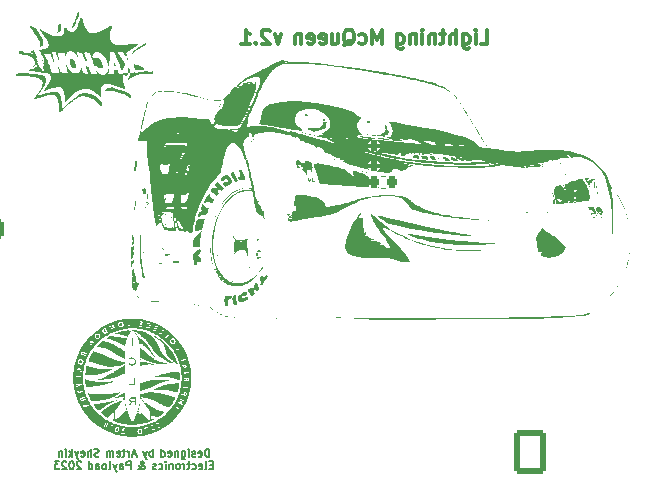
<source format=gbr>
%TF.GenerationSoftware,KiCad,Pcbnew,(7.0.0)*%
%TF.CreationDate,2023-09-07T01:40:49+01:00*%
%TF.ProjectId,PDU,5044552e-6b69-4636-9164-5f7063625858,rev?*%
%TF.SameCoordinates,Original*%
%TF.FileFunction,Legend,Bot*%
%TF.FilePolarity,Positive*%
%FSLAX46Y46*%
G04 Gerber Fmt 4.6, Leading zero omitted, Abs format (unit mm)*
G04 Created by KiCad (PCBNEW (7.0.0)) date 2023-09-07 01:40:49*
%MOMM*%
%LPD*%
G01*
G04 APERTURE LIST*
G04 Aperture macros list*
%AMRoundRect*
0 Rectangle with rounded corners*
0 $1 Rounding radius*
0 $2 $3 $4 $5 $6 $7 $8 $9 X,Y pos of 4 corners*
0 Add a 4 corners polygon primitive as box body*
4,1,4,$2,$3,$4,$5,$6,$7,$8,$9,$2,$3,0*
0 Add four circle primitives for the rounded corners*
1,1,$1+$1,$2,$3*
1,1,$1+$1,$4,$5*
1,1,$1+$1,$6,$7*
1,1,$1+$1,$8,$9*
0 Add four rect primitives between the rounded corners*
20,1,$1+$1,$2,$3,$4,$5,0*
20,1,$1+$1,$4,$5,$6,$7,0*
20,1,$1+$1,$6,$7,$8,$9,0*
20,1,$1+$1,$8,$9,$2,$3,0*%
G04 Aperture macros list end*
%ADD10C,0.150000*%
%ADD11C,0.300000*%
%ADD12C,0.120000*%
%ADD13RoundRect,0.200000X0.275000X-0.200000X0.275000X0.200000X-0.275000X0.200000X-0.275000X-0.200000X0*%
%ADD14RoundRect,0.225000X0.225000X0.250000X-0.225000X0.250000X-0.225000X-0.250000X0.225000X-0.250000X0*%
%ADD15C,0.600000*%
%ADD16O,0.900000X2.000000*%
%ADD17O,0.900000X1.700000*%
%ADD18RoundRect,0.250000X0.850000X0.600000X-0.850000X0.600000X-0.850000X-0.600000X0.850000X-0.600000X0*%
%ADD19O,2.200000X1.700000*%
%ADD20R,3.716000X3.716000*%
%ADD21C,3.716000*%
%ADD22O,1.200000X2.400000*%
%ADD23R,1.700000X1.700000*%
%ADD24O,1.700000X1.700000*%
%ADD25C,5.600000*%
%ADD26RoundRect,0.250001X1.099999X1.599999X-1.099999X1.599999X-1.099999X-1.599999X1.099999X-1.599999X0*%
%ADD27O,2.700000X3.700000*%
G04 APERTURE END LIST*
D10*
X89593095Y-69602297D02*
X89593095Y-68952297D01*
X89593095Y-68952297D02*
X89438333Y-68952297D01*
X89438333Y-68952297D02*
X89345476Y-68983250D01*
X89345476Y-68983250D02*
X89283571Y-69045154D01*
X89283571Y-69045154D02*
X89252618Y-69107059D01*
X89252618Y-69107059D02*
X89221666Y-69230869D01*
X89221666Y-69230869D02*
X89221666Y-69323726D01*
X89221666Y-69323726D02*
X89252618Y-69447535D01*
X89252618Y-69447535D02*
X89283571Y-69509440D01*
X89283571Y-69509440D02*
X89345476Y-69571345D01*
X89345476Y-69571345D02*
X89438333Y-69602297D01*
X89438333Y-69602297D02*
X89593095Y-69602297D01*
X88695476Y-69571345D02*
X88757380Y-69602297D01*
X88757380Y-69602297D02*
X88881190Y-69602297D01*
X88881190Y-69602297D02*
X88943095Y-69571345D01*
X88943095Y-69571345D02*
X88974047Y-69509440D01*
X88974047Y-69509440D02*
X88974047Y-69261821D01*
X88974047Y-69261821D02*
X88943095Y-69199916D01*
X88943095Y-69199916D02*
X88881190Y-69168964D01*
X88881190Y-69168964D02*
X88757380Y-69168964D01*
X88757380Y-69168964D02*
X88695476Y-69199916D01*
X88695476Y-69199916D02*
X88664523Y-69261821D01*
X88664523Y-69261821D02*
X88664523Y-69323726D01*
X88664523Y-69323726D02*
X88974047Y-69385630D01*
X88416904Y-69571345D02*
X88354999Y-69602297D01*
X88354999Y-69602297D02*
X88231190Y-69602297D01*
X88231190Y-69602297D02*
X88169285Y-69571345D01*
X88169285Y-69571345D02*
X88138333Y-69509440D01*
X88138333Y-69509440D02*
X88138333Y-69478488D01*
X88138333Y-69478488D02*
X88169285Y-69416583D01*
X88169285Y-69416583D02*
X88231190Y-69385630D01*
X88231190Y-69385630D02*
X88324047Y-69385630D01*
X88324047Y-69385630D02*
X88385952Y-69354678D01*
X88385952Y-69354678D02*
X88416904Y-69292773D01*
X88416904Y-69292773D02*
X88416904Y-69261821D01*
X88416904Y-69261821D02*
X88385952Y-69199916D01*
X88385952Y-69199916D02*
X88324047Y-69168964D01*
X88324047Y-69168964D02*
X88231190Y-69168964D01*
X88231190Y-69168964D02*
X88169285Y-69199916D01*
X87859762Y-69602297D02*
X87859762Y-69168964D01*
X87859762Y-68952297D02*
X87890714Y-68983250D01*
X87890714Y-68983250D02*
X87859762Y-69014202D01*
X87859762Y-69014202D02*
X87828809Y-68983250D01*
X87828809Y-68983250D02*
X87859762Y-68952297D01*
X87859762Y-68952297D02*
X87859762Y-69014202D01*
X87271666Y-69168964D02*
X87271666Y-69695154D01*
X87271666Y-69695154D02*
X87302619Y-69757059D01*
X87302619Y-69757059D02*
X87333571Y-69788011D01*
X87333571Y-69788011D02*
X87395476Y-69818964D01*
X87395476Y-69818964D02*
X87488333Y-69818964D01*
X87488333Y-69818964D02*
X87550238Y-69788011D01*
X87271666Y-69571345D02*
X87333571Y-69602297D01*
X87333571Y-69602297D02*
X87457380Y-69602297D01*
X87457380Y-69602297D02*
X87519285Y-69571345D01*
X87519285Y-69571345D02*
X87550238Y-69540392D01*
X87550238Y-69540392D02*
X87581190Y-69478488D01*
X87581190Y-69478488D02*
X87581190Y-69292773D01*
X87581190Y-69292773D02*
X87550238Y-69230869D01*
X87550238Y-69230869D02*
X87519285Y-69199916D01*
X87519285Y-69199916D02*
X87457380Y-69168964D01*
X87457380Y-69168964D02*
X87333571Y-69168964D01*
X87333571Y-69168964D02*
X87271666Y-69199916D01*
X86962143Y-69168964D02*
X86962143Y-69602297D01*
X86962143Y-69230869D02*
X86931190Y-69199916D01*
X86931190Y-69199916D02*
X86869285Y-69168964D01*
X86869285Y-69168964D02*
X86776428Y-69168964D01*
X86776428Y-69168964D02*
X86714524Y-69199916D01*
X86714524Y-69199916D02*
X86683571Y-69261821D01*
X86683571Y-69261821D02*
X86683571Y-69602297D01*
X86126429Y-69571345D02*
X86188333Y-69602297D01*
X86188333Y-69602297D02*
X86312143Y-69602297D01*
X86312143Y-69602297D02*
X86374048Y-69571345D01*
X86374048Y-69571345D02*
X86405000Y-69509440D01*
X86405000Y-69509440D02*
X86405000Y-69261821D01*
X86405000Y-69261821D02*
X86374048Y-69199916D01*
X86374048Y-69199916D02*
X86312143Y-69168964D01*
X86312143Y-69168964D02*
X86188333Y-69168964D01*
X86188333Y-69168964D02*
X86126429Y-69199916D01*
X86126429Y-69199916D02*
X86095476Y-69261821D01*
X86095476Y-69261821D02*
X86095476Y-69323726D01*
X86095476Y-69323726D02*
X86405000Y-69385630D01*
X85538333Y-69602297D02*
X85538333Y-68952297D01*
X85538333Y-69571345D02*
X85600238Y-69602297D01*
X85600238Y-69602297D02*
X85724047Y-69602297D01*
X85724047Y-69602297D02*
X85785952Y-69571345D01*
X85785952Y-69571345D02*
X85816905Y-69540392D01*
X85816905Y-69540392D02*
X85847857Y-69478488D01*
X85847857Y-69478488D02*
X85847857Y-69292773D01*
X85847857Y-69292773D02*
X85816905Y-69230869D01*
X85816905Y-69230869D02*
X85785952Y-69199916D01*
X85785952Y-69199916D02*
X85724047Y-69168964D01*
X85724047Y-69168964D02*
X85600238Y-69168964D01*
X85600238Y-69168964D02*
X85538333Y-69199916D01*
X84838810Y-69602297D02*
X84838810Y-68952297D01*
X84838810Y-69199916D02*
X84776905Y-69168964D01*
X84776905Y-69168964D02*
X84653095Y-69168964D01*
X84653095Y-69168964D02*
X84591191Y-69199916D01*
X84591191Y-69199916D02*
X84560238Y-69230869D01*
X84560238Y-69230869D02*
X84529286Y-69292773D01*
X84529286Y-69292773D02*
X84529286Y-69478488D01*
X84529286Y-69478488D02*
X84560238Y-69540392D01*
X84560238Y-69540392D02*
X84591191Y-69571345D01*
X84591191Y-69571345D02*
X84653095Y-69602297D01*
X84653095Y-69602297D02*
X84776905Y-69602297D01*
X84776905Y-69602297D02*
X84838810Y-69571345D01*
X84312619Y-69168964D02*
X84157857Y-69602297D01*
X84003096Y-69168964D02*
X84157857Y-69602297D01*
X84157857Y-69602297D02*
X84219762Y-69757059D01*
X84219762Y-69757059D02*
X84250715Y-69788011D01*
X84250715Y-69788011D02*
X84312619Y-69818964D01*
X83396429Y-69416583D02*
X83086905Y-69416583D01*
X83458334Y-69602297D02*
X83241667Y-68952297D01*
X83241667Y-68952297D02*
X83025000Y-69602297D01*
X82808334Y-69602297D02*
X82808334Y-69168964D01*
X82808334Y-69292773D02*
X82777381Y-69230869D01*
X82777381Y-69230869D02*
X82746429Y-69199916D01*
X82746429Y-69199916D02*
X82684524Y-69168964D01*
X82684524Y-69168964D02*
X82622619Y-69168964D01*
X82498810Y-69168964D02*
X82251191Y-69168964D01*
X82405953Y-68952297D02*
X82405953Y-69509440D01*
X82405953Y-69509440D02*
X82375000Y-69571345D01*
X82375000Y-69571345D02*
X82313095Y-69602297D01*
X82313095Y-69602297D02*
X82251191Y-69602297D01*
X81786905Y-69571345D02*
X81848809Y-69602297D01*
X81848809Y-69602297D02*
X81972619Y-69602297D01*
X81972619Y-69602297D02*
X82034524Y-69571345D01*
X82034524Y-69571345D02*
X82065476Y-69509440D01*
X82065476Y-69509440D02*
X82065476Y-69261821D01*
X82065476Y-69261821D02*
X82034524Y-69199916D01*
X82034524Y-69199916D02*
X81972619Y-69168964D01*
X81972619Y-69168964D02*
X81848809Y-69168964D01*
X81848809Y-69168964D02*
X81786905Y-69199916D01*
X81786905Y-69199916D02*
X81755952Y-69261821D01*
X81755952Y-69261821D02*
X81755952Y-69323726D01*
X81755952Y-69323726D02*
X82065476Y-69385630D01*
X81477381Y-69602297D02*
X81477381Y-69168964D01*
X81477381Y-69230869D02*
X81446428Y-69199916D01*
X81446428Y-69199916D02*
X81384523Y-69168964D01*
X81384523Y-69168964D02*
X81291666Y-69168964D01*
X81291666Y-69168964D02*
X81229762Y-69199916D01*
X81229762Y-69199916D02*
X81198809Y-69261821D01*
X81198809Y-69261821D02*
X81198809Y-69602297D01*
X81198809Y-69261821D02*
X81167857Y-69199916D01*
X81167857Y-69199916D02*
X81105952Y-69168964D01*
X81105952Y-69168964D02*
X81013095Y-69168964D01*
X81013095Y-69168964D02*
X80951190Y-69199916D01*
X80951190Y-69199916D02*
X80920238Y-69261821D01*
X80920238Y-69261821D02*
X80920238Y-69602297D01*
X80251666Y-69571345D02*
X80158809Y-69602297D01*
X80158809Y-69602297D02*
X80004047Y-69602297D01*
X80004047Y-69602297D02*
X79942142Y-69571345D01*
X79942142Y-69571345D02*
X79911190Y-69540392D01*
X79911190Y-69540392D02*
X79880237Y-69478488D01*
X79880237Y-69478488D02*
X79880237Y-69416583D01*
X79880237Y-69416583D02*
X79911190Y-69354678D01*
X79911190Y-69354678D02*
X79942142Y-69323726D01*
X79942142Y-69323726D02*
X80004047Y-69292773D01*
X80004047Y-69292773D02*
X80127856Y-69261821D01*
X80127856Y-69261821D02*
X80189761Y-69230869D01*
X80189761Y-69230869D02*
X80220714Y-69199916D01*
X80220714Y-69199916D02*
X80251666Y-69138011D01*
X80251666Y-69138011D02*
X80251666Y-69076107D01*
X80251666Y-69076107D02*
X80220714Y-69014202D01*
X80220714Y-69014202D02*
X80189761Y-68983250D01*
X80189761Y-68983250D02*
X80127856Y-68952297D01*
X80127856Y-68952297D02*
X79973095Y-68952297D01*
X79973095Y-68952297D02*
X79880237Y-68983250D01*
X79601666Y-69602297D02*
X79601666Y-68952297D01*
X79323094Y-69602297D02*
X79323094Y-69261821D01*
X79323094Y-69261821D02*
X79354047Y-69199916D01*
X79354047Y-69199916D02*
X79415951Y-69168964D01*
X79415951Y-69168964D02*
X79508808Y-69168964D01*
X79508808Y-69168964D02*
X79570713Y-69199916D01*
X79570713Y-69199916D02*
X79601666Y-69230869D01*
X78765952Y-69571345D02*
X78827856Y-69602297D01*
X78827856Y-69602297D02*
X78951666Y-69602297D01*
X78951666Y-69602297D02*
X79013571Y-69571345D01*
X79013571Y-69571345D02*
X79044523Y-69509440D01*
X79044523Y-69509440D02*
X79044523Y-69261821D01*
X79044523Y-69261821D02*
X79013571Y-69199916D01*
X79013571Y-69199916D02*
X78951666Y-69168964D01*
X78951666Y-69168964D02*
X78827856Y-69168964D01*
X78827856Y-69168964D02*
X78765952Y-69199916D01*
X78765952Y-69199916D02*
X78734999Y-69261821D01*
X78734999Y-69261821D02*
X78734999Y-69323726D01*
X78734999Y-69323726D02*
X79044523Y-69385630D01*
X78518332Y-69168964D02*
X78363570Y-69602297D01*
X78208809Y-69168964D02*
X78363570Y-69602297D01*
X78363570Y-69602297D02*
X78425475Y-69757059D01*
X78425475Y-69757059D02*
X78456428Y-69788011D01*
X78456428Y-69788011D02*
X78518332Y-69818964D01*
X77961190Y-69602297D02*
X77961190Y-68952297D01*
X77899285Y-69354678D02*
X77713571Y-69602297D01*
X77713571Y-69168964D02*
X77961190Y-69416583D01*
X77435000Y-69602297D02*
X77435000Y-69168964D01*
X77435000Y-68952297D02*
X77465952Y-68983250D01*
X77465952Y-68983250D02*
X77435000Y-69014202D01*
X77435000Y-69014202D02*
X77404047Y-68983250D01*
X77404047Y-68983250D02*
X77435000Y-68952297D01*
X77435000Y-68952297D02*
X77435000Y-69014202D01*
X77125476Y-69168964D02*
X77125476Y-69602297D01*
X77125476Y-69230869D02*
X77094523Y-69199916D01*
X77094523Y-69199916D02*
X77032618Y-69168964D01*
X77032618Y-69168964D02*
X76939761Y-69168964D01*
X76939761Y-69168964D02*
X76877857Y-69199916D01*
X76877857Y-69199916D02*
X76846904Y-69261821D01*
X76846904Y-69261821D02*
X76846904Y-69602297D01*
X89902619Y-70314821D02*
X89685952Y-70314821D01*
X89593095Y-70655297D02*
X89902619Y-70655297D01*
X89902619Y-70655297D02*
X89902619Y-70005297D01*
X89902619Y-70005297D02*
X89593095Y-70005297D01*
X89221666Y-70655297D02*
X89283571Y-70624345D01*
X89283571Y-70624345D02*
X89314524Y-70562440D01*
X89314524Y-70562440D02*
X89314524Y-70005297D01*
X88726429Y-70624345D02*
X88788333Y-70655297D01*
X88788333Y-70655297D02*
X88912143Y-70655297D01*
X88912143Y-70655297D02*
X88974048Y-70624345D01*
X88974048Y-70624345D02*
X89005000Y-70562440D01*
X89005000Y-70562440D02*
X89005000Y-70314821D01*
X89005000Y-70314821D02*
X88974048Y-70252916D01*
X88974048Y-70252916D02*
X88912143Y-70221964D01*
X88912143Y-70221964D02*
X88788333Y-70221964D01*
X88788333Y-70221964D02*
X88726429Y-70252916D01*
X88726429Y-70252916D02*
X88695476Y-70314821D01*
X88695476Y-70314821D02*
X88695476Y-70376726D01*
X88695476Y-70376726D02*
X89005000Y-70438630D01*
X88138333Y-70624345D02*
X88200238Y-70655297D01*
X88200238Y-70655297D02*
X88324047Y-70655297D01*
X88324047Y-70655297D02*
X88385952Y-70624345D01*
X88385952Y-70624345D02*
X88416905Y-70593392D01*
X88416905Y-70593392D02*
X88447857Y-70531488D01*
X88447857Y-70531488D02*
X88447857Y-70345773D01*
X88447857Y-70345773D02*
X88416905Y-70283869D01*
X88416905Y-70283869D02*
X88385952Y-70252916D01*
X88385952Y-70252916D02*
X88324047Y-70221964D01*
X88324047Y-70221964D02*
X88200238Y-70221964D01*
X88200238Y-70221964D02*
X88138333Y-70252916D01*
X87952619Y-70221964D02*
X87705000Y-70221964D01*
X87859762Y-70005297D02*
X87859762Y-70562440D01*
X87859762Y-70562440D02*
X87828809Y-70624345D01*
X87828809Y-70624345D02*
X87766904Y-70655297D01*
X87766904Y-70655297D02*
X87705000Y-70655297D01*
X87488333Y-70655297D02*
X87488333Y-70221964D01*
X87488333Y-70345773D02*
X87457380Y-70283869D01*
X87457380Y-70283869D02*
X87426428Y-70252916D01*
X87426428Y-70252916D02*
X87364523Y-70221964D01*
X87364523Y-70221964D02*
X87302618Y-70221964D01*
X86993094Y-70655297D02*
X87054999Y-70624345D01*
X87054999Y-70624345D02*
X87085952Y-70593392D01*
X87085952Y-70593392D02*
X87116904Y-70531488D01*
X87116904Y-70531488D02*
X87116904Y-70345773D01*
X87116904Y-70345773D02*
X87085952Y-70283869D01*
X87085952Y-70283869D02*
X87054999Y-70252916D01*
X87054999Y-70252916D02*
X86993094Y-70221964D01*
X86993094Y-70221964D02*
X86900237Y-70221964D01*
X86900237Y-70221964D02*
X86838333Y-70252916D01*
X86838333Y-70252916D02*
X86807380Y-70283869D01*
X86807380Y-70283869D02*
X86776428Y-70345773D01*
X86776428Y-70345773D02*
X86776428Y-70531488D01*
X86776428Y-70531488D02*
X86807380Y-70593392D01*
X86807380Y-70593392D02*
X86838333Y-70624345D01*
X86838333Y-70624345D02*
X86900237Y-70655297D01*
X86900237Y-70655297D02*
X86993094Y-70655297D01*
X86497857Y-70221964D02*
X86497857Y-70655297D01*
X86497857Y-70283869D02*
X86466904Y-70252916D01*
X86466904Y-70252916D02*
X86404999Y-70221964D01*
X86404999Y-70221964D02*
X86312142Y-70221964D01*
X86312142Y-70221964D02*
X86250238Y-70252916D01*
X86250238Y-70252916D02*
X86219285Y-70314821D01*
X86219285Y-70314821D02*
X86219285Y-70655297D01*
X85909762Y-70655297D02*
X85909762Y-70221964D01*
X85909762Y-70005297D02*
X85940714Y-70036250D01*
X85940714Y-70036250D02*
X85909762Y-70067202D01*
X85909762Y-70067202D02*
X85878809Y-70036250D01*
X85878809Y-70036250D02*
X85909762Y-70005297D01*
X85909762Y-70005297D02*
X85909762Y-70067202D01*
X85321666Y-70624345D02*
X85383571Y-70655297D01*
X85383571Y-70655297D02*
X85507380Y-70655297D01*
X85507380Y-70655297D02*
X85569285Y-70624345D01*
X85569285Y-70624345D02*
X85600238Y-70593392D01*
X85600238Y-70593392D02*
X85631190Y-70531488D01*
X85631190Y-70531488D02*
X85631190Y-70345773D01*
X85631190Y-70345773D02*
X85600238Y-70283869D01*
X85600238Y-70283869D02*
X85569285Y-70252916D01*
X85569285Y-70252916D02*
X85507380Y-70221964D01*
X85507380Y-70221964D02*
X85383571Y-70221964D01*
X85383571Y-70221964D02*
X85321666Y-70252916D01*
X85074047Y-70624345D02*
X85012142Y-70655297D01*
X85012142Y-70655297D02*
X84888333Y-70655297D01*
X84888333Y-70655297D02*
X84826428Y-70624345D01*
X84826428Y-70624345D02*
X84795476Y-70562440D01*
X84795476Y-70562440D02*
X84795476Y-70531488D01*
X84795476Y-70531488D02*
X84826428Y-70469583D01*
X84826428Y-70469583D02*
X84888333Y-70438630D01*
X84888333Y-70438630D02*
X84981190Y-70438630D01*
X84981190Y-70438630D02*
X85043095Y-70407678D01*
X85043095Y-70407678D02*
X85074047Y-70345773D01*
X85074047Y-70345773D02*
X85074047Y-70314821D01*
X85074047Y-70314821D02*
X85043095Y-70252916D01*
X85043095Y-70252916D02*
X84981190Y-70221964D01*
X84981190Y-70221964D02*
X84888333Y-70221964D01*
X84888333Y-70221964D02*
X84826428Y-70252916D01*
X83600714Y-70655297D02*
X83631667Y-70655297D01*
X83631667Y-70655297D02*
X83693571Y-70624345D01*
X83693571Y-70624345D02*
X83786428Y-70531488D01*
X83786428Y-70531488D02*
X83941190Y-70345773D01*
X83941190Y-70345773D02*
X84003095Y-70252916D01*
X84003095Y-70252916D02*
X84034047Y-70160059D01*
X84034047Y-70160059D02*
X84034047Y-70098154D01*
X84034047Y-70098154D02*
X84003095Y-70036250D01*
X84003095Y-70036250D02*
X83941190Y-70005297D01*
X83941190Y-70005297D02*
X83910238Y-70005297D01*
X83910238Y-70005297D02*
X83848333Y-70036250D01*
X83848333Y-70036250D02*
X83817381Y-70098154D01*
X83817381Y-70098154D02*
X83817381Y-70129107D01*
X83817381Y-70129107D02*
X83848333Y-70191011D01*
X83848333Y-70191011D02*
X83879286Y-70221964D01*
X83879286Y-70221964D02*
X84065000Y-70345773D01*
X84065000Y-70345773D02*
X84095952Y-70376726D01*
X84095952Y-70376726D02*
X84126905Y-70438630D01*
X84126905Y-70438630D02*
X84126905Y-70531488D01*
X84126905Y-70531488D02*
X84095952Y-70593392D01*
X84095952Y-70593392D02*
X84065000Y-70624345D01*
X84065000Y-70624345D02*
X84003095Y-70655297D01*
X84003095Y-70655297D02*
X83910238Y-70655297D01*
X83910238Y-70655297D02*
X83848333Y-70624345D01*
X83848333Y-70624345D02*
X83817381Y-70593392D01*
X83817381Y-70593392D02*
X83724524Y-70469583D01*
X83724524Y-70469583D02*
X83693571Y-70376726D01*
X83693571Y-70376726D02*
X83693571Y-70314821D01*
X82932143Y-70655297D02*
X82932143Y-70005297D01*
X82932143Y-70005297D02*
X82684524Y-70005297D01*
X82684524Y-70005297D02*
X82622619Y-70036250D01*
X82622619Y-70036250D02*
X82591666Y-70067202D01*
X82591666Y-70067202D02*
X82560714Y-70129107D01*
X82560714Y-70129107D02*
X82560714Y-70221964D01*
X82560714Y-70221964D02*
X82591666Y-70283869D01*
X82591666Y-70283869D02*
X82622619Y-70314821D01*
X82622619Y-70314821D02*
X82684524Y-70345773D01*
X82684524Y-70345773D02*
X82932143Y-70345773D01*
X82003571Y-70655297D02*
X82003571Y-70314821D01*
X82003571Y-70314821D02*
X82034524Y-70252916D01*
X82034524Y-70252916D02*
X82096428Y-70221964D01*
X82096428Y-70221964D02*
X82220238Y-70221964D01*
X82220238Y-70221964D02*
X82282143Y-70252916D01*
X82003571Y-70624345D02*
X82065476Y-70655297D01*
X82065476Y-70655297D02*
X82220238Y-70655297D01*
X82220238Y-70655297D02*
X82282143Y-70624345D01*
X82282143Y-70624345D02*
X82313095Y-70562440D01*
X82313095Y-70562440D02*
X82313095Y-70500535D01*
X82313095Y-70500535D02*
X82282143Y-70438630D01*
X82282143Y-70438630D02*
X82220238Y-70407678D01*
X82220238Y-70407678D02*
X82065476Y-70407678D01*
X82065476Y-70407678D02*
X82003571Y-70376726D01*
X81755952Y-70221964D02*
X81601190Y-70655297D01*
X81446429Y-70221964D02*
X81601190Y-70655297D01*
X81601190Y-70655297D02*
X81663095Y-70810059D01*
X81663095Y-70810059D02*
X81694048Y-70841011D01*
X81694048Y-70841011D02*
X81755952Y-70871964D01*
X81105952Y-70655297D02*
X81167857Y-70624345D01*
X81167857Y-70624345D02*
X81198810Y-70562440D01*
X81198810Y-70562440D02*
X81198810Y-70005297D01*
X80765476Y-70655297D02*
X80827381Y-70624345D01*
X80827381Y-70624345D02*
X80858334Y-70593392D01*
X80858334Y-70593392D02*
X80889286Y-70531488D01*
X80889286Y-70531488D02*
X80889286Y-70345773D01*
X80889286Y-70345773D02*
X80858334Y-70283869D01*
X80858334Y-70283869D02*
X80827381Y-70252916D01*
X80827381Y-70252916D02*
X80765476Y-70221964D01*
X80765476Y-70221964D02*
X80672619Y-70221964D01*
X80672619Y-70221964D02*
X80610715Y-70252916D01*
X80610715Y-70252916D02*
X80579762Y-70283869D01*
X80579762Y-70283869D02*
X80548810Y-70345773D01*
X80548810Y-70345773D02*
X80548810Y-70531488D01*
X80548810Y-70531488D02*
X80579762Y-70593392D01*
X80579762Y-70593392D02*
X80610715Y-70624345D01*
X80610715Y-70624345D02*
X80672619Y-70655297D01*
X80672619Y-70655297D02*
X80765476Y-70655297D01*
X79991667Y-70655297D02*
X79991667Y-70314821D01*
X79991667Y-70314821D02*
X80022620Y-70252916D01*
X80022620Y-70252916D02*
X80084524Y-70221964D01*
X80084524Y-70221964D02*
X80208334Y-70221964D01*
X80208334Y-70221964D02*
X80270239Y-70252916D01*
X79991667Y-70624345D02*
X80053572Y-70655297D01*
X80053572Y-70655297D02*
X80208334Y-70655297D01*
X80208334Y-70655297D02*
X80270239Y-70624345D01*
X80270239Y-70624345D02*
X80301191Y-70562440D01*
X80301191Y-70562440D02*
X80301191Y-70500535D01*
X80301191Y-70500535D02*
X80270239Y-70438630D01*
X80270239Y-70438630D02*
X80208334Y-70407678D01*
X80208334Y-70407678D02*
X80053572Y-70407678D01*
X80053572Y-70407678D02*
X79991667Y-70376726D01*
X79403572Y-70655297D02*
X79403572Y-70005297D01*
X79403572Y-70624345D02*
X79465477Y-70655297D01*
X79465477Y-70655297D02*
X79589286Y-70655297D01*
X79589286Y-70655297D02*
X79651191Y-70624345D01*
X79651191Y-70624345D02*
X79682144Y-70593392D01*
X79682144Y-70593392D02*
X79713096Y-70531488D01*
X79713096Y-70531488D02*
X79713096Y-70345773D01*
X79713096Y-70345773D02*
X79682144Y-70283869D01*
X79682144Y-70283869D02*
X79651191Y-70252916D01*
X79651191Y-70252916D02*
X79589286Y-70221964D01*
X79589286Y-70221964D02*
X79465477Y-70221964D01*
X79465477Y-70221964D02*
X79403572Y-70252916D01*
X78735001Y-70067202D02*
X78704049Y-70036250D01*
X78704049Y-70036250D02*
X78642144Y-70005297D01*
X78642144Y-70005297D02*
X78487382Y-70005297D01*
X78487382Y-70005297D02*
X78425477Y-70036250D01*
X78425477Y-70036250D02*
X78394525Y-70067202D01*
X78394525Y-70067202D02*
X78363572Y-70129107D01*
X78363572Y-70129107D02*
X78363572Y-70191011D01*
X78363572Y-70191011D02*
X78394525Y-70283869D01*
X78394525Y-70283869D02*
X78765953Y-70655297D01*
X78765953Y-70655297D02*
X78363572Y-70655297D01*
X77961191Y-70005297D02*
X77899286Y-70005297D01*
X77899286Y-70005297D02*
X77837382Y-70036250D01*
X77837382Y-70036250D02*
X77806429Y-70067202D01*
X77806429Y-70067202D02*
X77775477Y-70129107D01*
X77775477Y-70129107D02*
X77744524Y-70252916D01*
X77744524Y-70252916D02*
X77744524Y-70407678D01*
X77744524Y-70407678D02*
X77775477Y-70531488D01*
X77775477Y-70531488D02*
X77806429Y-70593392D01*
X77806429Y-70593392D02*
X77837382Y-70624345D01*
X77837382Y-70624345D02*
X77899286Y-70655297D01*
X77899286Y-70655297D02*
X77961191Y-70655297D01*
X77961191Y-70655297D02*
X78023096Y-70624345D01*
X78023096Y-70624345D02*
X78054048Y-70593392D01*
X78054048Y-70593392D02*
X78085001Y-70531488D01*
X78085001Y-70531488D02*
X78115953Y-70407678D01*
X78115953Y-70407678D02*
X78115953Y-70252916D01*
X78115953Y-70252916D02*
X78085001Y-70129107D01*
X78085001Y-70129107D02*
X78054048Y-70067202D01*
X78054048Y-70067202D02*
X78023096Y-70036250D01*
X78023096Y-70036250D02*
X77961191Y-70005297D01*
X77496905Y-70067202D02*
X77465953Y-70036250D01*
X77465953Y-70036250D02*
X77404048Y-70005297D01*
X77404048Y-70005297D02*
X77249286Y-70005297D01*
X77249286Y-70005297D02*
X77187381Y-70036250D01*
X77187381Y-70036250D02*
X77156429Y-70067202D01*
X77156429Y-70067202D02*
X77125476Y-70129107D01*
X77125476Y-70129107D02*
X77125476Y-70191011D01*
X77125476Y-70191011D02*
X77156429Y-70283869D01*
X77156429Y-70283869D02*
X77527857Y-70655297D01*
X77527857Y-70655297D02*
X77125476Y-70655297D01*
X76908809Y-70005297D02*
X76506428Y-70005297D01*
X76506428Y-70005297D02*
X76723095Y-70252916D01*
X76723095Y-70252916D02*
X76630238Y-70252916D01*
X76630238Y-70252916D02*
X76568333Y-70283869D01*
X76568333Y-70283869D02*
X76537381Y-70314821D01*
X76537381Y-70314821D02*
X76506428Y-70376726D01*
X76506428Y-70376726D02*
X76506428Y-70531488D01*
X76506428Y-70531488D02*
X76537381Y-70593392D01*
X76537381Y-70593392D02*
X76568333Y-70624345D01*
X76568333Y-70624345D02*
X76630238Y-70655297D01*
X76630238Y-70655297D02*
X76815952Y-70655297D01*
X76815952Y-70655297D02*
X76877857Y-70624345D01*
X76877857Y-70624345D02*
X76908809Y-70593392D01*
D11*
X112565713Y-34660857D02*
X113137141Y-34660857D01*
X113137141Y-34660857D02*
X113137141Y-33460857D01*
X112165712Y-34660857D02*
X112165712Y-33860857D01*
X112165712Y-33460857D02*
X112222855Y-33518000D01*
X112222855Y-33518000D02*
X112165712Y-33575142D01*
X112165712Y-33575142D02*
X112108569Y-33518000D01*
X112108569Y-33518000D02*
X112165712Y-33460857D01*
X112165712Y-33460857D02*
X112165712Y-33575142D01*
X111079998Y-33860857D02*
X111079998Y-34832285D01*
X111079998Y-34832285D02*
X111137140Y-34946571D01*
X111137140Y-34946571D02*
X111194283Y-35003714D01*
X111194283Y-35003714D02*
X111308569Y-35060857D01*
X111308569Y-35060857D02*
X111479998Y-35060857D01*
X111479998Y-35060857D02*
X111594283Y-35003714D01*
X111079998Y-34603714D02*
X111194283Y-34660857D01*
X111194283Y-34660857D02*
X111422855Y-34660857D01*
X111422855Y-34660857D02*
X111537140Y-34603714D01*
X111537140Y-34603714D02*
X111594283Y-34546571D01*
X111594283Y-34546571D02*
X111651426Y-34432285D01*
X111651426Y-34432285D02*
X111651426Y-34089428D01*
X111651426Y-34089428D02*
X111594283Y-33975142D01*
X111594283Y-33975142D02*
X111537140Y-33918000D01*
X111537140Y-33918000D02*
X111422855Y-33860857D01*
X111422855Y-33860857D02*
X111194283Y-33860857D01*
X111194283Y-33860857D02*
X111079998Y-33918000D01*
X110508569Y-34660857D02*
X110508569Y-33460857D01*
X109994284Y-34660857D02*
X109994284Y-34032285D01*
X109994284Y-34032285D02*
X110051426Y-33918000D01*
X110051426Y-33918000D02*
X110165712Y-33860857D01*
X110165712Y-33860857D02*
X110337141Y-33860857D01*
X110337141Y-33860857D02*
X110451426Y-33918000D01*
X110451426Y-33918000D02*
X110508569Y-33975142D01*
X109594284Y-33860857D02*
X109137141Y-33860857D01*
X109422855Y-33460857D02*
X109422855Y-34489428D01*
X109422855Y-34489428D02*
X109365712Y-34603714D01*
X109365712Y-34603714D02*
X109251427Y-34660857D01*
X109251427Y-34660857D02*
X109137141Y-34660857D01*
X108737141Y-33860857D02*
X108737141Y-34660857D01*
X108737141Y-33975142D02*
X108679998Y-33918000D01*
X108679998Y-33918000D02*
X108565713Y-33860857D01*
X108565713Y-33860857D02*
X108394284Y-33860857D01*
X108394284Y-33860857D02*
X108279998Y-33918000D01*
X108279998Y-33918000D02*
X108222856Y-34032285D01*
X108222856Y-34032285D02*
X108222856Y-34660857D01*
X107651427Y-34660857D02*
X107651427Y-33860857D01*
X107651427Y-33460857D02*
X107708570Y-33518000D01*
X107708570Y-33518000D02*
X107651427Y-33575142D01*
X107651427Y-33575142D02*
X107594284Y-33518000D01*
X107594284Y-33518000D02*
X107651427Y-33460857D01*
X107651427Y-33460857D02*
X107651427Y-33575142D01*
X107079998Y-33860857D02*
X107079998Y-34660857D01*
X107079998Y-33975142D02*
X107022855Y-33918000D01*
X107022855Y-33918000D02*
X106908570Y-33860857D01*
X106908570Y-33860857D02*
X106737141Y-33860857D01*
X106737141Y-33860857D02*
X106622855Y-33918000D01*
X106622855Y-33918000D02*
X106565713Y-34032285D01*
X106565713Y-34032285D02*
X106565713Y-34660857D01*
X105479999Y-33860857D02*
X105479999Y-34832285D01*
X105479999Y-34832285D02*
X105537141Y-34946571D01*
X105537141Y-34946571D02*
X105594284Y-35003714D01*
X105594284Y-35003714D02*
X105708570Y-35060857D01*
X105708570Y-35060857D02*
X105879999Y-35060857D01*
X105879999Y-35060857D02*
X105994284Y-35003714D01*
X105479999Y-34603714D02*
X105594284Y-34660857D01*
X105594284Y-34660857D02*
X105822856Y-34660857D01*
X105822856Y-34660857D02*
X105937141Y-34603714D01*
X105937141Y-34603714D02*
X105994284Y-34546571D01*
X105994284Y-34546571D02*
X106051427Y-34432285D01*
X106051427Y-34432285D02*
X106051427Y-34089428D01*
X106051427Y-34089428D02*
X105994284Y-33975142D01*
X105994284Y-33975142D02*
X105937141Y-33918000D01*
X105937141Y-33918000D02*
X105822856Y-33860857D01*
X105822856Y-33860857D02*
X105594284Y-33860857D01*
X105594284Y-33860857D02*
X105479999Y-33918000D01*
X104188570Y-34660857D02*
X104188570Y-33460857D01*
X104188570Y-33460857D02*
X103788570Y-34318000D01*
X103788570Y-34318000D02*
X103388570Y-33460857D01*
X103388570Y-33460857D02*
X103388570Y-34660857D01*
X102302856Y-34603714D02*
X102417141Y-34660857D01*
X102417141Y-34660857D02*
X102645713Y-34660857D01*
X102645713Y-34660857D02*
X102759998Y-34603714D01*
X102759998Y-34603714D02*
X102817141Y-34546571D01*
X102817141Y-34546571D02*
X102874284Y-34432285D01*
X102874284Y-34432285D02*
X102874284Y-34089428D01*
X102874284Y-34089428D02*
X102817141Y-33975142D01*
X102817141Y-33975142D02*
X102759998Y-33918000D01*
X102759998Y-33918000D02*
X102645713Y-33860857D01*
X102645713Y-33860857D02*
X102417141Y-33860857D01*
X102417141Y-33860857D02*
X102302856Y-33918000D01*
X100988570Y-34775142D02*
X101102856Y-34718000D01*
X101102856Y-34718000D02*
X101217142Y-34603714D01*
X101217142Y-34603714D02*
X101388570Y-34432285D01*
X101388570Y-34432285D02*
X101502856Y-34375142D01*
X101502856Y-34375142D02*
X101617142Y-34375142D01*
X101559999Y-34660857D02*
X101674285Y-34603714D01*
X101674285Y-34603714D02*
X101788570Y-34489428D01*
X101788570Y-34489428D02*
X101845713Y-34260857D01*
X101845713Y-34260857D02*
X101845713Y-33860857D01*
X101845713Y-33860857D02*
X101788570Y-33632285D01*
X101788570Y-33632285D02*
X101674285Y-33518000D01*
X101674285Y-33518000D02*
X101559999Y-33460857D01*
X101559999Y-33460857D02*
X101331427Y-33460857D01*
X101331427Y-33460857D02*
X101217142Y-33518000D01*
X101217142Y-33518000D02*
X101102856Y-33632285D01*
X101102856Y-33632285D02*
X101045713Y-33860857D01*
X101045713Y-33860857D02*
X101045713Y-34260857D01*
X101045713Y-34260857D02*
X101102856Y-34489428D01*
X101102856Y-34489428D02*
X101217142Y-34603714D01*
X101217142Y-34603714D02*
X101331427Y-34660857D01*
X101331427Y-34660857D02*
X101559999Y-34660857D01*
X100017142Y-33860857D02*
X100017142Y-34660857D01*
X100531427Y-33860857D02*
X100531427Y-34489428D01*
X100531427Y-34489428D02*
X100474284Y-34603714D01*
X100474284Y-34603714D02*
X100359999Y-34660857D01*
X100359999Y-34660857D02*
X100188570Y-34660857D01*
X100188570Y-34660857D02*
X100074284Y-34603714D01*
X100074284Y-34603714D02*
X100017142Y-34546571D01*
X98988570Y-34603714D02*
X99102856Y-34660857D01*
X99102856Y-34660857D02*
X99331428Y-34660857D01*
X99331428Y-34660857D02*
X99445713Y-34603714D01*
X99445713Y-34603714D02*
X99502856Y-34489428D01*
X99502856Y-34489428D02*
X99502856Y-34032285D01*
X99502856Y-34032285D02*
X99445713Y-33918000D01*
X99445713Y-33918000D02*
X99331428Y-33860857D01*
X99331428Y-33860857D02*
X99102856Y-33860857D01*
X99102856Y-33860857D02*
X98988570Y-33918000D01*
X98988570Y-33918000D02*
X98931428Y-34032285D01*
X98931428Y-34032285D02*
X98931428Y-34146571D01*
X98931428Y-34146571D02*
X99502856Y-34260857D01*
X97959999Y-34603714D02*
X98074285Y-34660857D01*
X98074285Y-34660857D02*
X98302857Y-34660857D01*
X98302857Y-34660857D02*
X98417142Y-34603714D01*
X98417142Y-34603714D02*
X98474285Y-34489428D01*
X98474285Y-34489428D02*
X98474285Y-34032285D01*
X98474285Y-34032285D02*
X98417142Y-33918000D01*
X98417142Y-33918000D02*
X98302857Y-33860857D01*
X98302857Y-33860857D02*
X98074285Y-33860857D01*
X98074285Y-33860857D02*
X97959999Y-33918000D01*
X97959999Y-33918000D02*
X97902857Y-34032285D01*
X97902857Y-34032285D02*
X97902857Y-34146571D01*
X97902857Y-34146571D02*
X98474285Y-34260857D01*
X97388571Y-33860857D02*
X97388571Y-34660857D01*
X97388571Y-33975142D02*
X97331428Y-33918000D01*
X97331428Y-33918000D02*
X97217143Y-33860857D01*
X97217143Y-33860857D02*
X97045714Y-33860857D01*
X97045714Y-33860857D02*
X96931428Y-33918000D01*
X96931428Y-33918000D02*
X96874286Y-34032285D01*
X96874286Y-34032285D02*
X96874286Y-34660857D01*
X95697143Y-33860857D02*
X95411429Y-34660857D01*
X95411429Y-34660857D02*
X95125714Y-33860857D01*
X94725714Y-33575142D02*
X94668571Y-33518000D01*
X94668571Y-33518000D02*
X94554286Y-33460857D01*
X94554286Y-33460857D02*
X94268571Y-33460857D01*
X94268571Y-33460857D02*
X94154286Y-33518000D01*
X94154286Y-33518000D02*
X94097143Y-33575142D01*
X94097143Y-33575142D02*
X94040000Y-33689428D01*
X94040000Y-33689428D02*
X94040000Y-33803714D01*
X94040000Y-33803714D02*
X94097143Y-33975142D01*
X94097143Y-33975142D02*
X94782857Y-34660857D01*
X94782857Y-34660857D02*
X94040000Y-34660857D01*
X93525714Y-34546571D02*
X93468571Y-34603714D01*
X93468571Y-34603714D02*
X93525714Y-34660857D01*
X93525714Y-34660857D02*
X93582857Y-34603714D01*
X93582857Y-34603714D02*
X93525714Y-34546571D01*
X93525714Y-34546571D02*
X93525714Y-34660857D01*
X92325714Y-34660857D02*
X93011428Y-34660857D01*
X92668571Y-34660857D02*
X92668571Y-33460857D01*
X92668571Y-33460857D02*
X92782857Y-33632285D01*
X92782857Y-33632285D02*
X92897142Y-33746571D01*
X92897142Y-33746571D02*
X93011428Y-33803714D01*
D12*
%TO.C,R37*%
X103007500Y-44372258D02*
X103007500Y-43897742D01*
X104052500Y-44372258D02*
X104052500Y-43897742D01*
%TO.C,C16*%
X104460580Y-45850000D02*
X104179420Y-45850000D01*
X104460580Y-46870000D02*
X104179420Y-46870000D01*
%TO.C,G\u002A\u002A\u002A*%
G36*
X125223063Y-52398547D02*
G01*
X125201052Y-52420558D01*
X125179042Y-52398547D01*
X125201052Y-52376537D01*
X125223063Y-52398547D01*
G37*
G36*
X125179042Y-49889362D02*
G01*
X125157031Y-49911372D01*
X125135021Y-49889362D01*
X125157031Y-49867351D01*
X125179042Y-49889362D01*
G37*
G36*
X124958938Y-49096987D02*
G01*
X124936927Y-49118998D01*
X124914917Y-49096987D01*
X124936927Y-49074977D01*
X124958938Y-49096987D01*
G37*
G36*
X124826875Y-48700800D02*
G01*
X124804865Y-48722811D01*
X124782855Y-48700800D01*
X124804865Y-48678790D01*
X124826875Y-48700800D01*
G37*
G36*
X124694813Y-54291442D02*
G01*
X124672803Y-54313452D01*
X124650792Y-54291442D01*
X124672803Y-54269431D01*
X124694813Y-54291442D01*
G37*
G36*
X124562751Y-54555566D02*
G01*
X124540740Y-54577577D01*
X124518730Y-54555566D01*
X124540740Y-54533556D01*
X124562751Y-54555566D01*
G37*
G36*
X124518730Y-54643608D02*
G01*
X124496719Y-54665618D01*
X124474709Y-54643608D01*
X124496719Y-54621598D01*
X124518730Y-54643608D01*
G37*
G36*
X123110064Y-46103573D02*
G01*
X123088054Y-46125584D01*
X123066044Y-46103573D01*
X123088054Y-46081563D01*
X123110064Y-46103573D01*
G37*
G36*
X122537794Y-49669258D02*
G01*
X122515784Y-49691268D01*
X122493773Y-49669258D01*
X122515784Y-49647247D01*
X122537794Y-49669258D01*
G37*
G36*
X122273669Y-49625237D02*
G01*
X122251659Y-49647247D01*
X122229648Y-49625237D01*
X122251659Y-49603227D01*
X122273669Y-49625237D01*
G37*
G36*
X122185628Y-49933383D02*
G01*
X122163617Y-49955393D01*
X122141607Y-49933383D01*
X122163617Y-49911372D01*
X122185628Y-49933383D01*
G37*
G36*
X122185628Y-46895948D02*
G01*
X122163617Y-46917958D01*
X122141607Y-46895948D01*
X122163617Y-46873937D01*
X122185628Y-46895948D01*
G37*
G36*
X122141607Y-49845341D02*
G01*
X122119596Y-49867351D01*
X122097586Y-49845341D01*
X122119596Y-49823331D01*
X122141607Y-49845341D01*
G37*
G36*
X121833461Y-46719864D02*
G01*
X121811451Y-46741875D01*
X121789440Y-46719864D01*
X121811451Y-46697854D01*
X121833461Y-46719864D01*
G37*
G36*
X120688920Y-46939968D02*
G01*
X120666910Y-46961979D01*
X120644900Y-46939968D01*
X120666910Y-46917958D01*
X120688920Y-46939968D01*
G37*
G36*
X120424796Y-44342741D02*
G01*
X120402785Y-44364752D01*
X120380775Y-44342741D01*
X120402785Y-44320731D01*
X120424796Y-44342741D01*
G37*
G36*
X120336754Y-44562845D02*
G01*
X120314744Y-44584856D01*
X120292733Y-44562845D01*
X120314744Y-44540835D01*
X120336754Y-44562845D01*
G37*
G36*
X119808505Y-52046381D02*
G01*
X119786494Y-52068391D01*
X119764484Y-52046381D01*
X119786494Y-52024370D01*
X119808505Y-52046381D01*
G37*
G36*
X119764484Y-45707386D02*
G01*
X119742473Y-45729396D01*
X119720463Y-45707386D01*
X119742473Y-45685376D01*
X119764484Y-45707386D01*
G37*
G36*
X119676442Y-46499760D02*
G01*
X119654432Y-46521771D01*
X119632421Y-46499760D01*
X119654432Y-46477750D01*
X119676442Y-46499760D01*
G37*
G36*
X119632421Y-46631823D02*
G01*
X119610411Y-46653833D01*
X119588401Y-46631823D01*
X119610411Y-46609812D01*
X119632421Y-46631823D01*
G37*
G36*
X119588401Y-46543781D02*
G01*
X119566390Y-46565792D01*
X119544380Y-46543781D01*
X119566390Y-46521771D01*
X119588401Y-46543781D01*
G37*
G36*
X119588401Y-44694908D02*
G01*
X119566390Y-44716918D01*
X119544380Y-44694908D01*
X119566390Y-44672897D01*
X119588401Y-44694908D01*
G37*
G36*
X119544380Y-46675844D02*
G01*
X119522369Y-46697854D01*
X119500359Y-46675844D01*
X119522369Y-46653833D01*
X119544380Y-46675844D01*
G37*
G36*
X119544380Y-44959033D02*
G01*
X119522369Y-44981043D01*
X119500359Y-44959033D01*
X119522369Y-44937022D01*
X119544380Y-44959033D01*
G37*
G36*
X119368297Y-44782949D02*
G01*
X119346286Y-44804960D01*
X119324276Y-44782949D01*
X119346286Y-44760939D01*
X119368297Y-44782949D01*
G37*
G36*
X119368297Y-44650887D02*
G01*
X119346286Y-44672897D01*
X119324276Y-44650887D01*
X119346286Y-44628877D01*
X119368297Y-44650887D01*
G37*
G36*
X118663964Y-46939968D02*
G01*
X118641953Y-46961979D01*
X118619943Y-46939968D01*
X118641953Y-46917958D01*
X118663964Y-46939968D01*
G37*
G36*
X117827569Y-44870991D02*
G01*
X117805558Y-44893001D01*
X117783548Y-44870991D01*
X117805558Y-44848981D01*
X117827569Y-44870991D01*
G37*
G36*
X117607465Y-51870298D02*
G01*
X117585454Y-51892308D01*
X117563444Y-51870298D01*
X117585454Y-51848287D01*
X117607465Y-51870298D01*
G37*
G36*
X117123236Y-45179137D02*
G01*
X117101225Y-45201147D01*
X117079215Y-45179137D01*
X117101225Y-45157126D01*
X117123236Y-45179137D01*
G37*
G36*
X116771070Y-45223157D02*
G01*
X116749059Y-45245168D01*
X116727049Y-45223157D01*
X116749059Y-45201147D01*
X116771070Y-45223157D01*
G37*
G36*
X116683028Y-45179137D02*
G01*
X116661018Y-45201147D01*
X116639007Y-45179137D01*
X116661018Y-45157126D01*
X116683028Y-45179137D01*
G37*
G36*
X116286841Y-49008946D02*
G01*
X116264830Y-49030956D01*
X116242820Y-49008946D01*
X116264830Y-48986935D01*
X116286841Y-49008946D01*
G37*
G36*
X116066737Y-45751407D02*
G01*
X116044726Y-45773417D01*
X116022716Y-45751407D01*
X116044726Y-45729396D01*
X116066737Y-45751407D01*
G37*
G36*
X115670550Y-53190922D02*
G01*
X115648539Y-53212932D01*
X115626529Y-53190922D01*
X115648539Y-53168911D01*
X115670550Y-53190922D01*
G37*
G36*
X115582508Y-52970818D02*
G01*
X115560498Y-52992828D01*
X115538487Y-52970818D01*
X115560498Y-52948807D01*
X115582508Y-52970818D01*
G37*
G36*
X113953738Y-49669258D02*
G01*
X113931728Y-49691268D01*
X113909718Y-49669258D01*
X113931728Y-49647247D01*
X113953738Y-49669258D01*
G37*
G36*
X113469510Y-52046381D02*
G01*
X113447499Y-52068391D01*
X113425489Y-52046381D01*
X113447499Y-52024370D01*
X113469510Y-52046381D01*
G37*
G36*
X113073323Y-43242221D02*
G01*
X113051312Y-43264232D01*
X113029302Y-43242221D01*
X113051312Y-43220211D01*
X113073323Y-43242221D01*
G37*
G36*
X112941260Y-43066138D02*
G01*
X112919250Y-43088149D01*
X112897239Y-43066138D01*
X112919250Y-43044128D01*
X112941260Y-43066138D01*
G37*
G36*
X111136407Y-40116745D02*
G01*
X111114397Y-40138755D01*
X111092387Y-40116745D01*
X111114397Y-40094734D01*
X111136407Y-40116745D01*
G37*
G36*
X110916303Y-44254700D02*
G01*
X110894293Y-44276710D01*
X110872283Y-44254700D01*
X110894293Y-44232689D01*
X110916303Y-44254700D01*
G37*
G36*
X110740220Y-39456433D02*
G01*
X110718210Y-39478443D01*
X110696199Y-39456433D01*
X110718210Y-39434422D01*
X110740220Y-39456433D01*
G37*
G36*
X109991867Y-44298721D02*
G01*
X109969856Y-44320731D01*
X109947846Y-44298721D01*
X109969856Y-44276710D01*
X109991867Y-44298721D01*
G37*
G36*
X109023409Y-44342741D02*
G01*
X109001399Y-44364752D01*
X108979388Y-44342741D01*
X109001399Y-44320731D01*
X109023409Y-44342741D01*
G37*
G36*
X108583201Y-44078617D02*
G01*
X108561191Y-44100627D01*
X108539180Y-44078617D01*
X108561191Y-44056606D01*
X108583201Y-44078617D01*
G37*
G36*
X108231035Y-44254700D02*
G01*
X108209024Y-44276710D01*
X108187014Y-44254700D01*
X108209024Y-44232689D01*
X108231035Y-44254700D01*
G37*
G36*
X106294120Y-44122637D02*
G01*
X106272109Y-44144648D01*
X106250099Y-44122637D01*
X106272109Y-44100627D01*
X106294120Y-44122637D01*
G37*
G36*
X105765870Y-45531303D02*
G01*
X105743860Y-45553313D01*
X105721849Y-45531303D01*
X105743860Y-45509292D01*
X105765870Y-45531303D01*
G37*
G36*
X105765870Y-44122637D02*
G01*
X105743860Y-44144648D01*
X105721849Y-44122637D01*
X105743860Y-44100627D01*
X105765870Y-44122637D01*
G37*
G36*
X105457725Y-44122637D02*
G01*
X105435714Y-44144648D01*
X105413704Y-44122637D01*
X105435714Y-44100627D01*
X105457725Y-44122637D01*
G37*
G36*
X105281641Y-45795428D02*
G01*
X105259631Y-45817438D01*
X105237621Y-45795428D01*
X105259631Y-45773417D01*
X105281641Y-45795428D01*
G37*
G36*
X104621329Y-51870298D02*
G01*
X104599319Y-51892308D01*
X104577309Y-51870298D01*
X104599319Y-51848287D01*
X104621329Y-51870298D01*
G37*
G36*
X104225142Y-50857819D02*
G01*
X104203132Y-50879830D01*
X104181121Y-50857819D01*
X104203132Y-50835809D01*
X104225142Y-50857819D01*
G37*
G36*
X103036581Y-42317785D02*
G01*
X103014570Y-42339795D01*
X102992560Y-42317785D01*
X103014570Y-42295774D01*
X103036581Y-42317785D01*
G37*
G36*
X102948539Y-45531303D02*
G01*
X102926529Y-45553313D01*
X102904518Y-45531303D01*
X102926529Y-45509292D01*
X102948539Y-45531303D01*
G37*
G36*
X102728435Y-45487282D02*
G01*
X102706425Y-45509292D01*
X102684414Y-45487282D01*
X102706425Y-45465272D01*
X102728435Y-45487282D01*
G37*
G36*
X102596373Y-45443261D02*
G01*
X102574362Y-45465272D01*
X102552352Y-45443261D01*
X102574362Y-45421251D01*
X102596373Y-45443261D01*
G37*
G36*
X102552352Y-48832863D02*
G01*
X102530342Y-48854873D01*
X102508331Y-48832863D01*
X102530342Y-48810852D01*
X102552352Y-48832863D01*
G37*
G36*
X102464310Y-45399240D02*
G01*
X102442300Y-45421251D01*
X102420290Y-45399240D01*
X102442300Y-45377230D01*
X102464310Y-45399240D01*
G37*
G36*
X102376269Y-45355220D02*
G01*
X102354258Y-45377230D01*
X102332248Y-45355220D01*
X102354258Y-45333209D01*
X102376269Y-45355220D01*
G37*
G36*
X102244206Y-45355220D02*
G01*
X102222196Y-45377230D01*
X102200186Y-45355220D01*
X102222196Y-45333209D01*
X102244206Y-45355220D01*
G37*
G36*
X101363790Y-45047074D02*
G01*
X101341780Y-45069085D01*
X101319770Y-45047074D01*
X101341780Y-45025064D01*
X101363790Y-45047074D01*
G37*
G36*
X101143686Y-45091095D02*
G01*
X101121676Y-45113105D01*
X101099666Y-45091095D01*
X101121676Y-45069085D01*
X101143686Y-45091095D01*
G37*
G36*
X99294813Y-43814492D02*
G01*
X99272803Y-43836502D01*
X99250792Y-43814492D01*
X99272803Y-43792481D01*
X99294813Y-43814492D01*
G37*
G36*
X99162751Y-40865098D02*
G01*
X99140740Y-40887109D01*
X99118730Y-40865098D01*
X99140740Y-40843088D01*
X99162751Y-40865098D01*
G37*
G36*
X99030688Y-43858513D02*
G01*
X99008678Y-43880523D01*
X98986667Y-43858513D01*
X99008678Y-43836502D01*
X99030688Y-43858513D01*
G37*
G36*
X97842127Y-43198201D02*
G01*
X97820116Y-43220211D01*
X97798106Y-43198201D01*
X97820116Y-43176190D01*
X97842127Y-43198201D01*
G37*
G36*
X97710064Y-43198201D02*
G01*
X97688054Y-43220211D01*
X97666044Y-43198201D01*
X97688054Y-43176190D01*
X97710064Y-43198201D01*
G37*
G36*
X97533981Y-40689015D02*
G01*
X97511971Y-40711026D01*
X97489960Y-40689015D01*
X97511971Y-40667005D01*
X97533981Y-40689015D01*
G37*
G36*
X97313877Y-43022117D02*
G01*
X97291867Y-43044128D01*
X97269856Y-43022117D01*
X97291867Y-43000107D01*
X97313877Y-43022117D01*
G37*
G36*
X96477482Y-42449847D02*
G01*
X96455472Y-42471857D01*
X96433461Y-42449847D01*
X96455472Y-42427837D01*
X96477482Y-42449847D01*
G37*
G36*
X96389440Y-42009639D02*
G01*
X96367430Y-42031650D01*
X96345420Y-42009639D01*
X96367430Y-41987629D01*
X96389440Y-42009639D01*
G37*
G36*
X96301399Y-41965618D02*
G01*
X96279388Y-41987629D01*
X96257378Y-41965618D01*
X96279388Y-41943608D01*
X96301399Y-41965618D01*
G37*
G36*
X94364484Y-49141008D02*
G01*
X94342473Y-49163019D01*
X94320463Y-49141008D01*
X94342473Y-49118998D01*
X94364484Y-49141008D01*
G37*
G36*
X94232421Y-53367005D02*
G01*
X94210411Y-53389015D01*
X94188401Y-53367005D01*
X94210411Y-53344994D01*
X94232421Y-53367005D01*
G37*
G36*
X93263964Y-45663365D02*
G01*
X93241953Y-45685376D01*
X93219943Y-45663365D01*
X93241953Y-45641355D01*
X93263964Y-45663365D01*
G37*
G36*
X93043860Y-53587109D02*
G01*
X93021849Y-53609119D01*
X92999839Y-53587109D01*
X93021849Y-53565098D01*
X93043860Y-53587109D01*
G37*
G36*
X92867777Y-52970818D02*
G01*
X92845766Y-52992828D01*
X92823756Y-52970818D01*
X92845766Y-52948807D01*
X92867777Y-52970818D01*
G37*
G36*
X92647673Y-37915705D02*
G01*
X92625662Y-37937715D01*
X92603652Y-37915705D01*
X92625662Y-37893695D01*
X92647673Y-37915705D01*
G37*
G36*
X92559631Y-37959726D02*
G01*
X92537621Y-37981736D01*
X92515610Y-37959726D01*
X92537621Y-37937715D01*
X92559631Y-37959726D01*
G37*
G36*
X91767257Y-52398547D02*
G01*
X91745246Y-52420558D01*
X91723236Y-52398547D01*
X91745246Y-52376537D01*
X91767257Y-52398547D01*
G37*
G36*
X91767257Y-50901840D02*
G01*
X91745246Y-50923851D01*
X91723236Y-50901840D01*
X91745246Y-50879830D01*
X91767257Y-50901840D01*
G37*
G36*
X91591173Y-54775670D02*
G01*
X91569163Y-54797681D01*
X91547153Y-54775670D01*
X91569163Y-54753660D01*
X91591173Y-54775670D01*
G37*
G36*
X91503132Y-54731650D02*
G01*
X91481121Y-54753660D01*
X91459111Y-54731650D01*
X91481121Y-54709639D01*
X91503132Y-54731650D01*
G37*
G36*
X90182508Y-49141008D02*
G01*
X90160498Y-49163019D01*
X90138487Y-49141008D01*
X90160498Y-49118998D01*
X90182508Y-49141008D01*
G37*
G36*
X89962404Y-49801320D02*
G01*
X89940394Y-49823331D01*
X89918383Y-49801320D01*
X89940394Y-49779310D01*
X89962404Y-49801320D01*
G37*
G36*
X88949926Y-56844648D02*
G01*
X88927915Y-56866658D01*
X88905905Y-56844648D01*
X88927915Y-56822637D01*
X88949926Y-56844648D01*
G37*
G36*
X87409198Y-44034596D02*
G01*
X87387187Y-44056606D01*
X87365177Y-44034596D01*
X87387187Y-44012585D01*
X87409198Y-44034596D01*
G37*
G36*
X86528782Y-50197507D02*
G01*
X86506771Y-50219518D01*
X86484761Y-50197507D01*
X86506771Y-50175497D01*
X86528782Y-50197507D01*
G37*
G36*
X86352699Y-53763192D02*
G01*
X86330688Y-53785202D01*
X86308678Y-53763192D01*
X86330688Y-53741182D01*
X86352699Y-53763192D01*
G37*
G36*
X86352699Y-52530610D02*
G01*
X86330688Y-52552620D01*
X86308678Y-52530610D01*
X86330688Y-52508599D01*
X86352699Y-52530610D01*
G37*
G36*
X85912491Y-49933383D02*
G01*
X85890480Y-49955393D01*
X85868470Y-49933383D01*
X85890480Y-49911372D01*
X85912491Y-49933383D01*
G37*
G36*
X83799492Y-46939968D02*
G01*
X83777482Y-46961979D01*
X83755472Y-46939968D01*
X83777482Y-46917958D01*
X83799492Y-46939968D01*
G37*
G36*
X83271243Y-55744128D02*
G01*
X83249232Y-55766138D01*
X83227222Y-55744128D01*
X83249232Y-55722117D01*
X83271243Y-55744128D01*
G37*
G36*
X125311104Y-51716225D02*
G01*
X125307927Y-51739529D01*
X125281757Y-51745572D01*
X125276489Y-51739120D01*
X125281757Y-51686878D01*
X125294998Y-51679991D01*
X125311104Y-51716225D01*
G37*
G36*
X125263608Y-50501985D02*
G01*
X125260495Y-50546633D01*
X125240487Y-50559762D01*
X125231764Y-50544188D01*
X125237012Y-50475389D01*
X125252857Y-50455013D01*
X125263608Y-50501985D01*
G37*
G36*
X125131546Y-49709610D02*
G01*
X125128433Y-49754259D01*
X125108425Y-49767388D01*
X125099702Y-49751814D01*
X125104950Y-49683014D01*
X125120795Y-49662639D01*
X125131546Y-49709610D01*
G37*
G36*
X124999483Y-49225381D02*
G01*
X124996371Y-49270030D01*
X124976363Y-49283159D01*
X124967639Y-49267585D01*
X124972887Y-49198786D01*
X124988732Y-49178410D01*
X124999483Y-49225381D01*
G37*
G36*
X124914917Y-48942915D02*
G01*
X124911740Y-48966219D01*
X124885570Y-48972262D01*
X124880301Y-48965810D01*
X124885570Y-48913567D01*
X124898810Y-48906681D01*
X124914917Y-48942915D01*
G37*
G36*
X124870896Y-48810852D02*
G01*
X124867719Y-48834157D01*
X124841549Y-48840199D01*
X124836281Y-48833747D01*
X124841549Y-48781505D01*
X124854790Y-48774618D01*
X124870896Y-48810852D01*
G37*
G36*
X124782855Y-48590748D02*
G01*
X124779678Y-48614053D01*
X124753507Y-48620095D01*
X124748239Y-48613643D01*
X124753507Y-48561401D01*
X124766748Y-48554514D01*
X124782855Y-48590748D01*
G37*
G36*
X123051370Y-49661921D02*
G01*
X123058257Y-49675162D01*
X123022023Y-49691268D01*
X122998718Y-49688091D01*
X122992676Y-49661921D01*
X122999128Y-49656653D01*
X123051370Y-49661921D01*
G37*
G36*
X122930506Y-49093319D02*
G01*
X122927393Y-49137968D01*
X122907385Y-49151096D01*
X122898662Y-49135522D01*
X122903910Y-49066723D01*
X122919755Y-49046347D01*
X122930506Y-49093319D01*
G37*
G36*
X122537794Y-49207039D02*
G01*
X122534617Y-49230344D01*
X122508447Y-49236387D01*
X122503178Y-49229935D01*
X122508447Y-49177692D01*
X122521687Y-49170805D01*
X122537794Y-49207039D01*
G37*
G36*
X122490298Y-49005277D02*
G01*
X122487185Y-49049926D01*
X122467177Y-49063055D01*
X122458454Y-49047481D01*
X122463702Y-48978682D01*
X122479547Y-48958306D01*
X122490298Y-49005277D01*
G37*
G36*
X122405732Y-49163019D02*
G01*
X122402555Y-49186323D01*
X122376384Y-49192366D01*
X122371116Y-49185914D01*
X122376384Y-49133671D01*
X122389625Y-49126785D01*
X122405732Y-49163019D01*
G37*
G36*
X122273669Y-46257646D02*
G01*
X122270492Y-46280951D01*
X122244322Y-46286993D01*
X122239054Y-46280541D01*
X122244322Y-46228299D01*
X122257563Y-46221412D01*
X122273669Y-46257646D01*
G37*
G36*
X122097586Y-49735289D02*
G01*
X122094409Y-49758593D01*
X122068239Y-49764636D01*
X122062970Y-49758184D01*
X122068239Y-49705942D01*
X122081479Y-49699055D01*
X122097586Y-49735289D01*
G37*
G36*
X120556858Y-48062499D02*
G01*
X120553681Y-48085803D01*
X120527511Y-48091846D01*
X120522242Y-48085394D01*
X120527511Y-48033152D01*
X120540752Y-48026265D01*
X120556858Y-48062499D01*
G37*
G36*
X120553383Y-47640633D02*
G01*
X120550270Y-47685281D01*
X120530262Y-47698410D01*
X120521539Y-47682836D01*
X120526787Y-47614037D01*
X120542632Y-47593661D01*
X120553383Y-47640633D01*
G37*
G36*
X119764484Y-52244474D02*
G01*
X119761307Y-52267779D01*
X119735137Y-52273822D01*
X119729868Y-52267370D01*
X119735137Y-52215127D01*
X119748377Y-52208240D01*
X119764484Y-52244474D01*
G37*
G36*
X119221561Y-52567294D02*
G01*
X119228447Y-52580534D01*
X119192213Y-52596641D01*
X119168909Y-52593464D01*
X119162866Y-52567294D01*
X119169318Y-52562025D01*
X119221561Y-52567294D01*
G37*
G36*
X118752005Y-46873937D02*
G01*
X118748828Y-46897242D01*
X118722658Y-46903284D01*
X118717390Y-46896832D01*
X118722658Y-46844590D01*
X118735899Y-46837703D01*
X118752005Y-46873937D01*
G37*
G36*
X118707985Y-47050020D02*
G01*
X118704808Y-47073325D01*
X118678637Y-47079368D01*
X118673369Y-47072916D01*
X118678637Y-47020673D01*
X118691878Y-47013786D01*
X118707985Y-47050020D01*
G37*
G36*
X118253103Y-48913567D02*
G01*
X118259990Y-48926808D01*
X118223756Y-48942915D01*
X118200451Y-48939738D01*
X118194409Y-48913567D01*
X118200861Y-48908299D01*
X118253103Y-48913567D01*
G37*
G36*
X117827569Y-45025064D02*
G01*
X117824392Y-45048368D01*
X117798221Y-45054411D01*
X117792953Y-45047959D01*
X117798221Y-44995717D01*
X117811462Y-44988830D01*
X117827569Y-45025064D01*
G37*
G36*
X116580313Y-45259841D02*
G01*
X116587200Y-45273082D01*
X116550966Y-45289188D01*
X116527661Y-45286012D01*
X116521618Y-45259841D01*
X116528070Y-45254573D01*
X116580313Y-45259841D01*
G37*
G36*
X113366795Y-44863654D02*
G01*
X113373681Y-44876895D01*
X113337447Y-44893001D01*
X113314143Y-44889824D01*
X113308100Y-44863654D01*
X113314552Y-44858386D01*
X113366795Y-44863654D01*
G37*
G36*
X107203883Y-43014781D02*
G01*
X107210770Y-43028021D01*
X107174536Y-43044128D01*
X107151231Y-43040951D01*
X107145189Y-43014781D01*
X107151641Y-43009512D01*
X107203883Y-43014781D01*
G37*
G36*
X101592148Y-45171076D02*
G01*
X101612524Y-45186921D01*
X101565552Y-45197672D01*
X101520904Y-45194559D01*
X101507775Y-45174551D01*
X101523349Y-45165828D01*
X101592148Y-45171076D01*
G37*
G36*
X100688805Y-44599529D02*
G01*
X100695692Y-44612770D01*
X100659458Y-44628877D01*
X100636153Y-44625700D01*
X100630111Y-44599529D01*
X100636563Y-44594261D01*
X100688805Y-44599529D01*
G37*
G36*
X100204576Y-44423446D02*
G01*
X100211463Y-44436687D01*
X100175229Y-44452793D01*
X100151924Y-44449616D01*
X100145882Y-44423446D01*
X100152334Y-44418178D01*
X100204576Y-44423446D01*
G37*
G36*
X98554713Y-42397765D02*
G01*
X98575089Y-42413611D01*
X98528117Y-42424361D01*
X98483469Y-42421249D01*
X98470340Y-42401241D01*
X98485914Y-42392518D01*
X98554713Y-42397765D01*
G37*
G36*
X98378630Y-42353745D02*
G01*
X98399006Y-42369590D01*
X98352034Y-42380341D01*
X98307386Y-42377228D01*
X98294257Y-42357220D01*
X98309831Y-42348497D01*
X98378630Y-42353745D01*
G37*
G36*
X98158526Y-42309724D02*
G01*
X98178902Y-42325569D01*
X98131930Y-42336320D01*
X98087282Y-42333207D01*
X98074153Y-42313199D01*
X98089727Y-42304476D01*
X98158526Y-42309724D01*
G37*
G36*
X98003536Y-42266427D02*
G01*
X98010423Y-42279668D01*
X97974189Y-42295774D01*
X97950885Y-42292597D01*
X97944842Y-42266427D01*
X97951294Y-42261159D01*
X98003536Y-42266427D01*
G37*
G36*
X97827453Y-41738178D02*
G01*
X97834340Y-41751418D01*
X97798106Y-41767525D01*
X97774801Y-41764348D01*
X97768759Y-41738178D01*
X97775211Y-41732909D01*
X97827453Y-41738178D01*
G37*
G36*
X97783432Y-42222406D02*
G01*
X97790319Y-42235647D01*
X97754085Y-42251753D01*
X97730781Y-42248577D01*
X97724738Y-42222406D01*
X97731190Y-42217138D01*
X97783432Y-42222406D01*
G37*
G36*
X97255183Y-42090344D02*
G01*
X97262070Y-42103585D01*
X97225836Y-42119691D01*
X97202531Y-42116514D01*
X97196488Y-42090344D01*
X97202940Y-42085075D01*
X97255183Y-42090344D01*
G37*
G36*
X96198684Y-49793983D02*
G01*
X96205571Y-49807224D01*
X96169336Y-49823331D01*
X96146032Y-49820154D01*
X96139989Y-49793983D01*
X96146441Y-49788715D01*
X96198684Y-49793983D01*
G37*
G36*
X95343946Y-57894003D02*
G01*
X95351414Y-57909289D01*
X95288920Y-57916207D01*
X95228364Y-57910070D01*
X95233894Y-57894003D01*
X95253821Y-57888189D01*
X95343946Y-57894003D01*
G37*
G36*
X94636862Y-49617176D02*
G01*
X94657238Y-49633021D01*
X94610266Y-49643772D01*
X94565618Y-49640660D01*
X94552489Y-49620652D01*
X94568063Y-49611928D01*
X94636862Y-49617176D01*
G37*
G36*
X93660151Y-47534249D02*
G01*
X93656974Y-47557554D01*
X93630804Y-47563596D01*
X93625535Y-47557144D01*
X93630804Y-47504902D01*
X93644044Y-47498015D01*
X93660151Y-47534249D01*
G37*
G36*
X93565159Y-52024370D02*
G01*
X93559022Y-52084927D01*
X93542955Y-52079396D01*
X93537141Y-52059470D01*
X93542955Y-51969344D01*
X93558241Y-51961877D01*
X93565159Y-52024370D01*
G37*
G36*
X93352005Y-51143955D02*
G01*
X93348828Y-51167259D01*
X93322658Y-51173302D01*
X93317390Y-51166850D01*
X93322658Y-51114607D01*
X93335899Y-51107720D01*
X93352005Y-51143955D01*
G37*
G36*
X93040384Y-42534220D02*
G01*
X93037272Y-42578869D01*
X93017264Y-42591998D01*
X93008541Y-42576424D01*
X93013789Y-42507624D01*
X93029634Y-42487249D01*
X93040384Y-42534220D01*
G37*
G36*
X92955818Y-51143955D02*
G01*
X92952641Y-51167259D01*
X92926471Y-51173302D01*
X92921203Y-51166850D01*
X92926471Y-51114607D01*
X92939712Y-51107720D01*
X92955818Y-51143955D01*
G37*
G36*
X91752583Y-57805769D02*
G01*
X91759470Y-57819009D01*
X91723236Y-57835116D01*
X91699931Y-57831939D01*
X91693889Y-57805769D01*
X91700341Y-57800500D01*
X91752583Y-57805769D01*
G37*
G36*
X90355116Y-52791066D02*
G01*
X90352003Y-52835715D01*
X90331995Y-52848843D01*
X90323272Y-52833269D01*
X90328520Y-52764470D01*
X90344365Y-52744094D01*
X90355116Y-52791066D01*
G37*
G36*
X90314570Y-52596641D02*
G01*
X90311393Y-52619945D01*
X90285223Y-52625988D01*
X90279955Y-52619536D01*
X90285223Y-52567294D01*
X90298464Y-52560407D01*
X90314570Y-52596641D01*
G37*
G36*
X90270550Y-52464578D02*
G01*
X90267373Y-52487883D01*
X90241202Y-52493926D01*
X90235934Y-52487474D01*
X90241202Y-52435231D01*
X90254443Y-52428344D01*
X90270550Y-52464578D01*
G37*
G36*
X90226529Y-49030956D02*
G01*
X90223352Y-49054261D01*
X90197182Y-49060303D01*
X90191913Y-49053851D01*
X90197182Y-49001609D01*
X90210422Y-48994722D01*
X90226529Y-49030956D01*
G37*
G36*
X90138487Y-49251060D02*
G01*
X90135310Y-49274365D01*
X90109140Y-49280407D01*
X90103872Y-49273955D01*
X90109140Y-49221713D01*
X90122381Y-49214826D01*
X90138487Y-49251060D01*
G37*
G36*
X90094466Y-49383123D02*
G01*
X90091289Y-49406427D01*
X90065119Y-49412470D01*
X90059851Y-49406018D01*
X90065119Y-49353775D01*
X90078360Y-49346889D01*
X90094466Y-49383123D01*
G37*
G36*
X90006425Y-53521078D02*
G01*
X90003248Y-53544382D01*
X89977078Y-53550425D01*
X89971809Y-53543973D01*
X89977078Y-53491730D01*
X89990318Y-53484843D01*
X90006425Y-53521078D01*
G37*
G36*
X89918383Y-49911372D02*
G01*
X89915206Y-49934677D01*
X89889036Y-49940719D01*
X89883768Y-49934267D01*
X89889036Y-49882025D01*
X89902277Y-49875138D01*
X89918383Y-49911372D01*
G37*
G36*
X89874362Y-50043435D02*
G01*
X89871186Y-50066739D01*
X89845015Y-50072782D01*
X89839747Y-50066330D01*
X89845015Y-50014087D01*
X89858256Y-50007200D01*
X89874362Y-50043435D01*
G37*
G36*
X89830342Y-50263539D02*
G01*
X89827165Y-50286843D01*
X89800994Y-50292886D01*
X89795726Y-50286434D01*
X89800994Y-50234191D01*
X89814235Y-50227304D01*
X89830342Y-50263539D01*
G37*
G36*
X89885368Y-39405268D02*
G01*
X89892835Y-39420554D01*
X89830342Y-39427472D01*
X89769786Y-39421336D01*
X89775316Y-39405268D01*
X89795242Y-39399454D01*
X89885368Y-39405268D01*
G37*
G36*
X89786321Y-50527663D02*
G01*
X89783144Y-50550968D01*
X89756974Y-50557011D01*
X89751705Y-50550559D01*
X89756974Y-50498316D01*
X89770214Y-50491429D01*
X89786321Y-50527663D01*
G37*
G36*
X88738076Y-56792566D02*
G01*
X88758451Y-56808411D01*
X88711480Y-56819162D01*
X88666831Y-56816049D01*
X88653702Y-56796041D01*
X88669276Y-56787318D01*
X88738076Y-56792566D01*
G37*
G36*
X88561992Y-56748545D02*
G01*
X88582368Y-56764390D01*
X88535396Y-56775141D01*
X88490748Y-56772029D01*
X88477619Y-56752021D01*
X88493193Y-56743297D01*
X88561992Y-56748545D01*
G37*
G36*
X88388660Y-56705442D02*
G01*
X88396128Y-56720727D01*
X88333634Y-56727645D01*
X88273078Y-56721509D01*
X88278608Y-56705442D01*
X88298535Y-56699627D01*
X88388660Y-56705442D01*
G37*
G36*
X87893427Y-44893001D02*
G01*
X87890250Y-44916306D01*
X87864079Y-44922349D01*
X87858811Y-44915897D01*
X87864079Y-44863654D01*
X87877320Y-44856767D01*
X87893427Y-44893001D01*
G37*
G36*
X87849406Y-45245168D02*
G01*
X87846229Y-45268472D01*
X87820059Y-45274515D01*
X87814790Y-45268063D01*
X87820059Y-45215821D01*
X87833299Y-45208934D01*
X87849406Y-45245168D01*
G37*
G36*
X87394524Y-56573186D02*
G01*
X87401411Y-56586427D01*
X87365177Y-56602533D01*
X87341872Y-56599356D01*
X87335830Y-56573186D01*
X87342282Y-56567918D01*
X87394524Y-56573186D01*
G37*
G36*
X87065285Y-56572462D02*
G01*
X87085661Y-56588307D01*
X87038689Y-56599058D01*
X86994041Y-56595945D01*
X86980912Y-56575937D01*
X86996486Y-56567214D01*
X87065285Y-56572462D01*
G37*
G36*
X86891953Y-56529358D02*
G01*
X86899421Y-56544644D01*
X86836927Y-56551562D01*
X86776371Y-56545426D01*
X86781901Y-56529358D01*
X86801828Y-56523544D01*
X86891953Y-56529358D01*
G37*
G36*
X86528782Y-49559206D02*
G01*
X86525605Y-49582510D01*
X86499435Y-49588553D01*
X86494166Y-49582101D01*
X86499435Y-49529859D01*
X86512675Y-49522972D01*
X86528782Y-49559206D01*
G37*
G36*
X86396719Y-49163019D02*
G01*
X86393543Y-49186323D01*
X86367372Y-49192366D01*
X86362104Y-49185914D01*
X86367372Y-49133671D01*
X86380613Y-49126785D01*
X86396719Y-49163019D01*
G37*
G36*
X86228890Y-53799152D02*
G01*
X86249266Y-53814997D01*
X86202294Y-53825748D01*
X86157646Y-53822635D01*
X86144517Y-53802627D01*
X86160091Y-53793904D01*
X86228890Y-53799152D01*
G37*
G36*
X85941838Y-47504902D02*
G01*
X85948725Y-47518143D01*
X85912491Y-47534249D01*
X85889186Y-47531072D01*
X85883143Y-47504902D01*
X85889595Y-47499634D01*
X85941838Y-47504902D01*
G37*
G36*
X85700641Y-56484421D02*
G01*
X85721016Y-56500266D01*
X85674045Y-56511016D01*
X85629396Y-56507904D01*
X85616267Y-56487896D01*
X85631841Y-56479173D01*
X85700641Y-56484421D01*
G37*
G36*
X84151659Y-48722811D02*
G01*
X84148482Y-48746115D01*
X84122312Y-48752158D01*
X84117043Y-48745706D01*
X84122312Y-48693463D01*
X84135552Y-48686577D01*
X84151659Y-48722811D01*
G37*
G36*
X84104163Y-48873215D02*
G01*
X84101050Y-48917864D01*
X84081042Y-48930992D01*
X84072319Y-48915418D01*
X84077567Y-48846619D01*
X84093412Y-48826243D01*
X84104163Y-48873215D01*
G37*
G36*
X84056667Y-49074977D02*
G01*
X84050530Y-49135533D01*
X84034463Y-49130003D01*
X84028649Y-49110077D01*
X84034463Y-49019951D01*
X84049749Y-49012484D01*
X84056667Y-49074977D01*
G37*
G36*
X84092964Y-56397103D02*
G01*
X84099851Y-56410344D01*
X84063617Y-56426450D01*
X84040313Y-56423273D01*
X84034270Y-56397103D01*
X84040722Y-56391835D01*
X84092964Y-56397103D01*
G37*
G36*
X83931555Y-46653833D02*
G01*
X83928378Y-46677138D01*
X83902208Y-46683180D01*
X83896939Y-46676728D01*
X83902208Y-46624486D01*
X83915448Y-46617599D01*
X83931555Y-46653833D01*
G37*
G36*
X83227222Y-55634076D02*
G01*
X83224045Y-55657380D01*
X83197875Y-55663423D01*
X83192606Y-55656971D01*
X83197875Y-55604729D01*
X83211115Y-55597842D01*
X83227222Y-55634076D01*
G37*
G36*
X124625952Y-54414397D02*
G01*
X124603998Y-54455479D01*
X124571252Y-54468690D01*
X124566538Y-54447471D01*
X124601309Y-54389755D01*
X124607107Y-54384067D01*
X124639354Y-54362969D01*
X124625952Y-54414397D01*
G37*
G36*
X119660749Y-46719087D02*
G01*
X119695622Y-46772992D01*
X119698756Y-46781343D01*
X119707992Y-46825453D01*
X119670980Y-46797634D01*
X119645861Y-46765267D01*
X119640923Y-46718700D01*
X119660749Y-46719087D01*
G37*
G36*
X90043777Y-49498662D02*
G01*
X90030245Y-49556277D01*
X90009541Y-49585286D01*
X89979970Y-49597325D01*
X89991234Y-49535297D01*
X90007766Y-49503201D01*
X90038281Y-49488347D01*
X90043777Y-49498662D01*
G37*
G36*
X87875824Y-45036809D02*
G01*
X87883918Y-45054207D01*
X87867765Y-45119014D01*
X87838996Y-45152328D01*
X87814750Y-45119191D01*
X87809355Y-45078252D01*
X87832306Y-45029580D01*
X87875824Y-45036809D01*
G37*
G36*
X85890863Y-48971869D02*
G01*
X85925375Y-49031451D01*
X85938334Y-49092098D01*
X85926063Y-49112790D01*
X85871722Y-49056886D01*
X85849293Y-49018954D01*
X85861328Y-48969339D01*
X85890863Y-48971869D01*
G37*
G36*
X85498341Y-53202932D02*
G01*
X85569990Y-53227416D01*
X85557359Y-53258786D01*
X85496491Y-53275531D01*
X85419806Y-53259822D01*
X85384241Y-53214327D01*
X85414574Y-53197637D01*
X85498341Y-53202932D01*
G37*
G36*
X125258502Y-52134422D02*
G01*
X125258562Y-52144847D01*
X125252660Y-52213760D01*
X125238209Y-52212297D01*
X125230133Y-52176125D01*
X125236577Y-52080234D01*
X125238756Y-52072665D01*
X125252154Y-52066148D01*
X125258502Y-52134422D01*
G37*
G36*
X125046979Y-49405133D02*
G01*
X125067924Y-49464992D01*
X125084812Y-49559206D01*
X125076075Y-49585204D01*
X125046979Y-49537195D01*
X125026034Y-49477336D01*
X125009147Y-49383123D01*
X125017884Y-49357125D01*
X125046979Y-49405133D01*
G37*
G36*
X124015034Y-47228084D02*
G01*
X124056511Y-47270124D01*
X124064711Y-47285710D01*
X124061707Y-47314145D01*
X124053968Y-47312164D01*
X124012491Y-47270124D01*
X124004291Y-47254539D01*
X124007295Y-47226104D01*
X124015034Y-47228084D01*
G37*
G36*
X123032515Y-49968280D02*
G01*
X123054175Y-49974036D01*
X123041241Y-49983978D01*
X122955992Y-49988312D01*
X122909358Y-49987744D01*
X122846141Y-49981067D01*
X122856431Y-49969168D01*
X122917813Y-49961192D01*
X123032515Y-49968280D01*
G37*
G36*
X122478338Y-47162864D02*
G01*
X122482672Y-47248114D01*
X122482103Y-47294748D01*
X122475426Y-47357964D01*
X122463527Y-47347674D01*
X122455552Y-47286293D01*
X122462639Y-47171591D01*
X122468395Y-47149930D01*
X122478338Y-47162864D01*
G37*
G36*
X122493773Y-47003402D02*
G01*
X122492082Y-47016179D01*
X122449752Y-47050020D01*
X122439790Y-47049516D01*
X122405732Y-47030608D01*
X122407757Y-47023547D01*
X122449752Y-46983989D01*
X122466804Y-46977111D01*
X122493773Y-47003402D01*
G37*
G36*
X122504778Y-49968347D02*
G01*
X122527078Y-49975210D01*
X122500942Y-49983990D01*
X122405732Y-49987424D01*
X122341131Y-49986140D01*
X122285824Y-49979233D01*
X122306685Y-49968347D01*
X122376502Y-49961064D01*
X122504778Y-49968347D01*
G37*
G36*
X120093667Y-48026877D02*
G01*
X120116650Y-48087107D01*
X120110316Y-48118550D01*
X120072629Y-48128530D01*
X120060607Y-48119520D01*
X120028608Y-48059901D01*
X120029869Y-48050073D01*
X120072629Y-48018478D01*
X120093667Y-48026877D01*
G37*
G36*
X118675995Y-44503149D02*
G01*
X118685974Y-44540835D01*
X118676964Y-44552857D01*
X118617345Y-44584856D01*
X118607517Y-44583596D01*
X118575922Y-44540835D01*
X118584321Y-44519797D01*
X118644551Y-44496814D01*
X118675995Y-44503149D01*
G37*
G36*
X116560258Y-45106509D02*
G01*
X116594986Y-45139825D01*
X116577399Y-45150036D01*
X116504347Y-45157126D01*
X116454217Y-45148199D01*
X116439725Y-45115028D01*
X116440085Y-45114464D01*
X116491107Y-45095257D01*
X116560258Y-45106509D01*
G37*
G36*
X115538487Y-53122292D02*
G01*
X115536796Y-53135070D01*
X115494466Y-53168911D01*
X115484504Y-53168406D01*
X115450446Y-53149499D01*
X115452471Y-53142437D01*
X115494466Y-53102880D01*
X115511518Y-53096002D01*
X115538487Y-53122292D01*
G37*
G36*
X113348453Y-49616180D02*
G01*
X113370753Y-49623044D01*
X113344616Y-49631824D01*
X113249406Y-49635258D01*
X113184805Y-49633974D01*
X113129498Y-49627067D01*
X113150359Y-49616180D01*
X113220177Y-49608898D01*
X113348453Y-49616180D01*
G37*
G36*
X113171856Y-52081278D02*
G01*
X113193517Y-52087034D01*
X113180583Y-52096977D01*
X113095333Y-52101311D01*
X113048699Y-52100742D01*
X112985483Y-52094065D01*
X112995773Y-52082166D01*
X113057154Y-52074190D01*
X113171856Y-52081278D01*
G37*
G36*
X110764774Y-39524445D02*
G01*
X110806251Y-39566485D01*
X110814451Y-39582071D01*
X110811447Y-39610506D01*
X110803708Y-39608525D01*
X110762231Y-39566485D01*
X110754031Y-39550899D01*
X110757035Y-39522464D01*
X110764774Y-39524445D01*
G37*
G36*
X107201009Y-43926569D02*
G01*
X107240567Y-43968565D01*
X107247445Y-43985617D01*
X107221154Y-44012585D01*
X107208377Y-44010894D01*
X107174536Y-43968565D01*
X107175040Y-43958602D01*
X107193948Y-43924544D01*
X107201009Y-43926569D01*
G37*
G36*
X103927519Y-46743154D02*
G01*
X103961018Y-46785896D01*
X103959738Y-46796418D01*
X103916997Y-46829916D01*
X103906475Y-46828637D01*
X103872976Y-46785896D01*
X103874255Y-46775374D01*
X103916997Y-46741875D01*
X103927519Y-46743154D01*
G37*
G36*
X97497319Y-42132249D02*
G01*
X97600012Y-42163712D01*
X97646537Y-42190257D01*
X97622023Y-42201545D01*
X97570643Y-42195175D01*
X97467950Y-42163712D01*
X97421426Y-42137167D01*
X97445940Y-42125879D01*
X97497319Y-42132249D01*
G37*
G36*
X97059932Y-41989320D02*
G01*
X97093773Y-42031650D01*
X97093268Y-42041612D01*
X97074361Y-42075670D01*
X97067299Y-42073645D01*
X97027742Y-42031650D01*
X97020864Y-42014598D01*
X97047154Y-41987629D01*
X97059932Y-41989320D01*
G37*
G36*
X96858867Y-48510661D02*
G01*
X96863456Y-48590748D01*
X96863030Y-48620616D01*
X96856084Y-48681485D01*
X96843324Y-48667785D01*
X96836478Y-48625359D01*
X96843324Y-48513712D01*
X96847440Y-48501222D01*
X96858867Y-48510661D01*
G37*
G36*
X95033140Y-49696072D02*
G01*
X95068816Y-49733907D01*
X95059469Y-49752123D01*
X95002785Y-49751208D01*
X94971176Y-49736954D01*
X94936754Y-49708569D01*
X94944052Y-49700686D01*
X95002785Y-49691268D01*
X95033140Y-49696072D01*
G37*
G36*
X94660786Y-49484679D02*
G01*
X94668355Y-49486857D01*
X94674872Y-49500256D01*
X94606598Y-49506603D01*
X94596173Y-49506664D01*
X94527261Y-49500762D01*
X94528724Y-49486310D01*
X94564895Y-49478235D01*
X94660786Y-49484679D01*
G37*
G36*
X93821561Y-47980546D02*
G01*
X93851338Y-48007572D01*
X93880255Y-48045878D01*
X93875429Y-48052460D01*
X93821561Y-48062499D01*
X93794615Y-48055160D01*
X93762866Y-47997166D01*
X93773604Y-47957243D01*
X93821561Y-47980546D01*
G37*
G36*
X93960782Y-52698665D02*
G01*
X93865492Y-52778154D01*
X93787746Y-52829966D01*
X93709468Y-52834234D01*
X93668165Y-52759299D01*
X93666932Y-52730119D01*
X93703469Y-52698015D01*
X93807475Y-52692902D01*
X93960782Y-52698665D01*
G37*
G36*
X93318507Y-42693241D02*
G01*
X93352005Y-42735982D01*
X93350726Y-42746504D01*
X93307985Y-42780003D01*
X93297463Y-42778724D01*
X93263964Y-42735982D01*
X93265243Y-42725460D01*
X93307985Y-42691961D01*
X93318507Y-42693241D01*
G37*
G36*
X93242696Y-42831437D02*
G01*
X93263964Y-42890055D01*
X93256470Y-42920818D01*
X93199314Y-42956086D01*
X93166767Y-42946846D01*
X93160003Y-42890055D01*
X93176530Y-42859056D01*
X93224653Y-42824024D01*
X93242696Y-42831437D01*
G37*
G36*
X93026313Y-42121717D02*
G01*
X93065870Y-42163712D01*
X93072749Y-42180764D01*
X93046458Y-42207733D01*
X93033680Y-42206041D01*
X92999839Y-42163712D01*
X93000344Y-42153750D01*
X93019251Y-42119691D01*
X93026313Y-42121717D01*
G37*
G36*
X91619759Y-51256798D02*
G01*
X91624093Y-51342048D01*
X91623524Y-51388682D01*
X91616848Y-51451898D01*
X91604948Y-51441608D01*
X91596973Y-51380227D01*
X91604060Y-51265525D01*
X91609816Y-51243864D01*
X91619759Y-51256798D01*
G37*
G36*
X90474970Y-48522687D02*
G01*
X90446633Y-48590748D01*
X90412859Y-48645045D01*
X90377504Y-48678790D01*
X90374275Y-48658810D01*
X90402612Y-48590748D01*
X90436386Y-48536452D01*
X90471741Y-48502707D01*
X90474970Y-48522687D01*
G37*
G36*
X90342908Y-48786811D02*
G01*
X90314570Y-48854873D01*
X90280796Y-48909170D01*
X90245442Y-48942915D01*
X90242212Y-48922935D01*
X90270550Y-48854873D01*
X90304323Y-48800576D01*
X90339678Y-48766831D01*
X90342908Y-48786811D01*
G37*
G36*
X89733718Y-50901840D02*
G01*
X89733779Y-50912265D01*
X89727877Y-50981178D01*
X89713425Y-50979714D01*
X89705350Y-50943543D01*
X89711794Y-50847652D01*
X89713972Y-50840083D01*
X89727371Y-50833566D01*
X89733718Y-50901840D01*
G37*
G36*
X88013646Y-56660069D02*
G01*
X88021215Y-56662247D01*
X88027732Y-56675646D01*
X87959458Y-56681993D01*
X87949033Y-56682054D01*
X87880120Y-56676151D01*
X87881584Y-56661700D01*
X87917755Y-56653624D01*
X88013646Y-56660069D01*
G37*
G36*
X87683814Y-56615420D02*
G01*
X87705475Y-56621176D01*
X87692541Y-56631119D01*
X87607291Y-56635453D01*
X87560657Y-56634884D01*
X87497441Y-56628208D01*
X87507731Y-56616308D01*
X87569112Y-56608333D01*
X87683814Y-56615420D01*
G37*
G36*
X86423193Y-49297107D02*
G01*
X86462751Y-49339102D01*
X86469629Y-49356154D01*
X86443338Y-49383123D01*
X86430561Y-49381431D01*
X86396719Y-49339102D01*
X86397224Y-49329140D01*
X86416132Y-49295081D01*
X86423193Y-49297107D01*
G37*
G36*
X85929325Y-47719680D02*
G01*
X85928410Y-47776364D01*
X85914155Y-47807972D01*
X85885771Y-47842395D01*
X85877888Y-47835096D01*
X85868470Y-47776364D01*
X85873273Y-47746008D01*
X85911109Y-47710332D01*
X85929325Y-47719680D01*
G37*
G36*
X84359920Y-56439965D02*
G01*
X84367489Y-56442143D01*
X84374006Y-56455542D01*
X84305732Y-56461889D01*
X84295307Y-56461950D01*
X84226394Y-56456048D01*
X84227857Y-56441596D01*
X84264029Y-56433520D01*
X84359920Y-56439965D01*
G37*
G36*
X84048182Y-52181235D02*
G01*
X84052516Y-52266485D01*
X84051947Y-52313119D01*
X84045270Y-52376335D01*
X84033371Y-52366045D01*
X84025396Y-52304664D01*
X84032483Y-52189962D01*
X84038239Y-52168301D01*
X84048182Y-52181235D01*
G37*
G36*
X83658848Y-52266485D02*
G01*
X83658909Y-52276910D01*
X83653007Y-52345822D01*
X83638555Y-52344359D01*
X83630479Y-52308188D01*
X83636924Y-52212297D01*
X83639102Y-52204728D01*
X83652501Y-52198211D01*
X83658848Y-52266485D01*
G37*
G36*
X82991683Y-53942067D02*
G01*
X82996017Y-54027317D01*
X82995448Y-54073951D01*
X82988771Y-54137167D01*
X82976872Y-54126877D01*
X82968896Y-54065496D01*
X82975984Y-53950794D01*
X82981740Y-53929133D01*
X82991683Y-53942067D01*
G37*
G36*
X103652872Y-46521771D02*
G01*
X103674099Y-46559187D01*
X103696219Y-46623416D01*
X103693264Y-46634741D01*
X103652872Y-46631823D01*
X103631957Y-46609773D01*
X103609525Y-46530178D01*
X103609674Y-46520168D01*
X103618685Y-46480518D01*
X103652872Y-46521771D01*
G37*
G36*
X99375084Y-41050869D02*
G01*
X99363138Y-41138330D01*
X99345919Y-41177729D01*
X99317911Y-41188684D01*
X99267453Y-41129223D01*
X99240780Y-41091324D01*
X99227175Y-41045995D01*
X99274042Y-41026285D01*
X99320481Y-41021017D01*
X99375084Y-41050869D01*
G37*
G36*
X98169908Y-46015532D02*
G01*
X98215917Y-46133751D01*
X98236328Y-46233435D01*
X98232802Y-46280639D01*
X98211746Y-46295320D01*
X98180404Y-46252128D01*
X98148629Y-46166970D01*
X98126274Y-46055753D01*
X98105472Y-45883469D01*
X98169908Y-46015532D01*
G37*
G36*
X93777716Y-51205046D02*
G01*
X93772574Y-51272181D01*
X93760630Y-51287971D01*
X93704172Y-51320038D01*
X93662643Y-51306112D01*
X93630536Y-51244752D01*
X93655182Y-51175336D01*
X93667258Y-51165443D01*
X93731141Y-51160005D01*
X93777716Y-51205046D01*
G37*
G36*
X122933981Y-49296141D02*
G01*
X122912210Y-49323311D01*
X122834934Y-49352056D01*
X122770934Y-49365106D01*
X122722284Y-49377128D01*
X122719421Y-49377240D01*
X122732604Y-49344415D01*
X122758435Y-49319526D01*
X122829669Y-49287522D01*
X122901330Y-49276575D01*
X122933981Y-49296141D01*
G37*
G36*
X122405732Y-46653833D02*
G01*
X122427382Y-46699591D01*
X122448404Y-46807906D01*
X122448248Y-46824281D01*
X122438710Y-46867225D01*
X122405732Y-46829916D01*
X122384081Y-46784158D01*
X122363059Y-46675844D01*
X122363215Y-46659469D01*
X122372753Y-46616524D01*
X122405732Y-46653833D01*
G37*
G36*
X103127920Y-41157782D02*
G01*
X103197609Y-41212354D01*
X103195936Y-41307414D01*
X103180004Y-41335735D01*
X103104161Y-41368732D01*
X102997151Y-41331085D01*
X102978597Y-41315903D01*
X102957718Y-41247117D01*
X102995408Y-41180879D01*
X103076622Y-41151234D01*
X103127920Y-41157782D01*
G37*
G36*
X97888676Y-40587566D02*
G01*
X97959861Y-40641313D01*
X97957461Y-40735144D01*
X97954151Y-40742664D01*
X97889408Y-40791714D01*
X97795715Y-40789139D01*
X97711665Y-40734964D01*
X97679423Y-40663161D01*
X97715432Y-40602420D01*
X97820116Y-40578963D01*
X97888676Y-40587566D01*
G37*
G36*
X96464039Y-49226391D02*
G01*
X96529216Y-49269635D01*
X96565180Y-49328097D01*
X96538252Y-49364260D01*
X96455965Y-49383123D01*
X96434838Y-49382643D01*
X96366382Y-49358578D01*
X96354823Y-49281417D01*
X96360140Y-49239110D01*
X96388802Y-49202258D01*
X96464039Y-49226391D01*
G37*
G36*
X125294459Y-50908970D02*
G01*
X125296659Y-51033903D01*
X125296583Y-51068358D01*
X125293746Y-51182979D01*
X125287636Y-51230304D01*
X125279333Y-51199962D01*
X125278726Y-51194902D01*
X125271934Y-51047273D01*
X125278978Y-50891817D01*
X125281170Y-50873299D01*
X125288936Y-50852547D01*
X125294459Y-50908970D01*
G37*
G36*
X117443369Y-48823102D02*
G01*
X117457654Y-48825130D01*
X117469385Y-48833029D01*
X117405814Y-48838489D01*
X117277309Y-48840428D01*
X117239699Y-48840245D01*
X117131283Y-48837101D01*
X117093568Y-48830909D01*
X117135223Y-48822747D01*
X117141106Y-48822153D01*
X117297797Y-48815711D01*
X117443369Y-48823102D01*
G37*
G36*
X94350507Y-49387636D02*
G01*
X94348326Y-49420795D01*
X94323651Y-49479668D01*
X94256373Y-49477458D01*
X94235776Y-49471579D01*
X94197475Y-49452687D01*
X94240720Y-49437222D01*
X94279587Y-49420108D01*
X94334854Y-49347400D01*
X94334970Y-49346968D01*
X94347652Y-49328637D01*
X94350507Y-49387636D01*
G37*
G36*
X90952872Y-57681971D02*
G01*
X91016003Y-57702108D01*
X91148264Y-57737496D01*
X91305038Y-57774798D01*
X91569163Y-57833852D01*
X91311101Y-57811508D01*
X91199833Y-57796627D01*
X91054223Y-57761381D01*
X90958935Y-57718682D01*
X90909448Y-57680700D01*
X90896607Y-57662894D01*
X90952872Y-57681971D01*
G37*
G36*
X90577231Y-39757696D02*
G01*
X90515426Y-39845086D01*
X90476785Y-39894500D01*
X90408342Y-39974938D01*
X90372379Y-40006693D01*
X90374042Y-39987092D01*
X90412858Y-39922906D01*
X90474355Y-39838791D01*
X90539367Y-39760642D01*
X90588732Y-39714355D01*
X90598372Y-39713753D01*
X90577231Y-39757696D01*
G37*
G36*
X89857664Y-53172707D02*
G01*
X89898096Y-53251002D01*
X89906992Y-53271797D01*
X89945870Y-53371821D01*
X89960844Y-53427085D01*
X89951109Y-53432931D01*
X89920141Y-53389040D01*
X89881124Y-53311911D01*
X89847728Y-53229287D01*
X89833625Y-53168911D01*
X89835226Y-53158049D01*
X89857664Y-53172707D01*
G37*
G36*
X84370242Y-47314145D02*
G01*
X84383187Y-47369159D01*
X84407186Y-47507747D01*
X84427699Y-47666312D01*
X84453506Y-47908426D01*
X84364403Y-47631994D01*
X84326261Y-47493818D01*
X84303366Y-47360179D01*
X84306946Y-47279828D01*
X84320602Y-47250933D01*
X84343828Y-47243005D01*
X84370242Y-47314145D01*
G37*
G36*
X122367946Y-49276382D02*
G01*
X122405732Y-49298720D01*
X122372508Y-49327457D01*
X122284674Y-49351593D01*
X122195012Y-49365588D01*
X122130602Y-49376527D01*
X122122250Y-49376760D01*
X122097586Y-49339102D01*
X122098015Y-49327134D01*
X122112845Y-49298591D01*
X122166952Y-49283338D01*
X122284674Y-49272743D01*
X122367946Y-49276382D01*
G37*
G36*
X112656613Y-42566598D02*
G01*
X112675423Y-42587481D01*
X112745000Y-42690610D01*
X112812172Y-42819717D01*
X112827356Y-42854452D01*
X112865918Y-42960152D01*
X112865872Y-42997480D01*
X112834277Y-42971211D01*
X112778193Y-42886121D01*
X112704678Y-42746987D01*
X112646437Y-42618539D01*
X112628856Y-42555129D01*
X112656613Y-42566598D01*
G37*
G36*
X110842960Y-39655729D02*
G01*
X110884136Y-39699997D01*
X110947898Y-39787912D01*
X111016015Y-39891876D01*
X111070255Y-39984290D01*
X111092387Y-40037554D01*
X111077560Y-40037444D01*
X111033106Y-39983472D01*
X111008689Y-39947541D01*
X110904293Y-39788200D01*
X110846836Y-39688806D01*
X110839360Y-39654526D01*
X110842960Y-39655729D01*
G37*
G36*
X102851888Y-50599553D02*
G01*
X102853453Y-50716133D01*
X102850645Y-50787112D01*
X102845834Y-50854219D01*
X102838354Y-50839719D01*
X102824393Y-50747767D01*
X102802378Y-50593695D01*
X102738852Y-50857819D01*
X102733643Y-50719461D01*
X102744761Y-50618977D01*
X102794466Y-50555765D01*
X102831102Y-50553096D01*
X102851888Y-50599553D01*
G37*
G36*
X97968958Y-45960882D02*
G01*
X98014209Y-46030897D01*
X98059389Y-46137898D01*
X98089891Y-46250502D01*
X98100380Y-46318404D01*
X98091807Y-46335989D01*
X98048822Y-46279656D01*
X98038687Y-46264065D01*
X97993988Y-46172383D01*
X97958148Y-46068977D01*
X97940354Y-45984474D01*
X97949791Y-45949500D01*
X97968958Y-45960882D01*
G37*
G36*
X86102939Y-52449357D02*
G01*
X86271376Y-52477188D01*
X86170422Y-52571909D01*
X86165288Y-52576631D01*
X86054667Y-52642323D01*
X85947516Y-52653618D01*
X85868023Y-52613854D01*
X85840377Y-52526367D01*
X85840707Y-52520772D01*
X85850275Y-52457622D01*
X85883084Y-52428800D01*
X85960263Y-52428111D01*
X86102939Y-52449357D01*
G37*
G36*
X85666147Y-51962168D02*
G01*
X85738379Y-52040206D01*
X85799003Y-52140433D01*
X85824449Y-52230073D01*
X85824362Y-52231590D01*
X85801197Y-52220882D01*
X85749433Y-52155223D01*
X85681908Y-52068832D01*
X85606365Y-51992755D01*
X85588464Y-51978344D01*
X85563184Y-51945471D01*
X85614220Y-51937729D01*
X85666147Y-51962168D01*
G37*
G36*
X89715917Y-56972310D02*
G01*
X89815731Y-57038378D01*
X89929299Y-57136907D01*
X90007811Y-57214237D01*
X90054201Y-57264446D01*
X90040630Y-57262790D01*
X89969541Y-57213943D01*
X89953009Y-57202152D01*
X89821861Y-57110579D01*
X89705416Y-57031968D01*
X89665088Y-57004231D01*
X89628816Y-56965984D01*
X89665174Y-56954932D01*
X89715917Y-56972310D01*
G37*
G36*
X83262249Y-50394943D02*
G01*
X83271243Y-50498757D01*
X83270934Y-50515151D01*
X83253087Y-50619881D01*
X83216217Y-50674592D01*
X83200839Y-50680611D01*
X83129807Y-50694287D01*
X83101592Y-50652180D01*
X83103507Y-50539035D01*
X83104729Y-50525618D01*
X83134031Y-50406628D01*
X83194206Y-50359724D01*
X83228000Y-50358315D01*
X83262249Y-50394943D01*
G37*
G36*
X108451139Y-44018636D02*
G01*
X108450727Y-44021149D01*
X108405434Y-44047989D01*
X108308071Y-44068783D01*
X108298659Y-44069963D01*
X108200484Y-44083928D01*
X108153998Y-44093582D01*
X108152107Y-44094209D01*
X108142993Y-44061422D01*
X108144321Y-44056128D01*
X108195220Y-44025969D01*
X108297066Y-44004231D01*
X108318543Y-44002039D01*
X108412842Y-44001792D01*
X108451139Y-44018636D01*
G37*
G36*
X90265495Y-57377012D02*
G01*
X90389858Y-57432294D01*
X90513001Y-57491497D01*
X90656103Y-57560120D01*
X90754778Y-57607236D01*
X90864830Y-57659497D01*
X90754778Y-57631292D01*
X90751752Y-57630509D01*
X90625164Y-57589108D01*
X90477029Y-57528954D01*
X90333451Y-57462167D01*
X90220534Y-57400868D01*
X90164384Y-57357175D01*
X90184492Y-57350027D01*
X90265495Y-57377012D01*
G37*
G36*
X85092261Y-56428509D02*
G01*
X85257927Y-56435146D01*
X85339693Y-56449026D01*
X85340220Y-56470471D01*
X85275786Y-56490451D01*
X85146904Y-56506849D01*
X84988054Y-56513144D01*
X84846348Y-56508145D01*
X84712504Y-56492708D01*
X84635888Y-56470471D01*
X84626221Y-56459726D01*
X84663491Y-56441773D01*
X84783214Y-56431238D01*
X84988054Y-56427798D01*
X85092261Y-56428509D01*
G37*
G36*
X122199267Y-46356775D02*
G01*
X122219044Y-46391760D01*
X122250647Y-46522301D01*
X122262578Y-46708942D01*
X122259728Y-46842985D01*
X122248500Y-46911089D01*
X122229052Y-46893008D01*
X122227549Y-46888911D01*
X122204109Y-46778870D01*
X122194432Y-46644411D01*
X122194422Y-46640187D01*
X122185750Y-46500381D01*
X122165740Y-46383226D01*
X122152743Y-46333257D01*
X122155862Y-46308516D01*
X122199267Y-46356775D01*
G37*
G36*
X116834232Y-48864411D02*
G01*
X116863198Y-48870161D01*
X116815465Y-48882477D01*
X116685886Y-48904850D01*
X116588344Y-48922516D01*
X116477292Y-48947359D01*
X116425430Y-48965735D01*
X116419617Y-48970298D01*
X116356540Y-48983360D01*
X116329557Y-48972435D01*
X116362703Y-48948866D01*
X116442207Y-48919552D01*
X116547088Y-48890980D01*
X116656366Y-48869635D01*
X116749059Y-48862005D01*
X116834232Y-48864411D01*
G37*
G36*
X103286249Y-42330020D02*
G01*
X103337397Y-42365310D01*
X103458525Y-42358198D01*
X103524133Y-42349006D01*
X103642433Y-42350943D01*
X103714838Y-42377877D01*
X103720887Y-42424627D01*
X103714409Y-42431151D01*
X103643713Y-42448065D01*
X103531008Y-42443196D01*
X103424053Y-42427029D01*
X103318451Y-42402939D01*
X103270020Y-42373240D01*
X103260160Y-42330171D01*
X103266164Y-42296314D01*
X103286249Y-42330020D01*
G37*
G36*
X86626815Y-53020605D02*
G01*
X86725965Y-53025271D01*
X86858938Y-53030246D01*
X86981358Y-53040452D01*
X87041722Y-53067536D01*
X87057031Y-53121300D01*
X87053092Y-53156502D01*
X87023479Y-53186472D01*
X86947237Y-53195881D01*
X86803912Y-53190305D01*
X86741345Y-53185951D01*
X86622609Y-53169864D01*
X86565528Y-53141924D01*
X86550792Y-53094848D01*
X86559941Y-53051538D01*
X86605818Y-53019240D01*
X86626815Y-53020605D01*
G37*
G36*
X83375028Y-55905924D02*
G01*
X83470088Y-55987000D01*
X83525240Y-56033974D01*
X83674628Y-56150289D01*
X83810498Y-56243710D01*
X83856462Y-56272808D01*
X83941749Y-56331994D01*
X83975576Y-56364009D01*
X83956571Y-56378306D01*
X83886445Y-56354505D01*
X83781301Y-56294868D01*
X83658833Y-56211610D01*
X83536736Y-56116940D01*
X83432704Y-56023074D01*
X83364433Y-55942221D01*
X83347415Y-55914274D01*
X83336503Y-55882685D01*
X83375028Y-55905924D01*
G37*
G36*
X109664458Y-44245993D02*
G01*
X109754181Y-44289379D01*
X109859885Y-44386846D01*
X110013203Y-44545030D01*
X109850018Y-44534040D01*
X109825859Y-44532753D01*
X109716814Y-44535990D01*
X109657126Y-44552756D01*
X109631167Y-44567333D01*
X109577249Y-44546474D01*
X109551659Y-44476978D01*
X109522524Y-44430481D01*
X109438480Y-44389911D01*
X109357092Y-44352989D01*
X109348065Y-44307025D01*
X109409498Y-44265813D01*
X109533488Y-44241681D01*
X109553898Y-44240312D01*
X109664458Y-44245993D01*
G37*
G36*
X104143381Y-42627818D02*
G01*
X104318154Y-42646242D01*
X104513521Y-42675951D01*
X104711115Y-42714366D01*
X104892573Y-42758908D01*
X105039527Y-42806999D01*
X105042003Y-42809583D01*
X104997226Y-42813655D01*
X104887870Y-42812324D01*
X104731381Y-42805666D01*
X104649583Y-42800477D01*
X104432664Y-42779306D01*
X104233391Y-42750240D01*
X104069320Y-42716647D01*
X103958003Y-42681899D01*
X103916997Y-42649362D01*
X103929079Y-42635143D01*
X104007568Y-42623259D01*
X104143381Y-42627818D01*
G37*
G36*
X100836992Y-57827296D02*
G01*
X101055645Y-57834689D01*
X101517863Y-57852962D01*
X100967603Y-57879137D01*
X100926328Y-57880986D01*
X100695739Y-57888864D01*
X100405291Y-57895872D01*
X100077991Y-57901592D01*
X99736847Y-57905606D01*
X99404865Y-57907497D01*
X98392387Y-57909682D01*
X99162751Y-57871229D01*
X99194723Y-57869637D01*
X99589621Y-57850679D01*
X99914215Y-57836902D01*
X100184877Y-57827992D01*
X100417980Y-57823632D01*
X100629894Y-57823505D01*
X100836992Y-57827296D01*
G37*
G36*
X93940455Y-52197767D02*
G01*
X94034328Y-52292339D01*
X93852427Y-52263610D01*
X93790070Y-52254155D01*
X93709223Y-52250190D01*
X93683780Y-52277999D01*
X93692340Y-52348996D01*
X93700326Y-52436748D01*
X93688534Y-52529875D01*
X93658125Y-52577207D01*
X93595577Y-52589694D01*
X93541802Y-52524862D01*
X93539197Y-52516655D01*
X93547707Y-52418126D01*
X93599947Y-52298118D01*
X93676963Y-52190900D01*
X93759801Y-52130738D01*
X93830852Y-52128645D01*
X93940455Y-52197767D01*
G37*
G36*
X91899319Y-56209240D02*
G01*
X91903874Y-56330327D01*
X91921512Y-56474636D01*
X91947885Y-56567005D01*
X91973609Y-56645280D01*
X91936880Y-56695499D01*
X91926649Y-56701454D01*
X91827096Y-56730028D01*
X91723358Y-56727127D01*
X91658779Y-56693122D01*
X91645252Y-56657884D01*
X91617978Y-56552995D01*
X91589005Y-56412864D01*
X91566762Y-56233825D01*
X91582486Y-56069701D01*
X91648554Y-55973561D01*
X91766167Y-55942221D01*
X91899319Y-55942221D01*
X91899319Y-56209240D01*
G37*
G36*
X125153386Y-52772724D02*
G01*
X125150175Y-52795500D01*
X125120769Y-52946235D01*
X125074640Y-53137649D01*
X125020267Y-53333989D01*
X124999231Y-53403055D01*
X124949688Y-53553533D01*
X124909832Y-53658025D01*
X124886782Y-53697161D01*
X124878004Y-53683465D01*
X124892873Y-53620124D01*
X124911516Y-53563754D01*
X124948940Y-53435571D01*
X124997483Y-53260366D01*
X125051297Y-53058859D01*
X125055719Y-53042067D01*
X125101289Y-52877451D01*
X125134851Y-52771820D01*
X125153263Y-52733977D01*
X125153386Y-52772724D01*
G37*
G36*
X110172798Y-44265901D02*
G01*
X110309188Y-44311536D01*
X110472148Y-44393742D01*
X110644450Y-44505973D01*
X110697959Y-44547603D01*
X110703770Y-44569303D01*
X110646080Y-44574163D01*
X110512700Y-44567911D01*
X110437791Y-44560822D01*
X110316672Y-44541140D01*
X110201883Y-44515359D01*
X110113504Y-44488894D01*
X110071617Y-44467163D01*
X110096304Y-44455584D01*
X110108650Y-44441948D01*
X110081509Y-44388690D01*
X110056876Y-44346982D01*
X110054702Y-44281882D01*
X110080203Y-44263382D01*
X110172798Y-44265901D01*
G37*
G36*
X108478570Y-44125091D02*
G01*
X108516375Y-44132067D01*
X108642558Y-44183184D01*
X108727826Y-44284393D01*
X108733552Y-44294492D01*
X108783003Y-44394263D01*
X108803305Y-44458892D01*
X108796473Y-44469890D01*
X108730186Y-44487631D01*
X108616217Y-44488340D01*
X108565819Y-44483380D01*
X108472546Y-44464294D01*
X108441092Y-44440900D01*
X108441639Y-44434461D01*
X108412012Y-44374207D01*
X108342887Y-44288186D01*
X108283848Y-44212935D01*
X108270282Y-44144291D01*
X108335052Y-44115175D01*
X108478570Y-44125091D01*
G37*
G36*
X89701051Y-51760246D02*
G01*
X89701517Y-51768956D01*
X89717575Y-52020399D01*
X89737797Y-52268249D01*
X89759643Y-52484378D01*
X89780573Y-52640662D01*
X89803550Y-52784580D01*
X89822036Y-52915403D01*
X89829456Y-52989160D01*
X89826323Y-53042866D01*
X89812263Y-53033692D01*
X89788865Y-52950994D01*
X89758141Y-52802168D01*
X89722104Y-52594610D01*
X89708241Y-52497628D01*
X89682057Y-52232980D01*
X89665720Y-51943287D01*
X89662071Y-51672204D01*
X89669529Y-51165965D01*
X89701051Y-51760246D01*
G37*
G36*
X112036389Y-41550276D02*
G01*
X112092042Y-41625002D01*
X112171864Y-41749921D01*
X112259533Y-41899587D01*
X112350797Y-42062110D01*
X112440619Y-42221813D01*
X112507125Y-42339795D01*
X112508344Y-42341953D01*
X112554812Y-42427208D01*
X112556670Y-42441633D01*
X112514603Y-42389805D01*
X112508009Y-42381016D01*
X112447009Y-42291144D01*
X112368385Y-42165457D01*
X112281193Y-42019815D01*
X112194489Y-41870079D01*
X112117328Y-41732110D01*
X112058765Y-41621770D01*
X112027858Y-41554920D01*
X112033660Y-41547421D01*
X112036389Y-41550276D01*
G37*
G36*
X98316276Y-45946130D02*
G01*
X98349981Y-46015532D01*
X98392567Y-46135370D01*
X98412412Y-46246641D01*
X98423289Y-46308321D01*
X98458418Y-46345688D01*
X98472964Y-46342614D01*
X98491433Y-46296164D01*
X98491529Y-46275220D01*
X98535454Y-46226465D01*
X98569731Y-46231252D01*
X98590480Y-46297998D01*
X98587010Y-46334744D01*
X98548367Y-46378528D01*
X98447413Y-46389687D01*
X98304345Y-46389666D01*
X98296940Y-46136568D01*
X98296516Y-46121983D01*
X98293894Y-45989427D01*
X98299031Y-45934119D01*
X98316276Y-45946130D01*
G37*
G36*
X91669793Y-45503035D02*
G01*
X91676539Y-45519772D01*
X91715213Y-45605204D01*
X91778585Y-45740031D01*
X91857035Y-45903669D01*
X92029859Y-46261046D01*
X91931573Y-46300577D01*
X91863605Y-46325806D01*
X91802427Y-46342897D01*
X91794774Y-46339989D01*
X91749157Y-46285909D01*
X91681933Y-46180177D01*
X91605030Y-46044508D01*
X91530378Y-45900617D01*
X91469906Y-45770220D01*
X91435543Y-45675032D01*
X91424835Y-45617126D01*
X91444486Y-45552767D01*
X91530626Y-45507208D01*
X91620707Y-45483632D01*
X91669793Y-45503035D01*
G37*
G36*
X124153248Y-47415496D02*
G01*
X124158498Y-47420581D01*
X124211289Y-47492355D01*
X124290104Y-47618769D01*
X124384754Y-47781233D01*
X124485047Y-47961158D01*
X124580792Y-48139954D01*
X124661799Y-48299031D01*
X124717877Y-48419801D01*
X124738834Y-48483673D01*
X124737413Y-48499339D01*
X124727572Y-48499259D01*
X124702766Y-48464088D01*
X124656578Y-48383071D01*
X124582591Y-48245455D01*
X124474389Y-48040488D01*
X124395550Y-47892749D01*
X124295306Y-47710505D01*
X124210005Y-47561486D01*
X124152325Y-47468218D01*
X124061877Y-47336156D01*
X124153248Y-47415496D01*
G37*
G36*
X111235029Y-40276754D02*
G01*
X111307817Y-40382296D01*
X111406487Y-40537177D01*
X111412600Y-40547050D01*
X111527609Y-40732448D01*
X111645600Y-40922102D01*
X111741947Y-41076431D01*
X111807669Y-41181836D01*
X111883253Y-41304234D01*
X111930585Y-41382343D01*
X111953710Y-41428090D01*
X111956660Y-41459379D01*
X111935567Y-41434918D01*
X111875802Y-41349664D01*
X111787880Y-41218094D01*
X111681785Y-41055742D01*
X111567499Y-40878138D01*
X111455004Y-40700815D01*
X111354284Y-40539304D01*
X111275321Y-40409136D01*
X111228098Y-40325844D01*
X111223995Y-40317799D01*
X111187915Y-40238341D01*
X111193328Y-40226715D01*
X111235029Y-40276754D01*
G37*
G36*
X118645383Y-47234005D02*
G01*
X118670774Y-47282868D01*
X118710620Y-47390519D01*
X118758576Y-47536325D01*
X118808298Y-47699653D01*
X118853443Y-47859871D01*
X118887665Y-47996347D01*
X118904620Y-48088447D01*
X118908349Y-48166444D01*
X118884955Y-48208463D01*
X118812999Y-48204372D01*
X118777005Y-48195169D01*
X118722542Y-48148653D01*
X118709970Y-48046362D01*
X118711956Y-47908426D01*
X118774510Y-48040488D01*
X118837065Y-48172551D01*
X118810133Y-47996468D01*
X118790143Y-47889335D01*
X118750765Y-47714727D01*
X118704607Y-47534882D01*
X118704555Y-47534694D01*
X118667154Y-47388810D01*
X118644599Y-47280651D01*
X118641772Y-47233622D01*
X118645383Y-47234005D01*
G37*
G36*
X84438355Y-48062964D02*
G01*
X84441121Y-48065298D01*
X84495377Y-48141531D01*
X84494012Y-48209310D01*
X84437222Y-48238582D01*
X84408708Y-48250479D01*
X84342620Y-48321657D01*
X84274846Y-48435710D01*
X84239102Y-48505893D01*
X84189253Y-48590459D01*
X84162788Y-48616551D01*
X84158785Y-48596553D01*
X84180537Y-48518549D01*
X84228204Y-48413590D01*
X84287077Y-48312123D01*
X84342449Y-48244599D01*
X84342616Y-48244460D01*
X84390982Y-48177145D01*
X84375124Y-48131835D01*
X84304322Y-48135162D01*
X84271549Y-48140769D01*
X84239700Y-48109848D01*
X84239735Y-48107635D01*
X84276238Y-48048948D01*
X84355303Y-48031023D01*
X84438355Y-48062964D01*
G37*
G36*
X124460565Y-54755479D02*
G01*
X124408331Y-54852015D01*
X124326618Y-54992905D01*
X124224980Y-55161323D01*
X124073327Y-55386893D01*
X123837833Y-55687913D01*
X123578569Y-55975237D01*
X123553270Y-56001156D01*
X123405817Y-56150169D01*
X123282610Y-56271294D01*
X123195904Y-56352668D01*
X123157953Y-56382429D01*
X123175475Y-56355302D01*
X123243879Y-56277583D01*
X123352381Y-56161484D01*
X123489784Y-56019258D01*
X123644546Y-55858508D01*
X123772268Y-55716984D01*
X123886168Y-55577043D01*
X124001047Y-55419425D01*
X124131702Y-55224873D01*
X124292933Y-54974131D01*
X124315844Y-54938376D01*
X124396705Y-54816959D01*
X124453359Y-54739521D01*
X124474709Y-54721482D01*
X124460565Y-54755479D01*
G37*
G36*
X107714115Y-44112971D02*
G01*
X107770138Y-44146785D01*
X107788483Y-44164952D01*
X107849772Y-44152786D01*
X107925741Y-44117270D01*
X108020921Y-44131136D01*
X108079817Y-44207011D01*
X108096881Y-44267127D01*
X108127442Y-44375757D01*
X108130232Y-44387084D01*
X108117246Y-44438675D01*
X108035908Y-44452793D01*
X107957150Y-44438413D01*
X107922889Y-44377958D01*
X107912757Y-44330142D01*
X107870064Y-44355948D01*
X107824683Y-44388741D01*
X107730332Y-44410649D01*
X107649211Y-44387422D01*
X107614744Y-44323329D01*
X107607703Y-44272769D01*
X107570723Y-44210679D01*
X107558701Y-44201669D01*
X107526702Y-44142050D01*
X107552694Y-44113454D01*
X107628221Y-44101599D01*
X107714115Y-44112971D01*
G37*
G36*
X107333471Y-44188669D02*
G01*
X107342403Y-44224220D01*
X107345847Y-44305457D01*
X107319909Y-44354402D01*
X107241942Y-44364752D01*
X107222888Y-44364280D01*
X107089264Y-44340912D01*
X106959479Y-44291699D01*
X106861269Y-44229661D01*
X106835486Y-44188669D01*
X107042473Y-44188669D01*
X107043753Y-44199191D01*
X107086494Y-44232689D01*
X107097016Y-44231410D01*
X107130515Y-44188669D01*
X107129236Y-44178146D01*
X107086494Y-44144648D01*
X107075972Y-44145927D01*
X107042473Y-44188669D01*
X106835486Y-44188669D01*
X106822369Y-44167815D01*
X106842725Y-44115702D01*
X106926908Y-44060722D01*
X107051465Y-44035134D01*
X107189214Y-44047830D01*
X107244952Y-44065076D01*
X107316032Y-44119255D01*
X107333471Y-44188669D01*
G37*
G36*
X89655181Y-47339519D02*
G01*
X89686360Y-47418362D01*
X89660145Y-47523250D01*
X89651022Y-47542065D01*
X89647252Y-47593074D01*
X89695526Y-47640522D01*
X89810828Y-47702201D01*
X89930439Y-47766954D01*
X89992667Y-47831496D01*
X89985715Y-47908655D01*
X89916940Y-48020505D01*
X89827455Y-48146174D01*
X89620362Y-48057404D01*
X89413269Y-47968633D01*
X89339536Y-48059689D01*
X89314331Y-48085319D01*
X89231178Y-48123257D01*
X89157669Y-48109410D01*
X89126009Y-48045863D01*
X89147383Y-47975502D01*
X89205432Y-47858783D01*
X89287161Y-47717346D01*
X89379561Y-47571676D01*
X89469622Y-47442262D01*
X89544333Y-47349589D01*
X89590684Y-47314145D01*
X89655181Y-47339519D01*
G37*
G36*
X93839161Y-57848599D02*
G01*
X94153666Y-57850553D01*
X94422415Y-57853659D01*
X94636953Y-57857756D01*
X94788822Y-57862682D01*
X94869564Y-57868276D01*
X94870723Y-57874378D01*
X94843197Y-57877068D01*
X94725093Y-57881982D01*
X94539285Y-57885569D01*
X94299744Y-57887891D01*
X94020442Y-57889008D01*
X93715354Y-57888982D01*
X93398450Y-57887874D01*
X93083704Y-57885746D01*
X92785089Y-57882658D01*
X92516576Y-57878672D01*
X92292139Y-57873849D01*
X92125750Y-57868250D01*
X92031381Y-57861936D01*
X92046562Y-57858872D01*
X92140380Y-57855966D01*
X92304483Y-57853380D01*
X92529886Y-57851199D01*
X92807607Y-57849511D01*
X93128662Y-57848402D01*
X93484068Y-57847958D01*
X93487359Y-57847958D01*
X93839161Y-57848599D01*
G37*
G36*
X91273600Y-55986301D02*
G01*
X91407315Y-55989467D01*
X91475471Y-56002457D01*
X91496006Y-56032117D01*
X91486857Y-56085289D01*
X91471072Y-56154437D01*
X91459712Y-56239362D01*
X91422573Y-56278335D01*
X91325667Y-56294388D01*
X91253454Y-56300483D01*
X91183366Y-56341890D01*
X91163708Y-56434665D01*
X91187940Y-56592987D01*
X91197158Y-56638019D01*
X91210667Y-56744440D01*
X91204493Y-56798457D01*
X91166991Y-56813450D01*
X91076508Y-56822637D01*
X91042554Y-56818937D01*
X90955606Y-56755607D01*
X90904034Y-56613119D01*
X90887442Y-56390569D01*
X90887460Y-56384812D01*
X90892297Y-56196781D01*
X90914657Y-56079613D01*
X90968578Y-56016604D01*
X91068101Y-55991049D01*
X91227265Y-55986242D01*
X91273600Y-55986301D01*
G37*
G36*
X94480103Y-54230031D02*
G01*
X94510238Y-54261173D01*
X94540567Y-54325993D01*
X94540440Y-54328246D01*
X94513925Y-54394450D01*
X94449704Y-54510953D01*
X94360056Y-54657608D01*
X94257262Y-54814273D01*
X94153600Y-54960801D01*
X94085332Y-55043253D01*
X94028522Y-55073551D01*
X93967316Y-55050977D01*
X93919468Y-55014871D01*
X93911775Y-54967421D01*
X93955511Y-54881960D01*
X93995565Y-54804606D01*
X93993391Y-54740932D01*
X93932272Y-54664060D01*
X93930526Y-54662184D01*
X93878617Y-54598127D01*
X93867515Y-54541304D01*
X93901465Y-54466007D01*
X93984711Y-54346529D01*
X94072805Y-54225533D01*
X94170883Y-54317673D01*
X94268962Y-54409813D01*
X94344300Y-54294831D01*
X94369616Y-54258550D01*
X94426008Y-54210423D01*
X94480103Y-54230031D01*
G37*
G36*
X92290226Y-45344935D02*
G01*
X92366784Y-45368985D01*
X92412840Y-45430153D01*
X92450809Y-45553313D01*
X92465538Y-45606681D01*
X92524968Y-45786507D01*
X92592525Y-45957135D01*
X92624083Y-46034034D01*
X92656530Y-46137128D01*
X92658380Y-46188244D01*
X92625128Y-46198789D01*
X92523731Y-46209483D01*
X92383277Y-46213625D01*
X92280707Y-46212128D01*
X92178408Y-46199544D01*
X92121023Y-46165909D01*
X92082468Y-46101502D01*
X92067181Y-46066946D01*
X92035925Y-45965972D01*
X92058980Y-45917785D01*
X92141433Y-45905480D01*
X92151889Y-45905437D01*
X92219017Y-45897610D01*
X92244928Y-45863343D01*
X92232711Y-45784102D01*
X92185454Y-45641355D01*
X92170007Y-45596915D01*
X92128131Y-45454535D01*
X92126715Y-45374311D01*
X92169412Y-45341517D01*
X92259876Y-45341425D01*
X92290226Y-45344935D01*
G37*
G36*
X84235494Y-46980321D02*
G01*
X84254101Y-47005422D01*
X84283721Y-47090056D01*
X84276015Y-47184556D01*
X84256067Y-47309349D01*
X84247321Y-47344673D01*
X84209780Y-47408860D01*
X84169445Y-47401602D01*
X84140201Y-47333694D01*
X84135933Y-47215934D01*
X84149225Y-47072031D01*
X84111524Y-47217332D01*
X84089926Y-47292350D01*
X84054364Y-47376104D01*
X84028777Y-47383765D01*
X84018036Y-47310477D01*
X84002016Y-47215438D01*
X83953565Y-47094041D01*
X83936806Y-47062189D01*
X83910635Y-46979181D01*
X84070534Y-46979181D01*
X84081042Y-47038098D01*
X84096069Y-47037416D01*
X84104163Y-46980321D01*
X84097113Y-46937051D01*
X84077567Y-46953725D01*
X84070534Y-46979181D01*
X83910635Y-46979181D01*
X83895185Y-46930178D01*
X83899956Y-46820249D01*
X83951296Y-46758665D01*
X84000288Y-46763516D01*
X84088572Y-46818414D01*
X84181114Y-46906962D01*
X84235494Y-46980321D01*
G37*
G36*
X122854427Y-48971748D02*
G01*
X122839724Y-49006850D01*
X122811666Y-49041383D01*
X122736831Y-49107043D01*
X122671445Y-49096158D01*
X122589679Y-49008946D01*
X122587251Y-49005878D01*
X122516251Y-48930214D01*
X122465168Y-48898894D01*
X122458845Y-48897877D01*
X122412079Y-48849929D01*
X122408505Y-48842699D01*
X122600825Y-48842699D01*
X122611083Y-48935275D01*
X122642484Y-48989666D01*
X122708746Y-49027843D01*
X122773047Y-49024002D01*
X122801919Y-48971748D01*
X122776855Y-48905665D01*
X122718260Y-48838271D01*
X122653592Y-48794974D01*
X122610319Y-48800345D01*
X122600825Y-48842699D01*
X122408505Y-48842699D01*
X122365017Y-48754721D01*
X122331581Y-48646237D01*
X122325693Y-48558460D01*
X122340712Y-48524243D01*
X122418368Y-48475208D01*
X122532775Y-48462797D01*
X122653891Y-48487595D01*
X122751671Y-48550184D01*
X122756617Y-48555536D01*
X122868748Y-48718967D01*
X122896716Y-48870788D01*
X122854427Y-48971748D01*
G37*
G36*
X121983118Y-48448550D02*
G01*
X122050167Y-48459398D01*
X122153618Y-48488726D01*
X122211359Y-48540907D01*
X122252680Y-48636346D01*
X122291545Y-48755265D01*
X122335949Y-48926940D01*
X122346294Y-49036482D01*
X122321188Y-49074977D01*
X122295895Y-49063285D01*
X122272331Y-48997941D01*
X122271460Y-48967883D01*
X122261375Y-48944380D01*
X122226122Y-48997941D01*
X122174546Y-49045921D01*
X122073388Y-49074977D01*
X122003128Y-49085665D01*
X121965524Y-49118998D01*
X121964947Y-49129000D01*
X121943513Y-49163019D01*
X121930759Y-49146620D01*
X121921503Y-49074977D01*
X121945256Y-49007570D01*
X122031555Y-48986935D01*
X122103943Y-48972876D01*
X122141607Y-48929708D01*
X122127434Y-48870950D01*
X122048715Y-48795820D01*
X121921870Y-48766831D01*
X121879173Y-48763220D01*
X121802106Y-48719609D01*
X121736620Y-48609827D01*
X121716663Y-48563562D01*
X121694854Y-48478760D01*
X121724327Y-48436341D01*
X121816581Y-48428779D01*
X121983118Y-48448550D01*
G37*
G36*
X90878686Y-46865278D02*
G01*
X90757593Y-46981292D01*
X90636501Y-47097306D01*
X90530562Y-47011163D01*
X90465313Y-46962859D01*
X90408582Y-46951678D01*
X90346903Y-46994961D01*
X90299854Y-47044668D01*
X90301661Y-47091575D01*
X90362922Y-47164682D01*
X90456660Y-47264462D01*
X90359308Y-47401180D01*
X90331388Y-47439890D01*
X90285197Y-47490457D01*
X90237580Y-47502417D01*
X90172858Y-47470344D01*
X90075354Y-47388812D01*
X89929388Y-47252395D01*
X89849279Y-47172145D01*
X89772755Y-47082723D01*
X89743765Y-47029850D01*
X89770197Y-46967115D01*
X89832715Y-46878943D01*
X89895891Y-46810667D01*
X89943188Y-46802935D01*
X90008704Y-46853990D01*
X90057991Y-46895293D01*
X90110463Y-46908535D01*
X90169931Y-46861360D01*
X90203944Y-46824658D01*
X90217989Y-46773726D01*
X90168560Y-46706763D01*
X90105380Y-46615759D01*
X90112537Y-46538328D01*
X90193513Y-46446365D01*
X90292560Y-46355612D01*
X90878686Y-46865278D01*
G37*
G36*
X89069817Y-48212108D02*
G01*
X89128585Y-48284061D01*
X89209323Y-48392655D01*
X89304111Y-48510779D01*
X89388130Y-48573614D01*
X89479346Y-48590748D01*
X89607109Y-48590748D01*
X89517865Y-48798945D01*
X89484271Y-48875692D01*
X89436934Y-48977525D01*
X89410809Y-49024954D01*
X89403877Y-49029227D01*
X89334852Y-49059052D01*
X89210127Y-49107506D01*
X89050404Y-49166461D01*
X88998811Y-49184963D01*
X88843460Y-49239058D01*
X88726442Y-49277390D01*
X88669897Y-49292618D01*
X88654492Y-49272298D01*
X88654427Y-49194797D01*
X88672237Y-49087993D01*
X88702340Y-48982742D01*
X88739151Y-48909899D01*
X88771677Y-48882992D01*
X88864676Y-48854873D01*
X88942271Y-48837946D01*
X88974173Y-48773799D01*
X88931881Y-48669009D01*
X88918032Y-48647044D01*
X88891209Y-48579445D01*
X88901119Y-48502379D01*
X88949909Y-48381631D01*
X88977078Y-48322845D01*
X89024271Y-48230832D01*
X89050363Y-48194561D01*
X89069817Y-48212108D01*
G37*
G36*
X92768340Y-55686549D02*
G01*
X92779735Y-55781083D01*
X92778637Y-55818999D01*
X92749970Y-55918571D01*
X92667612Y-55979176D01*
X92551134Y-56023012D01*
X92489111Y-56017369D01*
X92471589Y-55958842D01*
X92471528Y-55951971D01*
X92457629Y-55911530D01*
X92405558Y-55942221D01*
X92399519Y-55947471D01*
X92346744Y-56036797D01*
X92351773Y-56130995D01*
X92413455Y-56193458D01*
X92434243Y-56197564D01*
X92533412Y-56181488D01*
X92655886Y-56129529D01*
X92726461Y-56091433D01*
X92799170Y-56061153D01*
X92838312Y-56072417D01*
X92871147Y-56124603D01*
X92892549Y-56192929D01*
X92866285Y-56270708D01*
X92773947Y-56352614D01*
X92606546Y-56449689D01*
X92466622Y-56514882D01*
X92323297Y-56550227D01*
X92214208Y-56525804D01*
X92121662Y-56441308D01*
X92040746Y-56316071D01*
X92001972Y-56162200D01*
X92045614Y-56021086D01*
X92173542Y-55887925D01*
X92387627Y-55757912D01*
X92501456Y-55702594D01*
X92641194Y-55648014D01*
X92726157Y-55642429D01*
X92768340Y-55686549D01*
G37*
G36*
X88781192Y-51334338D02*
G01*
X88782987Y-51363995D01*
X88820906Y-51431970D01*
X88834101Y-51451430D01*
X88851461Y-51537841D01*
X88856717Y-51658460D01*
X88849252Y-51778011D01*
X88828445Y-51861217D01*
X88780088Y-51876902D01*
X88667979Y-51884933D01*
X88516935Y-51883228D01*
X88223582Y-51870298D01*
X88238472Y-51518131D01*
X88239987Y-51484126D01*
X88245031Y-51418668D01*
X88421676Y-51418668D01*
X88442979Y-51444206D01*
X88507328Y-51449546D01*
X88568412Y-51422753D01*
X88578325Y-51409352D01*
X88597759Y-51334338D01*
X88597291Y-51322030D01*
X88576667Y-51297643D01*
X88509718Y-51330254D01*
X88454676Y-51372015D01*
X88421676Y-51418668D01*
X88245031Y-51418668D01*
X88252134Y-51326493D01*
X88278791Y-51202530D01*
X88330841Y-51094549D01*
X88419166Y-50984859D01*
X88554649Y-50855769D01*
X88748172Y-50689589D01*
X88964617Y-50507165D01*
X88936620Y-50743555D01*
X88922000Y-50833669D01*
X88884720Y-50969388D01*
X88841233Y-51054411D01*
X88798571Y-51134085D01*
X88776218Y-51252142D01*
X88781192Y-51334338D01*
G37*
G36*
X93717378Y-55111005D02*
G01*
X93852736Y-55373459D01*
X93736103Y-55490091D01*
X93719126Y-55506977D01*
X93646175Y-55569982D01*
X93595972Y-55576107D01*
X93536904Y-55532002D01*
X93492708Y-55494841D01*
X93441264Y-55483851D01*
X93380050Y-55539366D01*
X93350271Y-55574201D01*
X93330172Y-55627315D01*
X93372905Y-55677175D01*
X93375795Y-55679594D01*
X93432722Y-55754183D01*
X93414922Y-55830914D01*
X93319012Y-55925372D01*
X93304375Y-55936670D01*
X93216368Y-55989536D01*
X93160635Y-55998804D01*
X93150186Y-55990412D01*
X93093675Y-55921448D01*
X93020345Y-55812788D01*
X92947273Y-55692210D01*
X92891536Y-55587492D01*
X92870212Y-55526411D01*
X92872830Y-55516367D01*
X92920108Y-55452939D01*
X93007319Y-55373431D01*
X93024364Y-55360011D01*
X93105742Y-55303101D01*
X93150501Y-55298871D01*
X93184520Y-55342856D01*
X93222764Y-55382272D01*
X93282105Y-55375148D01*
X93331415Y-55309778D01*
X93352005Y-55201892D01*
X93352644Y-55189295D01*
X93389930Y-55078435D01*
X93467012Y-54968592D01*
X93582020Y-54848550D01*
X93717378Y-55111005D01*
G37*
G36*
X91149425Y-45778100D02*
G01*
X91278889Y-45842501D01*
X91392232Y-45965171D01*
X91472598Y-46123913D01*
X91503132Y-46296533D01*
X91496818Y-46344750D01*
X91426603Y-46473258D01*
X91291026Y-46594472D01*
X91105629Y-46692898D01*
X91029644Y-46722594D01*
X90983776Y-46739084D01*
X90966058Y-46730602D01*
X90909396Y-46674181D01*
X90840183Y-46589627D01*
X90781435Y-46505953D01*
X90756169Y-46452173D01*
X90784925Y-46403787D01*
X90864403Y-46345917D01*
X90910909Y-46323179D01*
X90985470Y-46314309D01*
X91061578Y-46366480D01*
X91106988Y-46405274D01*
X91149599Y-46419632D01*
X91176768Y-46373690D01*
X91187368Y-46336372D01*
X91168361Y-46219997D01*
X91070121Y-46129435D01*
X91016258Y-46111423D01*
X90934725Y-46127640D01*
X90817122Y-46196960D01*
X90759159Y-46235637D01*
X90680160Y-46278759D01*
X90633515Y-46276364D01*
X90593053Y-46232615D01*
X90558690Y-46159271D01*
X90590446Y-46088840D01*
X90600787Y-46076703D01*
X90715148Y-45971571D01*
X90857462Y-45873733D01*
X90997712Y-45801558D01*
X91105876Y-45773417D01*
X91149425Y-45778100D01*
G37*
G36*
X84015913Y-49218332D02*
G01*
X84015695Y-49266187D01*
X84005749Y-49363553D01*
X83985059Y-49522965D01*
X83952610Y-49756953D01*
X83943605Y-49822815D01*
X83894662Y-50258467D01*
X83859104Y-50720324D01*
X83836591Y-51197018D01*
X83826781Y-51677181D01*
X83829334Y-52149446D01*
X83843909Y-52602443D01*
X83870165Y-53024805D01*
X83907763Y-53405165D01*
X83956361Y-53732154D01*
X84015617Y-53994405D01*
X84085193Y-54180549D01*
X84089630Y-54189405D01*
X84128224Y-54307405D01*
X84128950Y-54403694D01*
X84106562Y-54453367D01*
X84066041Y-54489535D01*
X84002647Y-54454910D01*
X83951707Y-54377325D01*
X83943616Y-54301494D01*
X83946213Y-54285555D01*
X83940574Y-54193076D01*
X83918962Y-54047266D01*
X83884619Y-53871731D01*
X83829575Y-53573592D01*
X83768483Y-53057494D01*
X83735093Y-52476742D01*
X83729679Y-51842842D01*
X83752513Y-51167303D01*
X83803868Y-50461632D01*
X83820330Y-50296669D01*
X83849120Y-50049865D01*
X83881560Y-49807553D01*
X83915083Y-49586346D01*
X83947119Y-49402859D01*
X83975102Y-49273705D01*
X83996464Y-49215498D01*
X84007416Y-49207457D01*
X84015913Y-49218332D01*
G37*
G36*
X104068906Y-49222894D02*
G01*
X104212807Y-49253872D01*
X104420710Y-49305891D01*
X104702863Y-49380790D01*
X105033233Y-49467623D01*
X105619735Y-49613526D01*
X106274005Y-49767594D01*
X106984159Y-49927232D01*
X107738314Y-50089843D01*
X108524585Y-50252833D01*
X109331088Y-50413605D01*
X110145940Y-50569566D01*
X110309446Y-50600218D01*
X110663871Y-50666809D01*
X110999654Y-50730087D01*
X111303216Y-50787484D01*
X111560975Y-50836427D01*
X111759350Y-50874346D01*
X111884761Y-50898672D01*
X112214917Y-50963888D01*
X111752699Y-50941775D01*
X111739058Y-50941117D01*
X111134943Y-50902013D01*
X110463628Y-50841347D01*
X109742187Y-50761566D01*
X108987694Y-50665121D01*
X108217224Y-50554460D01*
X107447849Y-50432032D01*
X106696644Y-50300286D01*
X105980683Y-50161672D01*
X105317040Y-50018639D01*
X105165214Y-49983020D01*
X104972180Y-49935082D01*
X104817292Y-49893579D01*
X104724475Y-49864726D01*
X104694863Y-49850649D01*
X104595059Y-49788853D01*
X104462375Y-49695946D01*
X104314324Y-49585510D01*
X104168424Y-49471122D01*
X104042188Y-49366364D01*
X103953133Y-49284815D01*
X103918772Y-49240055D01*
X103918717Y-49237815D01*
X103932110Y-49216706D01*
X103978757Y-49211119D01*
X104068906Y-49222894D01*
G37*
G36*
X88867667Y-52756583D02*
G01*
X88887007Y-52812472D01*
X88889005Y-52824247D01*
X88913147Y-52952615D01*
X88934726Y-53047854D01*
X88937540Y-53060089D01*
X88921747Y-53114843D01*
X88855283Y-53114256D01*
X88754424Y-53057459D01*
X88663842Y-53001858D01*
X88612616Y-53011200D01*
X88597759Y-53093085D01*
X88582254Y-53178554D01*
X88529232Y-53291179D01*
X88450389Y-53369479D01*
X88371466Y-53381027D01*
X88314626Y-53314932D01*
X88308318Y-53291602D01*
X88291740Y-53185703D01*
X88274656Y-53027160D01*
X88259905Y-52840594D01*
X88259709Y-52837616D01*
X88429240Y-52837616D01*
X88447471Y-52910908D01*
X88474896Y-52921860D01*
X88499223Y-52866815D01*
X88509718Y-52756583D01*
X88509317Y-52730420D01*
X88496335Y-52661404D01*
X88462255Y-52670516D01*
X88434487Y-52732049D01*
X88429240Y-52837616D01*
X88259709Y-52837616D01*
X88233614Y-52440340D01*
X88485265Y-52210345D01*
X88490553Y-52205517D01*
X88647100Y-52070161D01*
X88753932Y-51999525D01*
X88819622Y-51992593D01*
X88852748Y-52048351D01*
X88861884Y-52165784D01*
X88857738Y-52253719D01*
X88823830Y-52360898D01*
X88740827Y-52447806D01*
X88619770Y-52544392D01*
X88740095Y-52599259D01*
X88747620Y-52602789D01*
X88841302Y-52680390D01*
X88867667Y-52756583D01*
G37*
G36*
X106435464Y-50754241D02*
G01*
X106557221Y-50769701D01*
X106743310Y-50795974D01*
X106980984Y-50831200D01*
X107257496Y-50873520D01*
X107560100Y-50921074D01*
X107639646Y-50933681D01*
X108811864Y-51107295D01*
X109929212Y-51249627D01*
X110985109Y-51359984D01*
X111972976Y-51437673D01*
X112886234Y-51482001D01*
X112950180Y-51484085D01*
X113213161Y-51494396D01*
X113440491Y-51506048D01*
X113619077Y-51518184D01*
X113735829Y-51529945D01*
X113777655Y-51540472D01*
X113771478Y-51545644D01*
X113699821Y-51563353D01*
X113558014Y-51585702D01*
X113358847Y-51611136D01*
X113115109Y-51638099D01*
X112839588Y-51665035D01*
X112545073Y-51690390D01*
X112439135Y-51695332D01*
X112241246Y-51697844D01*
X111985440Y-51696739D01*
X111688344Y-51692447D01*
X111366587Y-51685399D01*
X111036797Y-51676023D01*
X110715601Y-51664750D01*
X110419627Y-51652008D01*
X110165503Y-51638229D01*
X109969856Y-51623841D01*
X109927430Y-51619934D01*
X109593281Y-51585102D01*
X109241916Y-51542364D01*
X108899591Y-51495299D01*
X108592560Y-51447489D01*
X108347082Y-51402515D01*
X108331752Y-51399331D01*
X108123039Y-51351273D01*
X107887302Y-51289852D01*
X107635716Y-51218798D01*
X107379458Y-51141838D01*
X107129702Y-51062699D01*
X106897625Y-50985110D01*
X106694400Y-50912797D01*
X106531205Y-50849490D01*
X106419215Y-50798916D01*
X106369604Y-50764802D01*
X106393549Y-50750877D01*
X106435464Y-50754241D01*
G37*
G36*
X99499215Y-41243001D02*
G01*
X99584570Y-41265837D01*
X99600471Y-41302038D01*
X99537670Y-41342951D01*
X99508692Y-41363536D01*
X99496650Y-41431250D01*
X99502873Y-41463294D01*
X99477140Y-41521551D01*
X99455575Y-41569274D01*
X99470241Y-41677199D01*
X99482907Y-41725824D01*
X99484087Y-41782314D01*
X99444988Y-41781948D01*
X99408978Y-41779149D01*
X99382855Y-41831997D01*
X99361854Y-41883091D01*
X99278555Y-41892220D01*
X99191785Y-41894619D01*
X99069457Y-41929099D01*
X98968210Y-41975708D01*
X98809739Y-42033117D01*
X98660114Y-42061264D01*
X98564969Y-42077594D01*
X98509225Y-42098231D01*
X98501914Y-42103219D01*
X98429302Y-42100906D01*
X98317607Y-42059342D01*
X98194293Y-41988130D01*
X98100306Y-41941309D01*
X98023088Y-41933585D01*
X97992575Y-41938529D01*
X97992862Y-41904987D01*
X97998826Y-41874803D01*
X97955222Y-41828632D01*
X97923374Y-41808684D01*
X97912863Y-41759911D01*
X97937294Y-41741912D01*
X98011657Y-41745459D01*
X98078659Y-41760799D01*
X98210205Y-41778803D01*
X98370376Y-41793358D01*
X98416920Y-41795978D01*
X98654524Y-41789266D01*
X98858677Y-41750974D01*
X99011759Y-41685831D01*
X99096153Y-41598566D01*
X99135620Y-41539052D01*
X99195200Y-41503400D01*
X99216000Y-41500892D01*
X99245579Y-41470384D01*
X99240670Y-41435354D01*
X99244788Y-41315689D01*
X99302648Y-41255696D01*
X99426875Y-41239275D01*
X99499215Y-41243001D01*
G37*
G36*
X89207768Y-49450208D02*
G01*
X89208809Y-49455167D01*
X89200510Y-49521224D01*
X89176471Y-49647626D01*
X89140988Y-49814668D01*
X89098357Y-50002646D01*
X89052875Y-50191853D01*
X89008839Y-50362585D01*
X88976558Y-50410174D01*
X88880928Y-50439622D01*
X88811644Y-50436980D01*
X88774365Y-50428617D01*
X88780757Y-50400959D01*
X88804574Y-50308465D01*
X88839874Y-50175497D01*
X88858662Y-50105319D01*
X88890363Y-49982643D01*
X88901896Y-49922939D01*
X88895368Y-49910504D01*
X88872889Y-49929638D01*
X88852943Y-49966217D01*
X88815132Y-50069378D01*
X88773842Y-50208626D01*
X88765231Y-50239319D01*
X88714851Y-50377109D01*
X88665105Y-50460998D01*
X88625115Y-50484502D01*
X88604003Y-50441139D01*
X88610893Y-50324427D01*
X88613773Y-50306221D01*
X88640628Y-50163106D01*
X88668431Y-50047556D01*
X88680457Y-49976166D01*
X88651258Y-49971546D01*
X88636282Y-49988265D01*
X88600809Y-50074584D01*
X88572967Y-50200714D01*
X88563111Y-50253854D01*
X88523676Y-50383468D01*
X88476408Y-50466643D01*
X88428320Y-50499509D01*
X88372905Y-50496501D01*
X88368162Y-50468831D01*
X88376124Y-50370729D01*
X88398090Y-50224091D01*
X88429675Y-50050941D01*
X88466497Y-49873306D01*
X88504170Y-49713209D01*
X88538311Y-49592677D01*
X88564536Y-49533735D01*
X88570688Y-49529850D01*
X88640673Y-49510702D01*
X88761917Y-49489128D01*
X88906834Y-49468709D01*
X89047838Y-49453028D01*
X89157345Y-49445667D01*
X89207768Y-49450208D01*
G37*
G36*
X104548749Y-41528988D02*
G01*
X104552904Y-41530663D01*
X104621436Y-41588744D01*
X104647550Y-41666077D01*
X104618121Y-41725487D01*
X104591785Y-41749905D01*
X104619631Y-41788485D01*
X104638850Y-41806593D01*
X104649387Y-41877692D01*
X104654088Y-41917319D01*
X104717866Y-41958584D01*
X104749395Y-41968969D01*
X104788464Y-42012882D01*
X104777596Y-42105990D01*
X104745818Y-42195116D01*
X104708589Y-42243592D01*
X104692701Y-42260776D01*
X104697041Y-42327138D01*
X104703567Y-42347741D01*
X104688672Y-42380835D01*
X104607859Y-42374674D01*
X104533942Y-42369907D01*
X104515208Y-42390175D01*
X104520269Y-42403722D01*
X104489267Y-42427837D01*
X104472207Y-42431358D01*
X104467257Y-42471857D01*
X104464692Y-42498932D01*
X104403823Y-42515878D01*
X104350258Y-42509449D01*
X104313264Y-42482863D01*
X104282113Y-42469243D01*
X104184707Y-42461988D01*
X104044083Y-42465017D01*
X103993164Y-42467594D01*
X103863606Y-42468205D01*
X103802386Y-42453540D01*
X103794768Y-42420996D01*
X103834532Y-42382062D01*
X103926101Y-42359654D01*
X104033733Y-42337445D01*
X104154568Y-42280789D01*
X104158588Y-42278183D01*
X104250313Y-42233007D01*
X104310139Y-42227861D01*
X104312938Y-42229201D01*
X104352803Y-42203315D01*
X104394647Y-42119639D01*
X104396373Y-42114787D01*
X104443427Y-42024815D01*
X104492049Y-41987629D01*
X104514276Y-41973261D01*
X104525616Y-41896899D01*
X104513204Y-41745689D01*
X104504985Y-41675552D01*
X104498853Y-41570342D01*
X104512507Y-41527181D01*
X104548749Y-41528988D01*
G37*
G36*
X83219895Y-52442568D02*
G01*
X83212226Y-52488481D01*
X83172890Y-52599469D01*
X83121849Y-52703137D01*
X83071765Y-52773914D01*
X83035301Y-52786234D01*
X83026879Y-52786620D01*
X83012716Y-52841133D01*
X83007118Y-52950023D01*
X83007118Y-53141995D01*
X83113198Y-52998212D01*
X83134181Y-52969991D01*
X83193085Y-52899883D01*
X83224870Y-52893408D01*
X83247460Y-52943224D01*
X83252043Y-52972528D01*
X83233880Y-53091093D01*
X83176260Y-53243533D01*
X83076877Y-53455046D01*
X83045379Y-53300974D01*
X83013882Y-53146901D01*
X83016653Y-53322984D01*
X83016961Y-53346719D01*
X83016644Y-53488310D01*
X83013271Y-53598114D01*
X83004644Y-53659691D01*
X82985108Y-53697161D01*
X82980796Y-53674974D01*
X82975795Y-53576839D01*
X82972077Y-53411273D01*
X82969806Y-53190242D01*
X82969149Y-52925714D01*
X82970272Y-52629656D01*
X82972117Y-52442568D01*
X83007118Y-52442568D01*
X83029128Y-52464578D01*
X83051139Y-52442568D01*
X83029128Y-52420558D01*
X83007118Y-52442568D01*
X82972117Y-52442568D01*
X82972675Y-52386009D01*
X82976955Y-52144064D01*
X82982501Y-51955315D01*
X82988968Y-51828472D01*
X82996012Y-51772249D01*
X83003288Y-51795355D01*
X83029128Y-52028558D01*
X83087844Y-51894402D01*
X83092299Y-51884475D01*
X83143588Y-51796411D01*
X83186891Y-51760246D01*
X83203854Y-51771670D01*
X83222798Y-51840328D01*
X83225403Y-51940277D01*
X83212070Y-52035605D01*
X83183201Y-52090402D01*
X83159394Y-52118780D01*
X83139180Y-52203052D01*
X83147081Y-52251742D01*
X83183201Y-52288495D01*
X83212173Y-52315902D01*
X83227222Y-52398707D01*
X83219895Y-52442568D01*
G37*
G36*
X121662098Y-46103573D02*
G01*
X121657378Y-46119317D01*
X121647942Y-46171238D01*
X121602352Y-46225941D01*
X121581826Y-46238412D01*
X121582735Y-46283360D01*
X121607656Y-46293656D01*
X121657378Y-46257646D01*
X121682407Y-46228635D01*
X121725747Y-46223300D01*
X121729373Y-46225785D01*
X121783272Y-46211519D01*
X121864076Y-46151185D01*
X121931573Y-46099152D01*
X122042742Y-46064410D01*
X122196633Y-46075945D01*
X122205859Y-46079463D01*
X122229648Y-46130293D01*
X122218187Y-46152373D01*
X122158716Y-46151805D01*
X122113263Y-46144408D01*
X122112453Y-46188874D01*
X122117956Y-46226776D01*
X122073334Y-46228684D01*
X122032919Y-46226618D01*
X122008870Y-46285952D01*
X122004462Y-46323677D01*
X122003517Y-46331766D01*
X121964849Y-46433729D01*
X121957824Y-46444221D01*
X121918379Y-46477572D01*
X121873921Y-46433729D01*
X121857681Y-46413015D01*
X121840783Y-46412847D01*
X121852826Y-46489060D01*
X121858723Y-46562225D01*
X121830643Y-46600214D01*
X121776643Y-46571611D01*
X121713200Y-46477750D01*
X121705251Y-46461817D01*
X121674678Y-46406904D01*
X121668455Y-46424481D01*
X121681359Y-46521771D01*
X121682158Y-46527240D01*
X121686363Y-46587164D01*
X121670071Y-46584588D01*
X121628364Y-46513452D01*
X121556327Y-46367698D01*
X121547126Y-46348484D01*
X121535786Y-46323677D01*
X121921503Y-46323677D01*
X121943513Y-46345688D01*
X121965524Y-46323677D01*
X121943513Y-46301667D01*
X121921503Y-46323677D01*
X121535786Y-46323677D01*
X121478115Y-46197513D01*
X121446208Y-46105421D01*
X121446254Y-46103573D01*
X121525316Y-46103573D01*
X121547326Y-46125584D01*
X121569336Y-46103573D01*
X121547326Y-46081563D01*
X121525316Y-46103573D01*
X121446254Y-46103573D01*
X121447446Y-46055147D01*
X121477870Y-46029631D01*
X121513455Y-46016626D01*
X121620240Y-45998179D01*
X121708604Y-46006451D01*
X121745420Y-46040140D01*
X121741963Y-46056062D01*
X121701399Y-46059552D01*
X121674925Y-46060793D01*
X121662098Y-46103573D01*
G37*
G36*
X83358608Y-54291442D02*
G01*
X83365806Y-54352365D01*
X83369635Y-54398595D01*
X83388879Y-54507818D01*
X83414655Y-54562581D01*
X83416562Y-54563967D01*
X83432761Y-54622677D01*
X83426397Y-54687629D01*
X83422751Y-54724835D01*
X83419581Y-54740467D01*
X83412046Y-54817093D01*
X83412038Y-54817172D01*
X83427230Y-54830976D01*
X83465031Y-54831374D01*
X83523426Y-54886739D01*
X83573660Y-54938163D01*
X83626421Y-54949892D01*
X83664058Y-54942059D01*
X83651026Y-54994034D01*
X83587376Y-55099031D01*
X83571048Y-55124901D01*
X83506173Y-55257355D01*
X83452708Y-55405766D01*
X83434223Y-55461804D01*
X83389943Y-55551610D01*
X83351030Y-55579967D01*
X83348270Y-55578927D01*
X83294096Y-55516868D01*
X83240536Y-55387706D01*
X83194104Y-55211117D01*
X83161311Y-55006779D01*
X83145620Y-54896530D01*
X83133718Y-54844299D01*
X83183201Y-54844299D01*
X83184461Y-54854127D01*
X83227222Y-54885722D01*
X83248260Y-54877323D01*
X83271243Y-54817093D01*
X83264908Y-54785650D01*
X83227222Y-54775670D01*
X83215200Y-54784680D01*
X83183201Y-54844299D01*
X83133718Y-54844299D01*
X83122132Y-54793452D01*
X83100071Y-54753660D01*
X83088925Y-54782247D01*
X83088392Y-54880654D01*
X83100279Y-55031260D01*
X83123023Y-55215291D01*
X83155060Y-55413972D01*
X83182953Y-55568045D01*
X83115172Y-55391961D01*
X83106603Y-55367165D01*
X83072362Y-55207841D01*
X83046422Y-54982668D01*
X83031003Y-54709639D01*
X83030314Y-54687629D01*
X83271243Y-54687629D01*
X83293253Y-54709639D01*
X83315264Y-54687629D01*
X83293253Y-54665618D01*
X83271243Y-54687629D01*
X83030314Y-54687629D01*
X83029736Y-54669166D01*
X83025807Y-54493321D01*
X83027010Y-54399875D01*
X83033242Y-54390664D01*
X83044403Y-54467525D01*
X83047655Y-54496287D01*
X83063291Y-54624369D01*
X83074301Y-54672850D01*
X83084775Y-54648560D01*
X83098808Y-54558329D01*
X83104091Y-54503460D01*
X83104131Y-54333778D01*
X83099957Y-54291442D01*
X83139180Y-54291442D01*
X83161191Y-54313452D01*
X83183201Y-54291442D01*
X83161191Y-54269431D01*
X83139180Y-54291442D01*
X83099957Y-54291442D01*
X83087210Y-54162142D01*
X83081006Y-54121572D01*
X83068292Y-53912077D01*
X83102345Y-53749969D01*
X83187924Y-53609119D01*
X83277378Y-53499067D01*
X83253096Y-53719171D01*
X83245921Y-53782164D01*
X83224797Y-53952902D01*
X83205347Y-54093348D01*
X83203848Y-54103224D01*
X83192286Y-54191955D01*
X83199590Y-54201106D01*
X83229420Y-54137369D01*
X83249730Y-54093720D01*
X83282481Y-54059143D01*
X83315871Y-54096422D01*
X83324099Y-54114606D01*
X83349965Y-54218286D01*
X83358608Y-54291442D01*
G37*
G36*
X92808816Y-51298027D02*
G01*
X92801296Y-51342048D01*
X92799807Y-51350763D01*
X92798291Y-51386069D01*
X92795347Y-51454661D01*
X92798249Y-51517549D01*
X92801761Y-51593675D01*
X92819670Y-51785137D01*
X92849699Y-52046381D01*
X92855825Y-52102608D01*
X92870623Y-52275591D01*
X92881435Y-52451013D01*
X92884306Y-52538815D01*
X92883253Y-52633541D01*
X92876312Y-52663870D01*
X92855665Y-52618599D01*
X92815638Y-52512602D01*
X92765151Y-52369290D01*
X92752765Y-52333304D01*
X92701796Y-52198303D01*
X92656879Y-52123628D01*
X92601356Y-52089467D01*
X92518568Y-52076007D01*
X92443044Y-52071388D01*
X92172350Y-52104481D01*
X91929497Y-52219764D01*
X91774736Y-52324787D01*
X91726397Y-52207594D01*
X91705665Y-52120205D01*
X91697415Y-51934892D01*
X91712131Y-51683444D01*
X91736698Y-51481847D01*
X92188950Y-51481847D01*
X92247957Y-51507953D01*
X92252613Y-51509156D01*
X92317123Y-51517549D01*
X92305699Y-51488706D01*
X92281186Y-51471164D01*
X92201447Y-51461443D01*
X92188950Y-51481847D01*
X91736698Y-51481847D01*
X91748884Y-51381850D01*
X92205980Y-51381850D01*
X92215418Y-51393277D01*
X92295506Y-51397866D01*
X92325374Y-51397441D01*
X92386243Y-51390494D01*
X92381492Y-51386069D01*
X92471589Y-51386069D01*
X92476014Y-51390494D01*
X92493600Y-51408079D01*
X92515610Y-51386069D01*
X92493600Y-51364059D01*
X92471589Y-51386069D01*
X92381492Y-51386069D01*
X92372543Y-51377735D01*
X92330117Y-51370889D01*
X92218470Y-51377735D01*
X92205980Y-51381850D01*
X91748884Y-51381850D01*
X91749514Y-51376676D01*
X91753746Y-51342048D01*
X92559631Y-51342048D01*
X92581641Y-51364059D01*
X92603652Y-51342048D01*
X92581641Y-51320038D01*
X92559631Y-51342048D01*
X91753746Y-51342048D01*
X91756500Y-51319518D01*
X91755633Y-51298027D01*
X91943340Y-51298027D01*
X91965350Y-51320038D01*
X91987361Y-51298027D01*
X91965350Y-51276017D01*
X91943340Y-51298027D01*
X91755633Y-51298027D01*
X91751645Y-51199163D01*
X91705982Y-51120412D01*
X91691033Y-51103574D01*
X91647997Y-51027105D01*
X91632113Y-50955508D01*
X91652856Y-50923851D01*
X91658495Y-50927160D01*
X91699092Y-50979064D01*
X91759084Y-51073957D01*
X91778134Y-51105017D01*
X91845302Y-51184809D01*
X91936057Y-51231019D01*
X92082583Y-51262395D01*
X92165821Y-51273419D01*
X92335882Y-51283728D01*
X92471589Y-51277367D01*
X92480580Y-51275954D01*
X92580145Y-51246233D01*
X92651788Y-51180930D01*
X92722894Y-51055913D01*
X92761781Y-50983540D01*
X92804568Y-50926249D01*
X92821941Y-50936405D01*
X92804598Y-51017548D01*
X92752662Y-51123493D01*
X92734447Y-51153336D01*
X92710873Y-51220663D01*
X92739371Y-51223912D01*
X92806135Y-51154960D01*
X92840045Y-51117245D01*
X92844435Y-51141928D01*
X92820731Y-51240078D01*
X92814518Y-51264646D01*
X92808816Y-51298027D01*
G37*
G36*
X121869030Y-57493024D02*
G01*
X121864763Y-57523023D01*
X121784238Y-57564601D01*
X121719954Y-57584135D01*
X121552084Y-57619837D01*
X121321709Y-57657879D01*
X121044665Y-57696282D01*
X120736786Y-57733071D01*
X120413908Y-57766268D01*
X120091866Y-57793897D01*
X119786494Y-57813981D01*
X119660096Y-57821440D01*
X119402017Y-57839825D01*
X119152041Y-57861103D01*
X118950099Y-57882026D01*
X118944587Y-57882636D01*
X118841140Y-57889029D01*
X118657148Y-57895582D01*
X118399444Y-57902199D01*
X118074860Y-57908780D01*
X117690227Y-57915229D01*
X117252377Y-57921448D01*
X116768143Y-57927338D01*
X116244356Y-57932802D01*
X115687848Y-57937742D01*
X115105452Y-57942061D01*
X114503998Y-57945660D01*
X114244826Y-57947054D01*
X113387754Y-57952085D01*
X112580316Y-57957486D01*
X111825713Y-57963217D01*
X111127146Y-57969235D01*
X110487814Y-57975502D01*
X109910920Y-57981976D01*
X109399663Y-57988616D01*
X108957244Y-57995382D01*
X108586863Y-58002233D01*
X108291722Y-58009129D01*
X108075020Y-58016028D01*
X107939958Y-58022891D01*
X107889738Y-58029677D01*
X107886841Y-58030379D01*
X107822834Y-58032755D01*
X107682504Y-58033882D01*
X107475430Y-58033801D01*
X107211192Y-58032553D01*
X106899366Y-58030180D01*
X106549532Y-58026725D01*
X106171269Y-58022227D01*
X106106041Y-58021392D01*
X105725134Y-58016672D01*
X105369413Y-58012518D01*
X105049351Y-58009035D01*
X104775423Y-58006326D01*
X104558104Y-58004498D01*
X104407870Y-58003653D01*
X104335194Y-58003898D01*
X104150471Y-58007833D01*
X103751502Y-58010233D01*
X103340861Y-58005564D01*
X102938472Y-57994461D01*
X102564263Y-57977558D01*
X102238157Y-57955490D01*
X101980082Y-57928891D01*
X101901724Y-57918073D01*
X101803655Y-57900681D01*
X101787137Y-57888570D01*
X101848019Y-57880211D01*
X101859318Y-57879750D01*
X101949837Y-57878301D01*
X102121318Y-57876759D01*
X102368461Y-57875142D01*
X102685963Y-57873470D01*
X103068523Y-57871761D01*
X103510838Y-57870034D01*
X104007607Y-57868307D01*
X104553528Y-57866600D01*
X105143299Y-57864932D01*
X105771618Y-57863320D01*
X106433184Y-57861784D01*
X107122694Y-57860342D01*
X107834848Y-57859014D01*
X108297214Y-57858158D01*
X109427096Y-57855627D01*
X110474686Y-57852591D01*
X111444122Y-57849004D01*
X112339543Y-57844824D01*
X113165088Y-57840008D01*
X113924895Y-57834512D01*
X114623104Y-57828292D01*
X115263852Y-57821305D01*
X115851280Y-57813508D01*
X116389526Y-57804857D01*
X116882729Y-57795309D01*
X117335026Y-57784821D01*
X117750559Y-57773349D01*
X118133464Y-57760849D01*
X118487881Y-57747279D01*
X118655221Y-57740543D01*
X118981772Y-57728369D01*
X119294254Y-57717891D01*
X119574196Y-57709672D01*
X119803128Y-57704277D01*
X119962577Y-57702269D01*
X120008387Y-57701957D01*
X120228046Y-57693184D01*
X120472119Y-57670903D01*
X120755855Y-57633146D01*
X121094501Y-57577944D01*
X121503305Y-57503328D01*
X121537391Y-57497177D01*
X121694033Y-57477634D01*
X121808349Y-57477073D01*
X121869030Y-57493024D01*
G37*
G36*
X119762857Y-51826277D02*
G01*
X119777009Y-51842068D01*
X119824158Y-51904237D01*
X119828596Y-51931769D01*
X119777009Y-51927603D01*
X119732595Y-51929429D01*
X119719038Y-51958339D01*
X119711294Y-51974854D01*
X119707151Y-52022951D01*
X119661475Y-52106916D01*
X119620547Y-52165176D01*
X119568428Y-52278129D01*
X119540397Y-52337476D01*
X119503073Y-52356204D01*
X119458937Y-52364439D01*
X119389367Y-52421596D01*
X119323429Y-52478427D01*
X119251262Y-52508599D01*
X119234317Y-52510730D01*
X119144126Y-52541315D01*
X119027628Y-52596641D01*
X119000554Y-52610244D01*
X118854360Y-52663222D01*
X118722240Y-52684682D01*
X118717905Y-52684703D01*
X118612884Y-52698062D01*
X118553912Y-52728703D01*
X118545568Y-52737075D01*
X118470436Y-52762491D01*
X118353220Y-52772724D01*
X118316050Y-52771700D01*
X118218750Y-52756437D01*
X118179735Y-52728703D01*
X118175245Y-52718836D01*
X118113916Y-52694446D01*
X118003652Y-52684682D01*
X117964181Y-52683560D01*
X117866622Y-52668228D01*
X117827569Y-52640662D01*
X117811059Y-52615076D01*
X117739527Y-52596641D01*
X117716800Y-52595278D01*
X117665321Y-52561244D01*
X117651485Y-52464578D01*
X117659234Y-52399093D01*
X117699655Y-52337475D01*
X117753905Y-52346517D01*
X117798235Y-52431563D01*
X117810818Y-52484710D01*
X117805305Y-52502522D01*
X117759348Y-52445160D01*
X117723745Y-52399382D01*
X117699421Y-52390618D01*
X117695506Y-52460937D01*
X117698471Y-52507362D01*
X117729634Y-52544400D01*
X117816563Y-52534045D01*
X117845730Y-52527634D01*
X117897517Y-52523466D01*
X117872144Y-52549334D01*
X117856786Y-52560033D01*
X117843255Y-52584018D01*
X117909039Y-52585032D01*
X118011409Y-52577321D01*
X117919489Y-52502888D01*
X117859384Y-52437076D01*
X117827569Y-52358475D01*
X117812560Y-52317725D01*
X117739527Y-52288495D01*
X117724276Y-52288004D01*
X117677741Y-52268920D01*
X117656525Y-52205965D01*
X117651485Y-52077195D01*
X117651485Y-52076476D01*
X117639323Y-51958339D01*
X119588401Y-51958339D01*
X119610411Y-51980350D01*
X119632421Y-51958339D01*
X119610411Y-51936329D01*
X119588401Y-51958339D01*
X117639323Y-51958339D01*
X117634524Y-51911719D01*
X117599016Y-51826277D01*
X119632421Y-51826277D01*
X119654432Y-51848287D01*
X119676442Y-51826277D01*
X119654432Y-51804266D01*
X119632421Y-51826277D01*
X117599016Y-51826277D01*
X117588447Y-51800845D01*
X117520052Y-51760246D01*
X117505105Y-51776658D01*
X117494268Y-51848287D01*
X117504943Y-51899592D01*
X117550866Y-51936329D01*
X117551643Y-51936338D01*
X117592630Y-51977878D01*
X117607465Y-52090402D01*
X117604587Y-52159957D01*
X117580103Y-52227240D01*
X117519423Y-52244474D01*
X117482014Y-52240155D01*
X117441763Y-52198713D01*
X117431381Y-52094070D01*
X117431329Y-52090402D01*
X117475402Y-52090402D01*
X117483584Y-52162722D01*
X117508418Y-52200454D01*
X117530114Y-52173182D01*
X117541433Y-52090402D01*
X117533252Y-52018081D01*
X117508418Y-51980350D01*
X117486722Y-52007621D01*
X117475402Y-52090402D01*
X117431329Y-52090402D01*
X117431174Y-52079400D01*
X117416970Y-51978287D01*
X117387289Y-51928968D01*
X117380278Y-51922239D01*
X117359331Y-51850918D01*
X117342273Y-51720144D01*
X117332263Y-51551571D01*
X117330052Y-51492717D01*
X117319414Y-51337523D01*
X117304672Y-51229237D01*
X117288314Y-51188424D01*
X117267137Y-51177929D01*
X117255209Y-51117598D01*
X117275109Y-51035314D01*
X117321329Y-50967871D01*
X117356278Y-50929519D01*
X117387361Y-50851807D01*
X117405653Y-50806629D01*
X117469529Y-50705347D01*
X117566843Y-50569976D01*
X117684570Y-50418493D01*
X117809688Y-50268875D01*
X117841861Y-50282913D01*
X117931239Y-50340340D01*
X118062954Y-50432224D01*
X118222397Y-50548662D01*
X118351822Y-50644504D01*
X118530011Y-50774921D01*
X118684371Y-50886222D01*
X118791622Y-50961523D01*
X119032129Y-51136852D01*
X119317645Y-51373333D01*
X119574302Y-51615879D01*
X119762857Y-51826277D01*
G37*
G36*
X98236324Y-44694908D02*
G01*
X98239253Y-44698143D01*
X98300207Y-44834812D01*
X98324757Y-44915012D01*
X98339489Y-44963140D01*
X98366332Y-45096636D01*
X98361899Y-45172401D01*
X98325317Y-45178495D01*
X98316355Y-45174996D01*
X98298272Y-45212295D01*
X98308933Y-45329970D01*
X98312439Y-45353243D01*
X98317434Y-45470631D01*
X98287961Y-45509292D01*
X98256084Y-45484710D01*
X98238314Y-45404631D01*
X98224928Y-45330534D01*
X98172283Y-45245168D01*
X98163152Y-45237743D01*
X98116992Y-45217218D01*
X98105577Y-45272793D01*
X98105384Y-45285321D01*
X98095886Y-45328081D01*
X98062231Y-45289188D01*
X98040580Y-45243430D01*
X98019558Y-45135116D01*
X98019714Y-45118741D01*
X98029252Y-45075797D01*
X98062231Y-45113105D01*
X98086943Y-45142579D01*
X98105577Y-45132524D01*
X98093605Y-45087414D01*
X98045799Y-45003238D01*
X98014033Y-44961927D01*
X97981930Y-44949974D01*
X97978265Y-44959033D01*
X97954477Y-45017824D01*
X97953512Y-45025064D01*
X97941256Y-45117048D01*
X97952396Y-45246157D01*
X97960049Y-45285565D01*
X97959158Y-45311199D01*
X97957536Y-45357826D01*
X97911656Y-45377230D01*
X97882300Y-45384297D01*
X97850784Y-45439590D01*
X97841148Y-45564318D01*
X97840169Y-45751407D01*
X97754085Y-45641355D01*
X97693129Y-45546950D01*
X97667022Y-45473679D01*
X97662037Y-45451047D01*
X97622023Y-45443261D01*
X97604271Y-45449725D01*
X97578002Y-45417697D01*
X97564636Y-45377864D01*
X97504165Y-45311199D01*
X97666044Y-45311199D01*
X97688054Y-45333209D01*
X97710064Y-45311199D01*
X97688054Y-45289188D01*
X97666044Y-45311199D01*
X97504165Y-45311199D01*
X97503456Y-45310417D01*
X97468005Y-45282290D01*
X97453807Y-45241030D01*
X97504976Y-45179843D01*
X97505779Y-45179038D01*
X97554364Y-45106711D01*
X97530576Y-45042971D01*
X97509245Y-45003146D01*
X97509233Y-45002169D01*
X97631428Y-45002169D01*
X97636696Y-45054411D01*
X97649937Y-45061298D01*
X97666044Y-45025064D01*
X97662867Y-45001759D01*
X97636696Y-44995717D01*
X97631428Y-45002169D01*
X97509233Y-45002169D01*
X97508685Y-44959033D01*
X97710064Y-44959033D01*
X97732075Y-44981043D01*
X97754085Y-44959033D01*
X97732075Y-44937022D01*
X97710064Y-44959033D01*
X97508685Y-44959033D01*
X97508126Y-44915012D01*
X97622023Y-44915012D01*
X97644033Y-44937022D01*
X97666044Y-44915012D01*
X97644033Y-44893001D01*
X97622023Y-44915012D01*
X97508126Y-44915012D01*
X97508054Y-44909346D01*
X97513899Y-44893553D01*
X97516427Y-44860007D01*
X97467964Y-44892990D01*
X97435232Y-44934644D01*
X97425902Y-45031279D01*
X97432153Y-45079178D01*
X97404885Y-45113105D01*
X97371754Y-45075223D01*
X97357898Y-44983641D01*
X97354280Y-44929992D01*
X97329321Y-44848402D01*
X97292301Y-44819283D01*
X97257108Y-44859711D01*
X97230759Y-44892882D01*
X97178513Y-44859986D01*
X97115736Y-44812600D01*
X97078605Y-44825028D01*
X97082999Y-44915012D01*
X97111282Y-44987348D01*
X97162338Y-45025064D01*
X97205184Y-45033061D01*
X97253313Y-45091282D01*
X97235135Y-45182967D01*
X97224213Y-45199084D01*
X97190052Y-45207853D01*
X97138412Y-45159344D01*
X97056669Y-45043706D01*
X97025137Y-44993670D01*
X96940290Y-44809924D01*
X96921456Y-44658322D01*
X96970515Y-44549639D01*
X96986444Y-44535869D01*
X97082720Y-44499892D01*
X97181998Y-44511937D01*
X97244172Y-44569146D01*
X97263645Y-44604403D01*
X97298143Y-44615263D01*
X97321605Y-44609527D01*
X97383621Y-44641978D01*
X97468762Y-44716492D01*
X97538319Y-44767316D01*
X97580621Y-44774884D01*
X97616573Y-44748780D01*
X97653118Y-44726234D01*
X97666044Y-44774145D01*
X97672403Y-44812770D01*
X97710064Y-44848981D01*
X97740255Y-44839543D01*
X97749929Y-44781055D01*
X97723976Y-44694908D01*
X97842127Y-44694908D01*
X97864137Y-44716918D01*
X97886147Y-44694908D01*
X97864137Y-44672897D01*
X97842127Y-44694908D01*
X97723976Y-44694908D01*
X97713193Y-44659117D01*
X97692447Y-44588478D01*
X97718382Y-44561506D01*
X97812240Y-44565400D01*
X97816667Y-44565840D01*
X97919218Y-44577715D01*
X97974189Y-44587123D01*
X98008735Y-44597632D01*
X98157139Y-44622172D01*
X98175698Y-44627949D01*
X98236324Y-44694908D01*
G37*
G36*
X101561938Y-45663365D02*
G01*
X101604063Y-45703053D01*
X101692846Y-45795428D01*
X101724577Y-45828443D01*
X101775348Y-45882429D01*
X101879316Y-45984723D01*
X101951635Y-46043924D01*
X101979029Y-46048547D01*
X101976851Y-46028337D01*
X101943586Y-45993521D01*
X101924112Y-45983245D01*
X101873671Y-45913344D01*
X101817206Y-45801042D01*
X101807313Y-45776283D01*
X102299020Y-45776283D01*
X102310238Y-45817438D01*
X102319282Y-45830469D01*
X102359454Y-45861459D01*
X102365476Y-45858593D01*
X102354258Y-45817438D01*
X102345214Y-45804407D01*
X102305042Y-45773417D01*
X102299020Y-45776283D01*
X101807313Y-45776283D01*
X101766612Y-45674425D01*
X101733782Y-45561578D01*
X101730608Y-45490586D01*
X101768290Y-45445211D01*
X101863316Y-45425142D01*
X102019195Y-45446401D01*
X102244206Y-45509292D01*
X102382880Y-45551368D01*
X102507466Y-45584600D01*
X102576725Y-45597334D01*
X102618680Y-45611321D01*
X102715991Y-45667283D01*
X102835496Y-45751407D01*
X102924270Y-45816317D01*
X102989187Y-45858593D01*
X103022981Y-45880601D01*
X103077251Y-45905480D01*
X103095879Y-45913967D01*
X103160866Y-45976713D01*
X103248971Y-46082786D01*
X103317694Y-46174800D01*
X103344675Y-46210925D01*
X103432462Y-46339869D01*
X103482658Y-46424494D01*
X103496812Y-46448357D01*
X103522210Y-46515127D01*
X103535904Y-46562608D01*
X103550938Y-46614734D01*
X103618055Y-46697854D01*
X103623233Y-46704266D01*
X103710153Y-46741875D01*
X103743701Y-46746590D01*
X103808097Y-46787760D01*
X103810137Y-46793431D01*
X103771966Y-46812683D01*
X103651949Y-46817938D01*
X103447524Y-46809349D01*
X103429374Y-46808226D01*
X103253404Y-46797965D01*
X103013029Y-46784686D01*
X102728916Y-46769498D01*
X102421732Y-46753507D01*
X102112144Y-46737820D01*
X102022434Y-46733296D01*
X101739743Y-46718421D01*
X101484358Y-46704084D01*
X101271439Y-46691192D01*
X101116145Y-46680649D01*
X101033634Y-46673362D01*
X101013812Y-46670975D01*
X100890596Y-46659152D01*
X100718179Y-46645307D01*
X100527395Y-46631962D01*
X100525352Y-46631823D01*
X101715957Y-46631823D01*
X101737967Y-46653833D01*
X101759978Y-46631823D01*
X101737967Y-46609812D01*
X101715957Y-46631823D01*
X100525352Y-46631823D01*
X100386813Y-46622397D01*
X100120246Y-46602202D01*
X99890519Y-46582994D01*
X102031019Y-46582994D01*
X102039728Y-46631823D01*
X102041527Y-46641911D01*
X102056554Y-46641229D01*
X102064648Y-46584134D01*
X102060893Y-46561082D01*
X102112144Y-46561082D01*
X102119088Y-46581530D01*
X102122503Y-46584134D01*
X102175933Y-46624871D01*
X102213291Y-46630227D01*
X102214810Y-46595479D01*
X102384476Y-46595479D01*
X102405640Y-46656792D01*
X102443129Y-46676415D01*
X102443586Y-46675844D01*
X102596373Y-46675844D01*
X102618383Y-46697854D01*
X102640394Y-46675844D01*
X102816477Y-46675844D01*
X102838487Y-46697854D01*
X103454778Y-46697854D01*
X103463814Y-46711028D01*
X103501397Y-46741875D01*
X103505790Y-46740730D01*
X103520810Y-46697854D01*
X103519018Y-46685788D01*
X103474191Y-46653833D01*
X103458269Y-46657290D01*
X103456672Y-46675844D01*
X103454778Y-46697854D01*
X102838487Y-46697854D01*
X102860498Y-46675844D01*
X102838487Y-46653833D01*
X102816477Y-46675844D01*
X102640394Y-46675844D01*
X102618383Y-46653833D01*
X102596373Y-46675844D01*
X102443586Y-46675844D01*
X102481512Y-46628481D01*
X102495587Y-46562608D01*
X102471027Y-46524854D01*
X102410752Y-46557721D01*
X102391379Y-46585560D01*
X102384476Y-46595479D01*
X102214810Y-46595479D01*
X102215244Y-46585560D01*
X102184567Y-46540432D01*
X102136256Y-46522930D01*
X102112144Y-46561082D01*
X102060893Y-46561082D01*
X102057599Y-46540863D01*
X102038052Y-46557538D01*
X102031019Y-46582994D01*
X99890519Y-46582994D01*
X99845418Y-46579223D01*
X99581548Y-46555239D01*
X99347853Y-46532028D01*
X99163551Y-46511370D01*
X99047861Y-46495042D01*
X98983717Y-46479425D01*
X98928711Y-46441727D01*
X98891397Y-46363218D01*
X98878254Y-46310902D01*
X102181115Y-46310902D01*
X102184267Y-46367698D01*
X102200654Y-46398732D01*
X102247535Y-46433729D01*
X102263277Y-46424494D01*
X102260125Y-46367698D01*
X102243738Y-46336665D01*
X102196857Y-46301667D01*
X102181115Y-46310902D01*
X98878254Y-46310902D01*
X98855641Y-46220888D01*
X98830332Y-46120388D01*
X98986667Y-46120388D01*
X98988311Y-46133300D01*
X99030688Y-46191615D01*
X99047586Y-46198667D01*
X99074709Y-46174800D01*
X99073066Y-46161888D01*
X99030688Y-46103573D01*
X99013790Y-46096521D01*
X98986667Y-46120388D01*
X98830332Y-46120388D01*
X98825532Y-46101328D01*
X98770770Y-45908501D01*
X98736397Y-45795428D01*
X98898626Y-45795428D01*
X98920636Y-45817438D01*
X98942647Y-45795428D01*
X98920636Y-45773417D01*
X98898626Y-45795428D01*
X98736397Y-45795428D01*
X98702630Y-45684347D01*
X98695876Y-45663365D01*
X98854605Y-45663365D01*
X98876615Y-45685376D01*
X98898626Y-45663365D01*
X98876615Y-45641355D01*
X98854605Y-45663365D01*
X98695876Y-45663365D01*
X98629370Y-45456758D01*
X98626189Y-45447173D01*
X98560921Y-45247188D01*
X98507589Y-45077717D01*
X98471614Y-44956388D01*
X98458418Y-44900834D01*
X98458838Y-44897420D01*
X98501993Y-44852649D01*
X98594422Y-44803327D01*
X98625722Y-44791567D01*
X98707462Y-44773973D01*
X98812845Y-44772989D01*
X98962660Y-44789343D01*
X99177698Y-44823764D01*
X99252898Y-44837131D01*
X99479578Y-44881311D01*
X99734145Y-44935282D01*
X100000292Y-44995128D01*
X100261712Y-45056933D01*
X100502099Y-45116783D01*
X100705146Y-45170762D01*
X100854545Y-45214955D01*
X100933990Y-45245447D01*
X100982895Y-45268419D01*
X101068822Y-45289188D01*
X101084411Y-45292306D01*
X101160998Y-45338128D01*
X101253738Y-45421251D01*
X101283103Y-45450703D01*
X101369128Y-45523976D01*
X101425720Y-45553313D01*
X101437251Y-45557380D01*
X101502753Y-45607603D01*
X101561938Y-45663365D01*
G37*
G36*
X103028772Y-51017088D02*
G01*
X103036581Y-51040109D01*
X103039864Y-51061407D01*
X103087403Y-51126148D01*
X103110834Y-51136639D01*
X103108695Y-51109777D01*
X103100819Y-51089375D01*
X103123904Y-51034346D01*
X103142446Y-51027768D01*
X103168643Y-51060652D01*
X103171243Y-51080329D01*
X103197608Y-51085642D01*
X103213034Y-51076159D01*
X103269465Y-51093213D01*
X103321728Y-51157588D01*
X103338079Y-51217974D01*
X103344726Y-51242520D01*
X103326662Y-51305357D01*
X103256685Y-51307283D01*
X103203700Y-51301515D01*
X103168643Y-51324159D01*
X103168653Y-51324639D01*
X103207963Y-51352496D01*
X103300706Y-51364059D01*
X103393133Y-51350015D01*
X103432768Y-51303417D01*
X103437013Y-51273584D01*
X103477860Y-51205449D01*
X103537686Y-51168896D01*
X103586194Y-51186928D01*
X103593635Y-51206635D01*
X103562600Y-51222082D01*
X103539475Y-51222036D01*
X103489170Y-51266387D01*
X103483885Y-51290706D01*
X103505677Y-51313633D01*
X103533069Y-51313510D01*
X103629299Y-51333341D01*
X103762813Y-51372305D01*
X103909180Y-51421884D01*
X104043973Y-51473561D01*
X104142763Y-51518819D01*
X104181121Y-51549139D01*
X104174323Y-51567176D01*
X104122104Y-51570935D01*
X104088449Y-51564960D01*
X104001046Y-51587561D01*
X104000369Y-51587991D01*
X103962426Y-51620891D01*
X104005038Y-51633127D01*
X104066912Y-51639127D01*
X104179264Y-51650240D01*
X104252219Y-51668170D01*
X104303166Y-51708180D01*
X104321854Y-51728810D01*
X104389281Y-51728281D01*
X104429750Y-51719452D01*
X104428171Y-51752261D01*
X104419473Y-51780529D01*
X104464970Y-51777042D01*
X104517561Y-51779949D01*
X104533516Y-51854583D01*
X104544784Y-51921091D01*
X104595377Y-51954760D01*
X104709599Y-51968336D01*
X104745857Y-51970214D01*
X104839859Y-51966866D01*
X104877169Y-51934774D01*
X104881282Y-51874165D01*
X104940595Y-51874165D01*
X104948602Y-51952735D01*
X104969669Y-52046330D01*
X104993571Y-52103140D01*
X104994214Y-52103770D01*
X105014859Y-52097289D01*
X105015819Y-52038524D01*
X105000391Y-51959517D01*
X104971874Y-51892308D01*
X104958197Y-51873777D01*
X104940595Y-51874165D01*
X104881282Y-51874165D01*
X104882360Y-51858284D01*
X104876951Y-51799069D01*
X104858191Y-51707506D01*
X104833804Y-51631823D01*
X104811879Y-51595407D01*
X104800507Y-51621648D01*
X104783655Y-51621159D01*
X104737404Y-51558494D01*
X104672558Y-51445565D01*
X104524260Y-51180876D01*
X104353163Y-50920766D01*
X104195533Y-50736169D01*
X104171238Y-50711783D01*
X104099805Y-50630529D01*
X104071070Y-50581223D01*
X104070915Y-50579256D01*
X104043973Y-50520550D01*
X103981691Y-50416562D01*
X103899902Y-50290942D01*
X103814439Y-50167337D01*
X103741136Y-50069395D01*
X103695827Y-50020765D01*
X103675252Y-49999082D01*
X103651893Y-49919779D01*
X103626556Y-49836243D01*
X103564830Y-49735289D01*
X103504475Y-49636494D01*
X103477768Y-49548201D01*
X103472043Y-49507636D01*
X103442263Y-49471164D01*
X103426782Y-49460066D01*
X103383709Y-49388697D01*
X103334319Y-49273071D01*
X103302150Y-49178137D01*
X103289341Y-49098587D01*
X103315029Y-49074977D01*
X103329494Y-49076433D01*
X103427219Y-49119176D01*
X103558282Y-49210774D01*
X103701979Y-49337197D01*
X104129046Y-49730630D01*
X104567352Y-50085105D01*
X105022895Y-50400498D01*
X105513326Y-50688037D01*
X106056299Y-50958948D01*
X106669468Y-51224458D01*
X107241518Y-51439810D01*
X108081431Y-51696448D01*
X108925024Y-51886820D01*
X109749752Y-52005211D01*
X109873129Y-52018356D01*
X110094108Y-52044389D01*
X110300012Y-52071099D01*
X110392837Y-52079922D01*
X110575246Y-52089949D01*
X110817614Y-52098559D01*
X111104398Y-52105316D01*
X111420051Y-52109788D01*
X111749030Y-52111540D01*
X112052347Y-52112443D01*
X112329190Y-52114601D01*
X112562846Y-52117812D01*
X112742100Y-52121876D01*
X112855740Y-52126596D01*
X112892553Y-52131772D01*
X112884316Y-52134146D01*
X112807040Y-52141826D01*
X112659686Y-52150913D01*
X112455316Y-52160751D01*
X112206988Y-52170688D01*
X111927763Y-52180069D01*
X111439744Y-52188427D01*
X110848789Y-52177468D01*
X110271432Y-52140220D01*
X109684088Y-52074478D01*
X109063175Y-51978034D01*
X108385108Y-51848684D01*
X108198856Y-51806531D01*
X107833694Y-51707792D01*
X107437095Y-51583983D01*
X107038737Y-51444603D01*
X106668297Y-51299151D01*
X106665601Y-51298022D01*
X106527861Y-51241521D01*
X106382161Y-51183347D01*
X106292817Y-51143847D01*
X106136500Y-51069216D01*
X105930911Y-50968036D01*
X105690751Y-50847726D01*
X105430724Y-50715705D01*
X105165531Y-50579393D01*
X104909875Y-50446210D01*
X104678459Y-50323576D01*
X104558096Y-50261058D01*
X104431645Y-50205102D01*
X104353493Y-50188643D01*
X104308261Y-50206832D01*
X104292882Y-50235481D01*
X104307171Y-50319352D01*
X104379578Y-50445628D01*
X104512573Y-50617689D01*
X104708627Y-50838915D01*
X104970208Y-51112686D01*
X105214015Y-51362172D01*
X105485973Y-51643167D01*
X105708364Y-51877117D01*
X105857446Y-52038524D01*
X105888708Y-52072370D01*
X106034525Y-52237271D01*
X106095413Y-52310506D01*
X106153333Y-52380170D01*
X106235112Y-52486589D01*
X106252651Y-52509412D01*
X106339998Y-52633344D01*
X106464058Y-52828362D01*
X106491086Y-52882776D01*
X106536425Y-52974055D01*
X106554637Y-53063818D01*
X106556796Y-53074458D01*
X106528897Y-53139564D01*
X106489713Y-53155664D01*
X106377775Y-53166561D01*
X106224126Y-53163726D01*
X106055326Y-53147979D01*
X105897933Y-53120137D01*
X105843610Y-53107429D01*
X105727837Y-53080870D01*
X106382161Y-53080870D01*
X106382666Y-53090832D01*
X106401574Y-53124890D01*
X106408635Y-53122865D01*
X106448193Y-53080870D01*
X106455071Y-53063818D01*
X106428780Y-53036849D01*
X106416002Y-53038540D01*
X106382161Y-53080870D01*
X105727837Y-53080870D01*
X105712681Y-53077393D01*
X105625659Y-53058260D01*
X105574425Y-53043672D01*
X105469465Y-52999111D01*
X105450824Y-52990557D01*
X105348442Y-52954550D01*
X105194779Y-52908341D01*
X105100354Y-52882776D01*
X106338141Y-52882776D01*
X106360151Y-52904786D01*
X106382161Y-52882776D01*
X106360151Y-52860766D01*
X106338141Y-52882776D01*
X105100354Y-52882776D01*
X105015395Y-52859774D01*
X104950733Y-52843494D01*
X104815497Y-52813231D01*
X104688016Y-52793233D01*
X104549158Y-52782394D01*
X104379788Y-52779610D01*
X104160772Y-52783774D01*
X103872976Y-52793782D01*
X103860390Y-52794258D01*
X103251842Y-52803521D01*
X102719405Y-52783104D01*
X102264514Y-52733229D01*
X101888600Y-52654117D01*
X101593097Y-52545988D01*
X101500409Y-52486589D01*
X101671936Y-52486589D01*
X101693946Y-52508599D01*
X101715957Y-52486589D01*
X101693946Y-52464578D01*
X101671936Y-52486589D01*
X101500409Y-52486589D01*
X101379436Y-52409064D01*
X101375135Y-52405276D01*
X101282127Y-52310506D01*
X101451832Y-52310506D01*
X101473842Y-52332516D01*
X101495853Y-52310506D01*
X101473842Y-52288495D01*
X101451832Y-52310506D01*
X101282127Y-52310506D01*
X101243155Y-52270795D01*
X101155960Y-52131244D01*
X101111418Y-51971405D01*
X101107391Y-51776057D01*
X101141747Y-51529983D01*
X101204192Y-51254007D01*
X102816477Y-51254007D01*
X102838487Y-51276017D01*
X102860498Y-51254007D01*
X103080602Y-51254007D01*
X103102612Y-51276017D01*
X103124622Y-51254007D01*
X103102612Y-51231996D01*
X103080602Y-51254007D01*
X102860498Y-51254007D01*
X102838487Y-51231996D01*
X102816477Y-51254007D01*
X101204192Y-51254007D01*
X101212348Y-51217963D01*
X101217647Y-51197088D01*
X101225931Y-51170081D01*
X103191787Y-51170081D01*
X103235159Y-51232398D01*
X103239800Y-51236215D01*
X103272904Y-51254007D01*
X103288767Y-51262533D01*
X103300706Y-51217974D01*
X103285373Y-51155870D01*
X103240402Y-51116342D01*
X103194180Y-51138249D01*
X103191787Y-51170081D01*
X101225931Y-51170081D01*
X101289549Y-50962675D01*
X102904518Y-50962675D01*
X102906162Y-50975588D01*
X102948539Y-51033903D01*
X102965437Y-51040955D01*
X102992560Y-51017088D01*
X102990916Y-51004176D01*
X102948539Y-50945861D01*
X102931641Y-50938809D01*
X102904518Y-50962675D01*
X101289549Y-50962675D01*
X101338300Y-50803738D01*
X101499055Y-50421112D01*
X101710009Y-50028009D01*
X101981257Y-49603227D01*
X101984259Y-49598816D01*
X102111355Y-49411034D01*
X102226198Y-49239475D01*
X102316284Y-49102941D01*
X102369104Y-49020229D01*
X102372414Y-49014816D01*
X102431076Y-48933069D01*
X102472104Y-48899172D01*
X102472553Y-48899199D01*
X102465674Y-48934987D01*
X102421458Y-49025628D01*
X102349194Y-49152013D01*
X102294111Y-49247206D01*
X102245000Y-49359915D01*
X102257026Y-49415853D01*
X102334727Y-49423104D01*
X102482642Y-49389756D01*
X102575149Y-49368049D01*
X102623397Y-49374814D01*
X102629592Y-49420020D01*
X102628664Y-49448163D01*
X102630589Y-49557595D01*
X102636565Y-49728442D01*
X102645960Y-49943735D01*
X102658142Y-50186502D01*
X102660815Y-50235945D01*
X102676859Y-50495613D01*
X102692905Y-50679384D01*
X102710426Y-50797710D01*
X102730893Y-50861042D01*
X102755779Y-50879830D01*
X102781324Y-50884447D01*
X102816477Y-50929241D01*
X102825886Y-50955811D01*
X102874751Y-50930288D01*
X102940840Y-50912162D01*
X103007383Y-50954031D01*
X103028772Y-51017088D01*
G37*
G36*
X99405805Y-48260592D02*
G01*
X99426875Y-48344282D01*
X99430934Y-48378708D01*
X99459891Y-48420537D01*
X99547382Y-48430344D01*
X99721571Y-48434456D01*
X99902540Y-48426305D01*
X100043167Y-48406986D01*
X100046969Y-48406097D01*
X100170563Y-48378269D01*
X100342717Y-48340728D01*
X100527395Y-48301337D01*
X100596623Y-48286303D01*
X100836916Y-48228345D01*
X101082016Y-48161788D01*
X101313793Y-48092263D01*
X101514118Y-48025402D01*
X101664862Y-47966836D01*
X101747893Y-47922199D01*
X101785141Y-47898796D01*
X101803998Y-47925419D01*
X101816251Y-47951149D01*
X101881035Y-47934023D01*
X101892655Y-47927948D01*
X102035771Y-47865212D01*
X102178175Y-47817857D01*
X102344242Y-47775024D01*
X102560622Y-47718459D01*
X102750446Y-47668149D01*
X102827840Y-47650822D01*
X103007565Y-47620035D01*
X103243974Y-47586333D01*
X103518204Y-47552026D01*
X103811395Y-47519425D01*
X104104686Y-47490841D01*
X104379215Y-47468585D01*
X104421777Y-47466011D01*
X104655278Y-47461882D01*
X104931616Y-47469085D01*
X105224622Y-47485830D01*
X105508126Y-47510329D01*
X105755960Y-47540791D01*
X105941953Y-47575428D01*
X105942231Y-47575496D01*
X106087021Y-47610470D01*
X106218884Y-47641177D01*
X106298495Y-47673175D01*
X106311129Y-47718424D01*
X106301518Y-47738674D01*
X106320770Y-47743078D01*
X106335449Y-47737510D01*
X106418394Y-47746565D01*
X106521424Y-47788260D01*
X106609177Y-47845442D01*
X106646286Y-47900960D01*
X106646491Y-47904529D01*
X106687981Y-47963735D01*
X106779760Y-48019063D01*
X106792570Y-48024522D01*
X106870672Y-48067415D01*
X106890087Y-48097497D01*
X106888747Y-48101676D01*
X106924060Y-48140868D01*
X107010430Y-48203310D01*
X107125366Y-48275458D01*
X107246379Y-48343764D01*
X107350976Y-48394682D01*
X107416667Y-48414665D01*
X107447374Y-48420844D01*
X107513509Y-48474969D01*
X107537978Y-48504434D01*
X107638953Y-48576988D01*
X107778291Y-48647855D01*
X107923526Y-48701774D01*
X108042193Y-48723485D01*
X108081885Y-48724505D01*
X108128404Y-48736433D01*
X108098972Y-48766831D01*
X108080296Y-48779931D01*
X108071902Y-48805659D01*
X108142993Y-48817708D01*
X108225041Y-48823810D01*
X108341087Y-48832406D01*
X108394490Y-48838948D01*
X108495160Y-48862762D01*
X108767213Y-48954151D01*
X108983287Y-49011616D01*
X109129995Y-49031174D01*
X109236383Y-49050140D01*
X109346661Y-49107993D01*
X109400049Y-49147412D01*
X109405143Y-49134191D01*
X109400604Y-49115074D01*
X109443814Y-49098917D01*
X109562654Y-49107775D01*
X109610950Y-49115061D01*
X109714951Y-49139006D01*
X109762293Y-49163221D01*
X109796180Y-49178440D01*
X109881682Y-49173818D01*
X109952248Y-49173061D01*
X110063177Y-49228041D01*
X110121101Y-49267819D01*
X110251934Y-49280135D01*
X110314656Y-49276299D01*
X110455419Y-49281726D01*
X110641760Y-49297379D01*
X110850272Y-49321635D01*
X111002642Y-49341702D01*
X111218720Y-49369880D01*
X111404362Y-49393781D01*
X111531151Y-49409728D01*
X111585569Y-49417078D01*
X111701808Y-49437948D01*
X111765692Y-49457184D01*
X111770608Y-49459419D01*
X111843340Y-49473313D01*
X111975090Y-49487613D01*
X112141312Y-49499551D01*
X112337630Y-49514015D01*
X112549713Y-49535580D01*
X112721156Y-49558902D01*
X112801771Y-49573373D01*
X112839221Y-49584386D01*
X112805242Y-49588686D01*
X112694348Y-49586776D01*
X112501052Y-49579162D01*
X112248589Y-49565405D01*
X111950438Y-49544477D01*
X111621792Y-49517798D01*
X111274477Y-49486639D01*
X110920319Y-49452272D01*
X110571143Y-49415969D01*
X110238777Y-49379002D01*
X109935046Y-49342643D01*
X109671775Y-49308164D01*
X109460792Y-49276837D01*
X109313922Y-49249934D01*
X109242992Y-49228728D01*
X109210848Y-49219656D01*
X109105838Y-49198788D01*
X108947712Y-49171177D01*
X108755931Y-49140355D01*
X108639861Y-49121896D01*
X108408372Y-49082586D01*
X108194475Y-49043391D01*
X108032941Y-49010553D01*
X107929220Y-48987702D01*
X107707805Y-48939991D01*
X107504692Y-48897353D01*
X107229190Y-48835346D01*
X106990941Y-48765939D01*
X106818940Y-48692338D01*
X106701712Y-48609506D01*
X106627783Y-48512407D01*
X106624672Y-48506667D01*
X106542505Y-48388530D01*
X106415304Y-48238993D01*
X106262957Y-48078180D01*
X106105350Y-47926215D01*
X105962373Y-47803222D01*
X105853912Y-47729326D01*
X105799786Y-47704024D01*
X105519391Y-47615301D01*
X105174223Y-47560017D01*
X104777556Y-47537524D01*
X104342663Y-47547170D01*
X103882820Y-47588306D01*
X103411299Y-47660283D01*
X102941375Y-47762452D01*
X102486321Y-47894161D01*
X102450792Y-47906299D01*
X102248949Y-47984593D01*
X102004031Y-48090776D01*
X101743759Y-48212446D01*
X101495853Y-48337205D01*
X101440049Y-48366531D01*
X101062177Y-48564644D01*
X100745709Y-48727574D01*
X100475916Y-48860147D01*
X100292001Y-48942915D01*
X100238070Y-48967186D01*
X100017442Y-49053516D01*
X99877165Y-49098817D01*
X99799305Y-49123961D01*
X99568929Y-49183346D01*
X99311586Y-49236493D01*
X99012548Y-49288229D01*
X98657085Y-49343376D01*
X98230471Y-49406760D01*
X98079215Y-49429736D01*
X97811667Y-49473048D01*
X97630553Y-49504660D01*
X97564322Y-49516220D01*
X97359518Y-49555283D01*
X97341804Y-49559206D01*
X97219591Y-49586272D01*
X97014026Y-49625930D01*
X96710189Y-49629808D01*
X96641799Y-49623033D01*
X96519097Y-49623418D01*
X96477482Y-49649461D01*
X96480851Y-49665432D01*
X96521154Y-49669473D01*
X96559384Y-49662156D01*
X96642211Y-49687547D01*
X96675085Y-49708336D01*
X96679608Y-49728556D01*
X96604476Y-49733950D01*
X96585141Y-49732842D01*
X96484488Y-49702849D01*
X96377346Y-49645672D01*
X96293675Y-49579784D01*
X96263435Y-49523659D01*
X96263843Y-49518051D01*
X96312192Y-49518051D01*
X96323409Y-49559206D01*
X96332453Y-49572237D01*
X96372626Y-49603227D01*
X96378647Y-49600360D01*
X96367430Y-49559206D01*
X96917690Y-49559206D01*
X96925140Y-49579457D01*
X96976655Y-49600360D01*
X96983721Y-49603227D01*
X97014097Y-49598260D01*
X97049752Y-49559206D01*
X97042303Y-49538955D01*
X96983721Y-49515185D01*
X96953345Y-49520151D01*
X96917690Y-49559206D01*
X96367430Y-49559206D01*
X96358386Y-49546175D01*
X96318213Y-49515185D01*
X96312192Y-49518051D01*
X96263843Y-49518051D01*
X96264291Y-49511906D01*
X96264884Y-49430954D01*
X96262591Y-49309314D01*
X96259282Y-49250189D01*
X96234494Y-49147735D01*
X96180342Y-49105322D01*
X96165980Y-49098389D01*
X96201442Y-49089268D01*
X96301399Y-49086078D01*
X96365993Y-49087682D01*
X96421306Y-49094998D01*
X96400446Y-49106044D01*
X96348308Y-49123551D01*
X96310726Y-49178255D01*
X96301399Y-49292753D01*
X96302081Y-49326323D01*
X96330797Y-49462556D01*
X96406353Y-49527557D01*
X96535061Y-49527673D01*
X96621297Y-49495504D01*
X96622891Y-49488589D01*
X96753529Y-49488589D01*
X96754211Y-49503616D01*
X96811306Y-49511710D01*
X96854576Y-49504660D01*
X96840866Y-49488589D01*
X97105695Y-49488589D01*
X97106377Y-49503616D01*
X97113741Y-49504660D01*
X97163473Y-49511710D01*
X97206743Y-49504660D01*
X97190069Y-49485114D01*
X97164612Y-49478081D01*
X97105695Y-49488589D01*
X96840866Y-49488589D01*
X96837902Y-49485114D01*
X96812446Y-49478081D01*
X96753529Y-49488589D01*
X96622891Y-49488589D01*
X96634108Y-49439934D01*
X96622189Y-49398197D01*
X96609544Y-49291481D01*
X96592871Y-49235266D01*
X96510498Y-49201045D01*
X96411451Y-49195050D01*
X96510498Y-49175973D01*
X96565751Y-49156549D01*
X96600906Y-49100332D01*
X96601317Y-49094794D01*
X96708302Y-49094794D01*
X96734438Y-49103574D01*
X96829648Y-49107008D01*
X96894249Y-49105724D01*
X96949556Y-49098817D01*
X96928695Y-49087931D01*
X96858877Y-49080648D01*
X96730602Y-49087931D01*
X96708302Y-49094794D01*
X96601317Y-49094794D01*
X96609544Y-48983874D01*
X96609599Y-48965736D01*
X96610534Y-48953920D01*
X96656659Y-48953920D01*
X96658643Y-49000303D01*
X96667994Y-49023989D01*
X96694746Y-48964925D01*
X96729739Y-48876883D01*
X96748459Y-48964925D01*
X96758116Y-49006623D01*
X96772512Y-49021380D01*
X96794292Y-48953920D01*
X96797343Y-48942213D01*
X96797197Y-48907815D01*
X96926742Y-48907815D01*
X96928961Y-48942213D01*
X96932557Y-48997941D01*
X96947842Y-49005408D01*
X96954760Y-48942915D01*
X96948624Y-48882359D01*
X96932557Y-48887889D01*
X96926742Y-48907815D01*
X96797197Y-48907815D01*
X96797050Y-48873028D01*
X96737486Y-48854873D01*
X96679026Y-48873339D01*
X96656659Y-48953920D01*
X96610534Y-48953920D01*
X96617769Y-48862491D01*
X96652210Y-48817801D01*
X96730602Y-48805637D01*
X96821583Y-48803359D01*
X96895680Y-48805074D01*
X96908969Y-48790698D01*
X96924641Y-48716226D01*
X96932050Y-48606972D01*
X96929543Y-48495573D01*
X96915466Y-48414665D01*
X96912477Y-48359639D01*
X96900596Y-48329460D01*
X96854800Y-48335777D01*
X96811309Y-48381650D01*
X96802097Y-48383777D01*
X96796822Y-48323668D01*
X96799102Y-48260592D01*
X96829648Y-48260592D01*
X96851659Y-48282603D01*
X96873669Y-48260592D01*
X96851659Y-48238582D01*
X96829648Y-48260592D01*
X96799102Y-48260592D01*
X96801037Y-48207050D01*
X96804967Y-48116175D01*
X96796579Y-48020778D01*
X96768018Y-48004409D01*
X96750058Y-48008698D01*
X96774622Y-47972111D01*
X96786069Y-47955728D01*
X96817166Y-47858311D01*
X96829648Y-47727929D01*
X96829648Y-47543030D01*
X97054933Y-47488986D01*
X97093349Y-47480668D01*
X97352353Y-47456103D01*
X97669978Y-47468640D01*
X98028868Y-47516866D01*
X98411667Y-47599371D01*
X98522895Y-47626613D01*
X98687297Y-47662289D01*
X98807402Y-47682413D01*
X98862880Y-47683208D01*
X98872169Y-47678706D01*
X98899594Y-47696729D01*
X98915710Y-47721176D01*
X98987711Y-47784747D01*
X99097725Y-47864405D01*
X99133059Y-47889384D01*
X99285209Y-48032896D01*
X99388688Y-48192606D01*
X99405805Y-48260592D01*
G37*
G36*
X121445362Y-46430863D02*
G01*
X121497828Y-46536444D01*
X121545225Y-46631823D01*
X121557941Y-46657412D01*
X121661867Y-46908507D01*
X121714699Y-47065902D01*
X121742569Y-47148929D01*
X121755031Y-47204093D01*
X121787381Y-47347295D01*
X121789370Y-47362364D01*
X121794437Y-47424197D01*
X121803727Y-47537549D01*
X121801086Y-47628489D01*
X121799709Y-47675895D01*
X121779036Y-47760668D01*
X121743428Y-47775132D01*
X121725480Y-47770593D01*
X121675629Y-47804457D01*
X121664523Y-47829836D01*
X121694597Y-47824588D01*
X121722481Y-47817142D01*
X121738628Y-47848583D01*
X121745420Y-47861807D01*
X121738710Y-47894833D01*
X121690394Y-47932769D01*
X121682665Y-47933329D01*
X121600295Y-47943787D01*
X121512150Y-47956872D01*
X121461701Y-47964361D01*
X121292210Y-47991324D01*
X121240521Y-47999689D01*
X121084411Y-48021800D01*
X120989585Y-48026012D01*
X120936022Y-48011636D01*
X120903704Y-47977986D01*
X120893508Y-47962507D01*
X120881334Y-47948228D01*
X121039602Y-47948228D01*
X121049041Y-47959655D01*
X121129128Y-47964244D01*
X121158996Y-47963818D01*
X121219865Y-47956872D01*
X121206165Y-47944112D01*
X121163739Y-47937266D01*
X121052092Y-47944112D01*
X121039602Y-47948228D01*
X120881334Y-47948228D01*
X120869750Y-47934642D01*
X120882309Y-47985462D01*
X120882669Y-47996468D01*
X120884090Y-48039955D01*
X120823202Y-48062499D01*
X120776206Y-48065623D01*
X120670510Y-48089219D01*
X120633301Y-48096408D01*
X120600879Y-48070436D01*
X120612597Y-48043325D01*
X120677915Y-48004802D01*
X120691764Y-47999701D01*
X120687555Y-47996468D01*
X120776962Y-47996468D01*
X120798972Y-48018478D01*
X120820983Y-47996468D01*
X120798972Y-47974457D01*
X120776962Y-47996468D01*
X120687555Y-47996468D01*
X120675294Y-47987049D01*
X120589874Y-47979564D01*
X120576602Y-47979252D01*
X120466955Y-47990330D01*
X120464850Y-47992799D01*
X120435801Y-48026869D01*
X120429501Y-48057794D01*
X120369770Y-48096128D01*
X120324606Y-48095575D01*
X120292733Y-48043716D01*
X120286630Y-48010259D01*
X120264484Y-47991659D01*
X120343670Y-47991659D01*
X120354179Y-48050576D01*
X120369206Y-48049895D01*
X120377300Y-47992799D01*
X120370250Y-47949529D01*
X120350704Y-47966203D01*
X120343670Y-47991659D01*
X120264484Y-47991659D01*
X120244003Y-47974457D01*
X120222548Y-47983953D01*
X120220611Y-48040488D01*
X120227531Y-48074252D01*
X120203310Y-48106520D01*
X120180433Y-48094164D01*
X120160671Y-48027911D01*
X120146865Y-47980693D01*
X120072629Y-47949302D01*
X120005420Y-47972815D01*
X119979481Y-48060927D01*
X119977415Y-48097082D01*
X119969634Y-48132121D01*
X119955216Y-48084509D01*
X119918961Y-47922644D01*
X121349436Y-47922644D01*
X121393253Y-47926668D01*
X121444483Y-47918992D01*
X121547326Y-47886416D01*
X121635368Y-47848583D01*
X121547326Y-47846163D01*
X121493200Y-47850923D01*
X121455235Y-47864405D01*
X121393253Y-47886416D01*
X121382105Y-47893691D01*
X121349436Y-47922644D01*
X119918961Y-47922644D01*
X119913419Y-47897903D01*
X119858261Y-47670316D01*
X119839070Y-47600280D01*
X120338102Y-47600280D01*
X120343525Y-47630082D01*
X120380775Y-47710332D01*
X120405282Y-47740217D01*
X120423448Y-47732343D01*
X120418025Y-47702541D01*
X120380775Y-47622291D01*
X120356267Y-47592406D01*
X120338102Y-47600280D01*
X119839070Y-47600280D01*
X119834980Y-47585354D01*
X120456689Y-47585354D01*
X120459847Y-47669175D01*
X120474086Y-47732343D01*
X120483563Y-47774388D01*
X120527954Y-47816519D01*
X120613714Y-47809059D01*
X120667179Y-47776599D01*
X120664016Y-47695747D01*
X120663181Y-47693002D01*
X120623979Y-47604916D01*
X120580116Y-47543331D01*
X120670900Y-47543331D01*
X120681950Y-47606377D01*
X120717354Y-47710332D01*
X120743477Y-47776599D01*
X120778092Y-47864405D01*
X120755058Y-47713542D01*
X120739336Y-47628331D01*
X120733214Y-47611286D01*
X120777636Y-47611286D01*
X120781648Y-47631495D01*
X120815531Y-47703018D01*
X120850304Y-47735335D01*
X120880888Y-47688413D01*
X120901896Y-47628489D01*
X120898207Y-47586187D01*
X120842993Y-47578270D01*
X120812771Y-47581974D01*
X120777636Y-47611286D01*
X120733214Y-47611286D01*
X120707733Y-47540336D01*
X120672769Y-47537918D01*
X120670900Y-47543331D01*
X120580116Y-47543331D01*
X120574044Y-47534806D01*
X120531091Y-47502397D01*
X120512837Y-47527414D01*
X120509490Y-47548863D01*
X120476782Y-47561182D01*
X120475171Y-47560308D01*
X120456689Y-47585354D01*
X119834980Y-47585354D01*
X119811793Y-47500736D01*
X119776006Y-47394771D01*
X119766825Y-47380176D01*
X120512837Y-47380176D01*
X120534848Y-47402187D01*
X120556858Y-47380176D01*
X120534848Y-47358166D01*
X120512837Y-47380176D01*
X119766825Y-47380176D01*
X119752894Y-47358028D01*
X119744451Y-47396113D01*
X119752668Y-47514634D01*
X119762156Y-47588673D01*
X119785112Y-47709417D01*
X119808522Y-47776364D01*
X119838086Y-47838929D01*
X119863594Y-47937448D01*
X119877535Y-48038224D01*
X119876063Y-48112187D01*
X119855333Y-48130265D01*
X119826233Y-48089428D01*
X119808505Y-47996468D01*
X119798164Y-47924945D01*
X119761015Y-47862261D01*
X119750964Y-47857971D01*
X119730163Y-47890219D01*
X119731463Y-47908270D01*
X119738263Y-48002731D01*
X119745770Y-48054963D01*
X119752929Y-48129204D01*
X119738203Y-48128758D01*
X119695199Y-48062499D01*
X119627398Y-47952447D01*
X119652759Y-48073504D01*
X119658493Y-48157573D01*
X119633260Y-48194561D01*
X119608905Y-48182974D01*
X119583294Y-48117525D01*
X119582879Y-48111460D01*
X119575261Y-48068193D01*
X119571895Y-48077172D01*
X119559416Y-48110462D01*
X119512644Y-48160980D01*
X119391621Y-48186039D01*
X119324586Y-48185285D01*
X119245283Y-48155781D01*
X119196504Y-48072044D01*
X119150410Y-47952447D01*
X119154174Y-48062499D01*
X119154954Y-48109117D01*
X119155447Y-48138580D01*
X119153065Y-48196198D01*
X119136248Y-48210364D01*
X119064483Y-48226152D01*
X119029986Y-48223902D01*
X118985427Y-48181041D01*
X118961562Y-48070442D01*
X118958258Y-48046499D01*
X118956414Y-48036781D01*
X119040278Y-48036781D01*
X119043355Y-48082223D01*
X119057564Y-48114222D01*
X119090025Y-48149115D01*
X119104172Y-48109117D01*
X119102607Y-48097161D01*
X119060655Y-48040800D01*
X119040278Y-48036781D01*
X118956414Y-48036781D01*
X118932521Y-47910872D01*
X118910286Y-47813174D01*
X119061168Y-47813174D01*
X119091901Y-47877571D01*
X119170203Y-47930436D01*
X119240009Y-47973775D01*
X119280255Y-48061409D01*
X119288818Y-48113631D01*
X119325114Y-48150540D01*
X119348389Y-48125106D01*
X119346220Y-48090413D01*
X119420104Y-48090413D01*
X119456338Y-48106520D01*
X119479643Y-48103343D01*
X119485685Y-48077172D01*
X119479233Y-48071904D01*
X119426991Y-48077172D01*
X119420104Y-48090413D01*
X119346220Y-48090413D01*
X119343345Y-48044444D01*
X119342537Y-48041175D01*
X119340302Y-47956793D01*
X119397533Y-47921172D01*
X119433086Y-47908270D01*
X119422254Y-47880065D01*
X119337467Y-47829175D01*
X119324355Y-47822361D01*
X119211635Y-47774111D01*
X119128368Y-47754353D01*
X119084498Y-47764571D01*
X119061168Y-47813174D01*
X118910286Y-47813174D01*
X118891619Y-47731157D01*
X118842764Y-47539575D01*
X118806084Y-47397329D01*
X118795916Y-47347161D01*
X120601553Y-47347161D01*
X120607247Y-47371846D01*
X120611353Y-47380176D01*
X120643625Y-47445653D01*
X120652163Y-47458636D01*
X120676334Y-47475621D01*
X120677371Y-47424197D01*
X120776962Y-47424197D01*
X120798972Y-47446208D01*
X120820983Y-47424197D01*
X120798972Y-47402187D01*
X120788522Y-47412637D01*
X120776962Y-47424197D01*
X120677371Y-47424197D01*
X120677604Y-47412637D01*
X120674030Y-47388247D01*
X120647773Y-47328305D01*
X120616099Y-47308139D01*
X120601553Y-47347161D01*
X118795916Y-47347161D01*
X118777655Y-47257061D01*
X118775258Y-47175222D01*
X118784558Y-47159188D01*
X118937494Y-47159188D01*
X118942762Y-47211430D01*
X118956003Y-47218317D01*
X118972109Y-47182083D01*
X118968932Y-47158778D01*
X118942762Y-47152736D01*
X118937494Y-47159188D01*
X118784558Y-47159188D01*
X118797252Y-47137304D01*
X118818425Y-47117872D01*
X118824204Y-47059999D01*
X118823406Y-47058614D01*
X118819008Y-46987753D01*
X118843917Y-46881757D01*
X118904100Y-46777679D01*
X119018968Y-46719241D01*
X119114789Y-46688354D01*
X119172296Y-46650446D01*
X119235589Y-46613163D01*
X119333017Y-46633299D01*
X119445532Y-46700064D01*
X119555561Y-46800187D01*
X119645535Y-46920395D01*
X119697881Y-47047419D01*
X119698926Y-47052053D01*
X119732929Y-47144046D01*
X119772754Y-47182083D01*
X119796488Y-47154119D01*
X119791361Y-47116052D01*
X120426144Y-47116052D01*
X120431567Y-47145853D01*
X120468816Y-47226104D01*
X120493324Y-47255988D01*
X120511489Y-47248114D01*
X120506066Y-47218313D01*
X120468816Y-47138062D01*
X120444309Y-47108177D01*
X120426144Y-47116052D01*
X119791361Y-47116052D01*
X119783951Y-47061026D01*
X119779041Y-47037086D01*
X120494535Y-47037086D01*
X120519223Y-47102547D01*
X120603223Y-47226104D01*
X120617619Y-47244609D01*
X120623803Y-47248114D01*
X120640063Y-47257330D01*
X120630829Y-47193088D01*
X120621128Y-47130419D01*
X120626884Y-47094041D01*
X120629884Y-47095359D01*
X120662120Y-47142767D01*
X120708979Y-47237109D01*
X120773311Y-47380176D01*
X120749450Y-47248114D01*
X120740695Y-47204093D01*
X120820983Y-47204093D01*
X120842993Y-47226104D01*
X120865004Y-47204093D01*
X120842993Y-47182083D01*
X120820983Y-47204093D01*
X120740695Y-47204093D01*
X120728420Y-47142371D01*
X120708636Y-47061026D01*
X120705134Y-47038325D01*
X120730654Y-47006000D01*
X120746944Y-47010059D01*
X120791829Y-47061026D01*
X120804913Y-47085934D01*
X120817508Y-47065902D01*
X120795970Y-47001449D01*
X120736655Y-46911830D01*
X120652327Y-46807906D01*
X120621172Y-46931589D01*
X120585824Y-47013787D01*
X120528398Y-47031626D01*
X120494535Y-47037086D01*
X119779041Y-47037086D01*
X119763075Y-46959231D01*
X119753158Y-46830535D01*
X119747839Y-46750165D01*
X119721141Y-46654451D01*
X119715042Y-46631823D01*
X120820983Y-46631823D01*
X120842993Y-46653833D01*
X120865004Y-46631823D01*
X120842993Y-46609812D01*
X120820983Y-46631823D01*
X119715042Y-46631823D01*
X119709909Y-46612776D01*
X119738664Y-46549685D01*
X120872790Y-46549685D01*
X120909024Y-46565792D01*
X120932329Y-46562615D01*
X120938372Y-46536444D01*
X120931920Y-46531176D01*
X120879677Y-46536444D01*
X120872790Y-46549685D01*
X119738664Y-46549685D01*
X119747162Y-46531040D01*
X119783025Y-46504523D01*
X119809179Y-46509030D01*
X119812395Y-46519454D01*
X119842194Y-46499690D01*
X119849673Y-46490957D01*
X119938917Y-46432057D01*
X120090595Y-46364827D01*
X120136070Y-46348554D01*
X120435589Y-46348554D01*
X120446806Y-46389708D01*
X120455850Y-46402739D01*
X120496023Y-46433729D01*
X120502044Y-46430863D01*
X120490827Y-46389708D01*
X120481783Y-46376677D01*
X120441610Y-46345688D01*
X120435589Y-46348554D01*
X120136070Y-46348554D01*
X120284038Y-46295604D01*
X120498574Y-46230729D01*
X120713532Y-46176541D01*
X120908243Y-46139380D01*
X121062035Y-46125584D01*
X121085954Y-46125728D01*
X121201308Y-46138230D01*
X121280095Y-46186093D01*
X121360968Y-46290662D01*
X121443457Y-46427029D01*
X121445362Y-46430863D01*
G37*
G36*
X97666892Y-36224074D02*
G01*
X97891707Y-36231809D01*
X98266158Y-36253990D01*
X98590480Y-36283222D01*
X98829840Y-36310135D01*
X99424318Y-36377615D01*
X99960740Y-36439469D01*
X100433202Y-36494997D01*
X100835803Y-36543502D01*
X101162640Y-36584285D01*
X101407811Y-36616646D01*
X101423439Y-36618800D01*
X101617779Y-36645371D01*
X101848192Y-36676601D01*
X102068123Y-36706176D01*
X102072999Y-36706829D01*
X102308920Y-36740449D01*
X102567800Y-36780315D01*
X102794466Y-36817938D01*
X102824910Y-36823194D01*
X103016496Y-36854352D01*
X103261226Y-36891952D01*
X103530828Y-36931725D01*
X103797031Y-36969397D01*
X103805299Y-36970541D01*
X104101111Y-37014438D01*
X104425976Y-37067314D01*
X104741078Y-37122617D01*
X105007603Y-37173793D01*
X105016569Y-37175627D01*
X105245617Y-37222228D01*
X105458823Y-37265148D01*
X105632725Y-37299691D01*
X105743860Y-37321161D01*
X105777808Y-37327649D01*
X105948557Y-37363300D01*
X106118037Y-37402233D01*
X106177550Y-37416338D01*
X106341182Y-37453403D01*
X106544335Y-37497991D01*
X106756338Y-37543323D01*
X106910195Y-37575844D01*
X107245927Y-37647884D01*
X107512046Y-37706947D01*
X107720608Y-37755822D01*
X107883666Y-37797298D01*
X108013277Y-37834165D01*
X108121174Y-37862259D01*
X108310032Y-37900574D01*
X108499565Y-37929431D01*
X108627677Y-37948931D01*
X108782514Y-37994338D01*
X108884006Y-38062437D01*
X108888150Y-38066522D01*
X108968035Y-38125350D01*
X109025015Y-38134817D01*
X109040804Y-38128567D01*
X109067430Y-38157151D01*
X109071888Y-38175504D01*
X109122456Y-38196619D01*
X109184869Y-38204031D01*
X109314596Y-38250483D01*
X109481753Y-38329596D01*
X109666526Y-38431802D01*
X109849102Y-38547530D01*
X109885859Y-38573706D01*
X110015162Y-38676786D01*
X110163853Y-38807134D01*
X110317548Y-38950671D01*
X110461862Y-39093317D01*
X110582409Y-39220993D01*
X110664804Y-39319619D01*
X110694662Y-39375116D01*
X110670454Y-39366021D01*
X110604542Y-39303478D01*
X110511781Y-39200686D01*
X110371794Y-39055866D01*
X110128434Y-38851006D01*
X109849996Y-38656534D01*
X109564721Y-38493536D01*
X109536608Y-38479946D01*
X109372098Y-38410212D01*
X109147049Y-38324904D01*
X108881034Y-38230640D01*
X108593623Y-38134038D01*
X108304388Y-38041715D01*
X108032900Y-37960291D01*
X107798730Y-37896381D01*
X107639122Y-37858107D01*
X107399420Y-37804271D01*
X107114544Y-37742844D01*
X106806215Y-37678427D01*
X106496153Y-37615622D01*
X106206078Y-37559027D01*
X106124544Y-37542050D01*
X106029995Y-37518645D01*
X106023170Y-37516876D01*
X105940987Y-37500023D01*
X105783158Y-37470364D01*
X105558876Y-37429544D01*
X105277336Y-37379211D01*
X104947734Y-37321011D01*
X104579264Y-37256589D01*
X104181121Y-37187593D01*
X104100038Y-37174155D01*
X103899741Y-37144031D01*
X103720905Y-37120600D01*
X103644982Y-37110940D01*
X103531010Y-37092437D01*
X103473431Y-37077235D01*
X103441582Y-37068102D01*
X103336710Y-37047128D01*
X103178723Y-37019532D01*
X102987201Y-36988870D01*
X102876544Y-36971860D01*
X102639754Y-36935438D01*
X102416773Y-36901115D01*
X102244206Y-36874524D01*
X102104356Y-36853078D01*
X101890235Y-36821165D01*
X101730618Y-36799172D01*
X101604199Y-36784248D01*
X101489673Y-36773541D01*
X101472217Y-36771949D01*
X101354637Y-36753683D01*
X101280180Y-36729882D01*
X101233448Y-36717689D01*
X101137780Y-36729018D01*
X101083356Y-36739140D01*
X101067695Y-36720854D01*
X101069068Y-36717903D01*
X101040217Y-36690593D01*
X100952150Y-36674819D01*
X100929488Y-36673248D01*
X100783850Y-36658981D01*
X100579535Y-36634863D01*
X100339599Y-36603848D01*
X100087093Y-36568892D01*
X99845073Y-36532947D01*
X99773586Y-36522219D01*
X99458880Y-36481414D01*
X99111231Y-36445089D01*
X98739922Y-36413462D01*
X98354235Y-36386749D01*
X97963455Y-36365166D01*
X97576864Y-36348929D01*
X97203747Y-36338255D01*
X96853385Y-36333361D01*
X96535062Y-36334462D01*
X96258063Y-36341775D01*
X96031669Y-36355516D01*
X95865164Y-36375902D01*
X95767831Y-36403149D01*
X95748955Y-36437474D01*
X95734780Y-36455511D01*
X95661765Y-36451528D01*
X95589585Y-36447959D01*
X95553045Y-36471054D01*
X95552014Y-36476223D01*
X95504379Y-36518679D01*
X95407609Y-36563954D01*
X95380223Y-36575160D01*
X95247422Y-36652259D01*
X95123119Y-36752495D01*
X95102899Y-36771164D01*
X95090944Y-36782202D01*
X94995195Y-36848054D01*
X94931598Y-36856019D01*
X94905416Y-36844429D01*
X94910214Y-36873886D01*
X94913903Y-36884805D01*
X94892778Y-36955627D01*
X94825744Y-37045766D01*
X94820849Y-37050932D01*
X94644788Y-37258877D01*
X94470589Y-37510992D01*
X94352384Y-37713429D01*
X94289686Y-37820804D01*
X94093510Y-38201840D01*
X94048274Y-38292134D01*
X94037769Y-38311892D01*
X93967122Y-38444761D01*
X93901359Y-38556653D01*
X93862060Y-38608358D01*
X93844327Y-38622497D01*
X93844948Y-38641374D01*
X93843205Y-38668557D01*
X93813589Y-38761573D01*
X93760371Y-38905223D01*
X93690191Y-39083346D01*
X93609690Y-39279781D01*
X93525509Y-39478369D01*
X93444288Y-39662948D01*
X93372668Y-39817359D01*
X93317291Y-39925440D01*
X93295228Y-39966192D01*
X93253553Y-40059763D01*
X93246716Y-40106834D01*
X93248067Y-40111781D01*
X93230549Y-40174069D01*
X93219239Y-40201118D01*
X93182449Y-40289103D01*
X93112017Y-40436676D01*
X93084235Y-40494441D01*
X92976591Y-40775484D01*
X92912093Y-41047657D01*
X92887070Y-41205096D01*
X92854959Y-41384792D01*
X92826999Y-41519743D01*
X92786599Y-41690159D01*
X92992266Y-41661322D01*
X93126176Y-41644171D01*
X93560851Y-41609215D01*
X93978744Y-41605301D01*
X94347314Y-41633107D01*
X94386809Y-41638511D01*
X94631124Y-41678484D01*
X94910273Y-41733003D01*
X95209087Y-41798208D01*
X95512399Y-41870236D01*
X95588948Y-41889853D01*
X95805039Y-41945230D01*
X96071840Y-42019327D01*
X96297633Y-42088668D01*
X96467250Y-42149393D01*
X96565524Y-42197640D01*
X96719596Y-42306672D01*
X96565524Y-42166527D01*
X96559581Y-42161125D01*
X96492733Y-42099407D01*
X96462060Y-42062510D01*
X96477290Y-42050194D01*
X96548151Y-42062215D01*
X96684371Y-42098330D01*
X96895680Y-42158298D01*
X97000577Y-42188066D01*
X97213043Y-42248011D01*
X97453724Y-42315614D01*
X97688054Y-42381153D01*
X97729543Y-42392772D01*
X97969647Y-42461140D01*
X98255011Y-42543783D01*
X98553404Y-42631317D01*
X98832595Y-42714359D01*
X99211646Y-42825835D01*
X99548729Y-42920309D01*
X99831105Y-42994320D01*
X100051555Y-43046065D01*
X100202863Y-43073739D01*
X100277810Y-43075538D01*
X100272596Y-43059113D01*
X100205801Y-43010992D01*
X100084094Y-42940526D01*
X99944113Y-42868045D01*
X102860498Y-42868045D01*
X102861777Y-42878567D01*
X102904518Y-42912065D01*
X102915040Y-42910786D01*
X102948539Y-42868045D01*
X103058591Y-42868045D01*
X103067587Y-42879941D01*
X103129818Y-42912065D01*
X103652872Y-42912065D01*
X103654663Y-42924131D01*
X103699491Y-42956086D01*
X103715413Y-42952630D01*
X103718903Y-42912065D01*
X103709868Y-42898892D01*
X103672284Y-42868045D01*
X103667891Y-42869189D01*
X103652872Y-42912065D01*
X103129818Y-42912065D01*
X103144620Y-42908674D01*
X103146633Y-42868045D01*
X103137637Y-42856148D01*
X103075406Y-42824024D01*
X103060603Y-42827415D01*
X103058591Y-42868045D01*
X102948539Y-42868045D01*
X102947260Y-42857523D01*
X102904518Y-42824024D01*
X102893996Y-42825303D01*
X102868113Y-42858328D01*
X102860498Y-42868045D01*
X99944113Y-42868045D01*
X99921434Y-42856302D01*
X99792829Y-42790245D01*
X99777216Y-42781385D01*
X102024102Y-42781385D01*
X102031541Y-42800986D01*
X102090134Y-42824024D01*
X102120218Y-42822112D01*
X102156165Y-42806723D01*
X102148055Y-42795329D01*
X102137657Y-42789720D01*
X102464508Y-42789720D01*
X102486229Y-42806723D01*
X102508331Y-42824024D01*
X102546172Y-42843661D01*
X102640394Y-42866696D01*
X102651402Y-42866624D01*
X102684217Y-42858328D01*
X102640394Y-42824024D01*
X102602553Y-42804387D01*
X102508331Y-42781351D01*
X102497322Y-42781424D01*
X102464508Y-42789720D01*
X102137657Y-42789720D01*
X102090134Y-42764084D01*
X102056370Y-42757164D01*
X102024102Y-42781385D01*
X99777216Y-42781385D01*
X99746398Y-42763897D01*
X100535182Y-42763897D01*
X100571416Y-42780003D01*
X100594721Y-42776826D01*
X100600763Y-42750656D01*
X100594311Y-42745387D01*
X100542069Y-42750656D01*
X100535182Y-42763897D01*
X99746398Y-42763897D01*
X99661566Y-42715757D01*
X99599496Y-42673194D01*
X99790616Y-42673194D01*
X99828823Y-42703194D01*
X99916473Y-42727812D01*
X100026342Y-42740903D01*
X100131208Y-42736324D01*
X100210177Y-42721929D01*
X100231664Y-42710073D01*
X100180360Y-42696888D01*
X100049033Y-42677165D01*
X99991513Y-42669951D01*
X100967603Y-42669951D01*
X100989614Y-42691961D01*
X100996085Y-42685490D01*
X101127295Y-42685490D01*
X101164908Y-42706877D01*
X101193790Y-42710073D01*
X101259334Y-42717326D01*
X101284255Y-42717527D01*
X101358777Y-42708507D01*
X101354008Y-42684984D01*
X101316769Y-42669951D01*
X102332248Y-42669951D01*
X102354258Y-42691961D01*
X102376269Y-42669951D01*
X102354258Y-42647941D01*
X102332248Y-42669951D01*
X101316769Y-42669951D01*
X101286414Y-42657697D01*
X101190168Y-42651634D01*
X101151737Y-42669951D01*
X101128647Y-42680956D01*
X101127295Y-42685490D01*
X100996085Y-42685490D01*
X101011624Y-42669951D01*
X100989614Y-42647941D01*
X100967603Y-42669951D01*
X99991513Y-42669951D01*
X99953967Y-42665242D01*
X99845093Y-42656824D01*
X99795727Y-42660602D01*
X99790616Y-42673194D01*
X99599496Y-42673194D01*
X99582458Y-42661511D01*
X99569268Y-42636110D01*
X99571538Y-42635335D01*
X99571454Y-42628650D01*
X99501828Y-42636708D01*
X99491961Y-42637906D01*
X99380353Y-42635120D01*
X99306409Y-42625930D01*
X100879562Y-42625930D01*
X100901572Y-42647941D01*
X100923582Y-42625930D01*
X100901572Y-42603920D01*
X100879562Y-42625930D01*
X99306409Y-42625930D01*
X99219116Y-42615081D01*
X99039610Y-42581532D01*
X99021560Y-42577324D01*
X100275193Y-42577324D01*
X100275874Y-42592351D01*
X100332970Y-42600445D01*
X100376240Y-42593395D01*
X100359566Y-42573849D01*
X100334110Y-42566815D01*
X100275193Y-42577324D01*
X99021560Y-42577324D01*
X98934713Y-42557077D01*
X98797644Y-42518567D01*
X100932126Y-42518567D01*
X100951916Y-42525376D01*
X101050237Y-42543122D01*
X101202725Y-42561168D01*
X101385801Y-42576501D01*
X101473496Y-42581864D01*
X101622799Y-42586374D01*
X101697780Y-42580466D01*
X101691859Y-42564398D01*
X101662722Y-42555226D01*
X101564053Y-42537541D01*
X101429091Y-42521930D01*
X101278469Y-42509639D01*
X101132826Y-42501912D01*
X101012797Y-42499995D01*
X100939019Y-42505131D01*
X100932126Y-42518567D01*
X98797644Y-42518567D01*
X98777207Y-42512825D01*
X98678282Y-42474490D01*
X98644596Y-42446122D01*
X98682809Y-42431774D01*
X98799579Y-42435496D01*
X98892448Y-42442474D01*
X98971015Y-42441068D01*
X98968256Y-42422630D01*
X98887621Y-42385188D01*
X98868253Y-42376783D01*
X98848930Y-42357080D01*
X98900169Y-42345752D01*
X99030688Y-42340048D01*
X99115327Y-42336360D01*
X99297855Y-42319343D01*
X99448886Y-42294635D01*
X99529536Y-42275411D01*
X99555477Y-42264857D01*
X99504744Y-42265356D01*
X99371849Y-42275546D01*
X99261230Y-42281348D01*
X99159533Y-42277741D01*
X99121312Y-42263143D01*
X99143123Y-42238963D01*
X99225543Y-42185002D01*
X99347844Y-42119691D01*
X99455702Y-42060330D01*
X99668969Y-41887150D01*
X99803078Y-41684098D01*
X99856959Y-41459458D01*
X99829539Y-41221512D01*
X99719746Y-40978544D01*
X99526509Y-40738836D01*
X99364130Y-40596935D01*
X99085594Y-40421511D01*
X98779005Y-40293610D01*
X98457110Y-40213267D01*
X98132659Y-40180514D01*
X97818401Y-40195387D01*
X97527085Y-40257920D01*
X97271460Y-40368147D01*
X97064275Y-40526103D01*
X96918278Y-40731821D01*
X96907098Y-40755983D01*
X96848182Y-40991286D01*
X96872448Y-41231274D01*
X96976467Y-41467815D01*
X97156810Y-41692775D01*
X97410048Y-41898023D01*
X97430739Y-41911929D01*
X97552700Y-42000867D01*
X97599454Y-42053579D01*
X97569139Y-42071539D01*
X97459894Y-42056223D01*
X97269856Y-42009106D01*
X97170799Y-41986616D01*
X97013260Y-41965888D01*
X96895680Y-41968279D01*
X96840482Y-41977393D01*
X96799803Y-41974371D01*
X96829648Y-41942718D01*
X96852100Y-41924287D01*
X96853834Y-41906099D01*
X96779810Y-41917574D01*
X96752802Y-41919943D01*
X96637736Y-41913273D01*
X96463165Y-41891863D01*
X96247573Y-41858182D01*
X96009447Y-41814698D01*
X95945889Y-41802358D01*
X95677318Y-41751884D01*
X95412206Y-41704379D01*
X95178160Y-41664698D01*
X95002785Y-41637694D01*
X94774428Y-41605494D01*
X94478890Y-41562409D01*
X94232800Y-41524782D01*
X94048781Y-41494561D01*
X93939453Y-41473690D01*
X93844578Y-41451929D01*
X93951561Y-41048462D01*
X94015863Y-40808681D01*
X94101014Y-40511217D01*
X94179169Y-40281470D01*
X94258499Y-40108684D01*
X94347175Y-39982105D01*
X94453369Y-39890977D01*
X94585251Y-39824546D01*
X94750992Y-39772056D01*
X94958764Y-39722752D01*
X95197298Y-39673776D01*
X95816460Y-39581716D01*
X96465262Y-39535451D01*
X97152708Y-39535157D01*
X97887799Y-39581009D01*
X98679538Y-39673181D01*
X99536927Y-39811850D01*
X99621980Y-39827495D01*
X100003049Y-39902775D01*
X100376013Y-39984314D01*
X100731064Y-40069317D01*
X101058397Y-40154989D01*
X101348206Y-40238536D01*
X101590683Y-40317162D01*
X101776022Y-40388074D01*
X101894417Y-40448476D01*
X101936061Y-40495573D01*
X101944589Y-40521878D01*
X102005914Y-40600463D01*
X102106451Y-40696115D01*
X102222418Y-40788998D01*
X102330030Y-40859275D01*
X102405503Y-40887109D01*
X102457050Y-40903987D01*
X102444375Y-40962584D01*
X102356739Y-41060862D01*
X102236668Y-41209004D01*
X102146395Y-41396308D01*
X102113111Y-41576084D01*
X102119020Y-41641326D01*
X102175308Y-41829051D01*
X102279914Y-42032172D01*
X102419059Y-42221616D01*
X102561472Y-42383816D01*
X102378971Y-42383816D01*
X102362818Y-42383955D01*
X102220096Y-42400519D01*
X102133610Y-42438835D01*
X102113941Y-42490556D01*
X102171670Y-42547334D01*
X102187784Y-42556579D01*
X102219427Y-42580466D01*
X102226885Y-42586096D01*
X102210995Y-42593395D01*
X102199076Y-42598870D01*
X102093802Y-42602360D01*
X102054493Y-42603473D01*
X101969497Y-42613889D01*
X101955119Y-42625930D01*
X101948740Y-42631272D01*
X101960677Y-42637451D01*
X102036653Y-42644444D01*
X102154756Y-42638748D01*
X102288972Y-42623727D01*
X102413285Y-42602745D01*
X102501682Y-42579165D01*
X102528149Y-42556352D01*
X102496568Y-42532985D01*
X102410355Y-42515878D01*
X102357504Y-42511618D01*
X102337546Y-42495907D01*
X102344807Y-42492237D01*
X102420766Y-42488667D01*
X102559555Y-42499109D01*
X102742674Y-42520627D01*
X102951621Y-42550286D01*
X103167896Y-42585148D01*
X103372997Y-42622276D01*
X103548424Y-42658736D01*
X103675676Y-42691590D01*
X103736251Y-42717901D01*
X103736488Y-42718164D01*
X103708340Y-42727234D01*
X103613615Y-42727440D01*
X103472771Y-42720352D01*
X103306270Y-42707541D01*
X103134571Y-42690576D01*
X102978135Y-42671026D01*
X102857420Y-42650464D01*
X102702620Y-42633793D01*
X102549275Y-42640871D01*
X102536959Y-42647035D01*
X102585042Y-42661718D01*
X102635939Y-42669951D01*
X102708448Y-42681680D01*
X102899594Y-42705898D01*
X102923478Y-42708507D01*
X103150898Y-42733349D01*
X103328204Y-42750656D01*
X103454778Y-42763011D01*
X103473570Y-42764757D01*
X103805796Y-42795721D01*
X104200757Y-42832692D01*
X104635055Y-42873469D01*
X105045054Y-42912065D01*
X105085293Y-42915853D01*
X105528077Y-42957645D01*
X105940009Y-42996645D01*
X106264782Y-43027258D01*
X106649780Y-43062758D01*
X106957647Y-43089907D01*
X107194484Y-43109098D01*
X107366390Y-43120727D01*
X107479464Y-43125191D01*
X107539808Y-43122884D01*
X107553521Y-43114203D01*
X107526702Y-43099542D01*
X107495148Y-43083400D01*
X107416650Y-43014456D01*
X107353556Y-42967459D01*
X107224580Y-42907102D01*
X107057523Y-42845581D01*
X106998771Y-42827838D01*
X107663199Y-42827838D01*
X107667997Y-42846940D01*
X107727268Y-42883517D01*
X107829006Y-42929792D01*
X107961202Y-42977983D01*
X108056206Y-43012664D01*
X108189721Y-43074704D01*
X108273942Y-43131055D01*
X108306135Y-43155014D01*
X108437739Y-43203903D01*
X108631816Y-43236466D01*
X108633734Y-43236664D01*
X108781198Y-43250196D01*
X108854428Y-43250241D01*
X108866397Y-43234443D01*
X108835661Y-43205670D01*
X109514652Y-43205670D01*
X109523718Y-43234443D01*
X109529648Y-43253261D01*
X109579481Y-43279094D01*
X109701862Y-43306444D01*
X109860484Y-43322687D01*
X110025722Y-43325136D01*
X110167950Y-43311109D01*
X110322023Y-43281579D01*
X110145940Y-43203972D01*
X110076534Y-43177321D01*
X110322023Y-43177321D01*
X110564137Y-43237313D01*
X110643665Y-43253103D01*
X110793851Y-43274429D01*
X110858368Y-43281579D01*
X110978380Y-43294879D01*
X111179845Y-43313195D01*
X111380839Y-43328122D01*
X111563954Y-43338404D01*
X111711782Y-43342783D01*
X111806917Y-43340004D01*
X111831951Y-43328810D01*
X111817425Y-43323051D01*
X111728948Y-43306859D01*
X111574220Y-43286595D01*
X111367908Y-43263822D01*
X111124681Y-43240103D01*
X110859205Y-43217000D01*
X110586147Y-43196077D01*
X110322023Y-43177321D01*
X110076534Y-43177321D01*
X110064765Y-43172802D01*
X109924388Y-43132791D01*
X109783001Y-43104598D01*
X109662032Y-43091276D01*
X109582906Y-43095879D01*
X109567051Y-43121462D01*
X109574185Y-43143629D01*
X109540928Y-43188938D01*
X109514652Y-43205670D01*
X108835661Y-43205670D01*
X108830078Y-43200444D01*
X108769918Y-43156378D01*
X108698016Y-43111747D01*
X108675232Y-43094119D01*
X108704258Y-43062470D01*
X108746184Y-43037118D01*
X108749767Y-43004652D01*
X108681538Y-42975151D01*
X108536104Y-42946636D01*
X108308071Y-42917128D01*
X108179874Y-42902067D01*
X107989110Y-42877554D01*
X107836525Y-42855412D01*
X107746806Y-42839073D01*
X107724880Y-42833991D01*
X107663199Y-42827838D01*
X106998771Y-42827838D01*
X106877624Y-42791252D01*
X106710122Y-42752468D01*
X106580255Y-42737585D01*
X106504235Y-42739518D01*
X106449680Y-42752431D01*
X106470203Y-42780003D01*
X106491213Y-42795870D01*
X106490400Y-42820295D01*
X106418763Y-42821723D01*
X106286330Y-42800756D01*
X106103127Y-42757993D01*
X106007028Y-42735735D01*
X105875929Y-42712442D01*
X105759408Y-42698146D01*
X105675515Y-42694299D01*
X105642305Y-42702356D01*
X105677829Y-42723768D01*
X105802005Y-42770577D01*
X105897715Y-42809106D01*
X105933594Y-42831726D01*
X105922158Y-42847354D01*
X105875922Y-42864907D01*
X105865178Y-42868031D01*
X105766500Y-42879186D01*
X105613934Y-42882239D01*
X105435714Y-42876450D01*
X105374474Y-42872384D01*
X105241478Y-42858469D01*
X105166824Y-42842387D01*
X105165332Y-42826854D01*
X105175741Y-42822554D01*
X105186922Y-42797809D01*
X105127257Y-42763128D01*
X104989249Y-42713694D01*
X104899777Y-42682461D01*
X104787897Y-42637569D01*
X104701706Y-42597234D01*
X104655056Y-42568883D01*
X104661801Y-42559942D01*
X104735794Y-42577836D01*
X104792874Y-42582763D01*
X104861372Y-42542087D01*
X104945908Y-42435884D01*
X105040140Y-42279130D01*
X105118180Y-42046008D01*
X105113672Y-41814073D01*
X105027932Y-41569431D01*
X104963543Y-41455772D01*
X104895089Y-41360062D01*
X104866391Y-41326584D01*
X104842800Y-41292436D01*
X104840076Y-41267838D01*
X104865540Y-41253384D01*
X104926516Y-41249669D01*
X105030326Y-41257288D01*
X105184294Y-41276835D01*
X105395741Y-41308905D01*
X105671992Y-41354093D01*
X106020368Y-41412994D01*
X106448193Y-41486202D01*
X107034067Y-41589225D01*
X107861578Y-41744218D01*
X108634862Y-41900688D01*
X109342703Y-42056334D01*
X109973886Y-42208859D01*
X109991529Y-42213362D01*
X110493188Y-42345804D01*
X110916659Y-42467795D01*
X111270387Y-42582871D01*
X111562815Y-42694570D01*
X111802387Y-42806427D01*
X111997547Y-42921981D01*
X112156740Y-43044768D01*
X112288408Y-43178324D01*
X112418059Y-43328810D01*
X112493496Y-43416370D01*
X112838435Y-43448602D01*
X113229440Y-43487700D01*
X113386318Y-43506346D01*
X113635569Y-43535971D01*
X113732142Y-43550367D01*
X113969476Y-43585746D01*
X114014023Y-43594388D01*
X114239874Y-43638203D01*
X114384509Y-43664999D01*
X114511351Y-43682429D01*
X114607360Y-43695622D01*
X114867467Y-43723772D01*
X115000639Y-43735374D01*
X115144085Y-43747871D01*
X115369195Y-43763134D01*
X115416465Y-43766339D01*
X115663861Y-43777600D01*
X115865523Y-43780073D01*
X116000706Y-43772180D01*
X116021297Y-43769415D01*
X116163863Y-43754522D01*
X116352096Y-43739219D01*
X116550966Y-43726420D01*
X116687454Y-43718236D01*
X116931097Y-43701800D01*
X117198863Y-43682157D01*
X117453392Y-43661975D01*
X117697797Y-43647620D01*
X118065192Y-43639964D01*
X118494611Y-43643258D01*
X118972109Y-43657544D01*
X119285960Y-43670895D01*
X119560410Y-43685505D01*
X119781490Y-43702153D01*
X119967279Y-43722891D01*
X120135858Y-43749768D01*
X120305307Y-43784837D01*
X120428613Y-43814492D01*
X120493707Y-43830147D01*
X120593157Y-43858513D01*
X120961492Y-43963573D01*
X121400438Y-44130573D01*
X121790703Y-44331621D01*
X122152114Y-44577042D01*
X122504502Y-44877161D01*
X122692464Y-45069845D01*
X122942411Y-45378121D01*
X123167825Y-45713956D01*
X123352259Y-46052198D01*
X123479266Y-46367698D01*
X123528239Y-46489003D01*
X123622549Y-46665987D01*
X123731157Y-46829916D01*
X123806802Y-46930329D01*
X123904480Y-47061822D01*
X123950692Y-47128449D01*
X123946873Y-47133385D01*
X123894460Y-47079807D01*
X123794888Y-46970891D01*
X123782916Y-46957719D01*
X123679669Y-46848843D01*
X123602662Y-46775770D01*
X123567791Y-46753703D01*
X123566030Y-46757301D01*
X123571235Y-46817254D01*
X123597131Y-46920874D01*
X123623357Y-47013000D01*
X123682116Y-47268617D01*
X123727815Y-47556281D01*
X123762015Y-47889926D01*
X123786278Y-48283484D01*
X123802163Y-48750887D01*
X123805064Y-48897275D01*
X123807849Y-49182347D01*
X123807631Y-49478754D01*
X123804731Y-49774075D01*
X123799467Y-50055887D01*
X123792158Y-50311769D01*
X123783122Y-50529298D01*
X123772680Y-50696052D01*
X123761149Y-50799610D01*
X123748849Y-50827550D01*
X123744638Y-50783877D01*
X123738735Y-50663441D01*
X123731634Y-50477935D01*
X123723746Y-50238985D01*
X123715482Y-49958214D01*
X123707249Y-49647247D01*
X123695405Y-49245598D01*
X123677562Y-48840234D01*
X123653304Y-48490455D01*
X123620335Y-48178736D01*
X123576358Y-47887553D01*
X123519078Y-47599382D01*
X123446198Y-47296699D01*
X123355423Y-46961979D01*
X123330679Y-46864540D01*
X123299201Y-46701699D01*
X123286670Y-46576797D01*
X123286514Y-46566022D01*
X123273109Y-46472236D01*
X123244863Y-46433729D01*
X123222845Y-46422088D01*
X123201837Y-46356693D01*
X123178594Y-46159175D01*
X123113112Y-46019204D01*
X123083558Y-45977037D01*
X123081792Y-45949500D01*
X123085453Y-45944040D01*
X123065983Y-45886158D01*
X123013091Y-45779856D01*
X122936927Y-45643613D01*
X122847641Y-45495909D01*
X122755381Y-45355220D01*
X122745444Y-45341190D01*
X122667868Y-45244399D01*
X122568565Y-45133912D01*
X122463516Y-45025684D01*
X122368698Y-44935675D01*
X122300089Y-44879841D01*
X122273669Y-44874140D01*
X122271448Y-44876363D01*
X122230120Y-44850976D01*
X122153062Y-44784731D01*
X122135591Y-44768999D01*
X122044999Y-44700649D01*
X121981688Y-44672897D01*
X121952822Y-44663480D01*
X121903831Y-44602299D01*
X121880297Y-44568835D01*
X121812489Y-44556355D01*
X121779030Y-44562174D01*
X121718017Y-44532111D01*
X121708385Y-44507332D01*
X121745420Y-44518825D01*
X121777476Y-44533377D01*
X121771190Y-44502898D01*
X121754460Y-44483455D01*
X121702330Y-44474229D01*
X121689399Y-44480371D01*
X121620375Y-44479089D01*
X121562615Y-44444792D01*
X121554380Y-44397358D01*
X121562615Y-44377357D01*
X121532117Y-44382559D01*
X121506153Y-44392371D01*
X121426269Y-44378711D01*
X121411768Y-44369873D01*
X121261187Y-44304059D01*
X121079571Y-44253742D01*
X120917432Y-44233352D01*
X120910580Y-44233290D01*
X120815393Y-44219826D01*
X120801687Y-44184277D01*
X120801956Y-44159816D01*
X120736591Y-44186715D01*
X120660499Y-44211455D01*
X120549683Y-44208402D01*
X120487351Y-44198147D01*
X120490827Y-44232689D01*
X120494973Y-44266829D01*
X120430308Y-44256449D01*
X120369795Y-44246679D01*
X120336754Y-44281417D01*
X120336621Y-44284469D01*
X120307375Y-44294261D01*
X120237707Y-44243295D01*
X120142349Y-44171136D01*
X120012194Y-44102592D01*
X119885728Y-44054672D01*
X119906752Y-44078617D01*
X119977610Y-44159321D01*
X120016261Y-44203342D01*
X120023199Y-44211244D01*
X120100104Y-44301664D01*
X120151682Y-44374410D01*
X120142166Y-44390995D01*
X120072629Y-44354536D01*
X120017829Y-44310741D01*
X119983914Y-44255116D01*
X119978881Y-44240227D01*
X119961322Y-44254700D01*
X119948642Y-44265151D01*
X119942091Y-44272045D01*
X119870402Y-44298721D01*
X119862522Y-44301653D01*
X119710325Y-44327263D01*
X119540429Y-44342741D01*
X119498103Y-44346597D01*
X119396931Y-44354313D01*
X119225945Y-44373114D01*
X119145726Y-44386762D01*
X119099034Y-44394706D01*
X119038141Y-44415790D01*
X119033242Y-44423446D01*
X119023637Y-44438458D01*
X119071156Y-44428681D01*
X119115589Y-44419925D01*
X119148193Y-44448084D01*
X119146862Y-44455360D01*
X119099158Y-44485302D01*
X119011870Y-44495984D01*
X118924545Y-44486349D01*
X118876731Y-44455340D01*
X118873001Y-44451016D01*
X118809424Y-44445120D01*
X118682516Y-44460544D01*
X118509891Y-44495367D01*
X118448069Y-44509983D01*
X118308119Y-44545937D01*
X118253220Y-44562845D01*
X118220381Y-44572959D01*
X118201745Y-44586075D01*
X118206792Y-44587047D01*
X118282054Y-44588978D01*
X118292552Y-44589075D01*
X118294110Y-44621882D01*
X118246643Y-44642396D01*
X118151894Y-44638536D01*
X118061559Y-44636892D01*
X118046059Y-44647603D01*
X117974760Y-44696874D01*
X117957857Y-44716918D01*
X117936726Y-44741976D01*
X117915610Y-44748432D01*
X117884080Y-44740150D01*
X117802510Y-44762098D01*
X117800090Y-44763009D01*
X117714614Y-44779466D01*
X117619045Y-44756706D01*
X117540773Y-44716918D01*
X117629475Y-44716918D01*
X117638471Y-44728815D01*
X117700702Y-44760939D01*
X117715504Y-44757547D01*
X117717517Y-44716918D01*
X117708521Y-44705022D01*
X117646289Y-44672897D01*
X117631487Y-44676289D01*
X117629475Y-44716918D01*
X117540773Y-44716918D01*
X117483359Y-44687733D01*
X117394876Y-44638712D01*
X117374561Y-44629381D01*
X117761849Y-44629381D01*
X117770474Y-44640926D01*
X117830167Y-44672897D01*
X117854854Y-44670573D01*
X117865234Y-44647603D01*
X117803272Y-44612080D01*
X117768935Y-44604366D01*
X117768227Y-44606866D01*
X117761849Y-44629381D01*
X117374561Y-44629381D01*
X117332039Y-44609850D01*
X117337460Y-44626735D01*
X117412275Y-44691164D01*
X117441516Y-44714052D01*
X117463925Y-44731592D01*
X117539207Y-44790517D01*
X117557623Y-44804932D01*
X117631443Y-44863056D01*
X117681448Y-44910624D01*
X117699301Y-44927607D01*
X117710978Y-44969656D01*
X117676552Y-45006262D01*
X117623156Y-45031402D01*
X117481992Y-45063497D01*
X117291875Y-45085521D01*
X117076472Y-45096508D01*
X116859448Y-45095495D01*
X116664469Y-45081515D01*
X116515202Y-45053604D01*
X116421859Y-45029544D01*
X116324573Y-45015781D01*
X116286841Y-45027436D01*
X116288102Y-45037324D01*
X116330862Y-45069085D01*
X116341898Y-45070521D01*
X116374882Y-45113944D01*
X116349693Y-45137180D01*
X116269633Y-45132388D01*
X116196995Y-45126490D01*
X116132068Y-45158259D01*
X116105496Y-45187337D01*
X116067578
... [480015 chars truncated]
</source>
